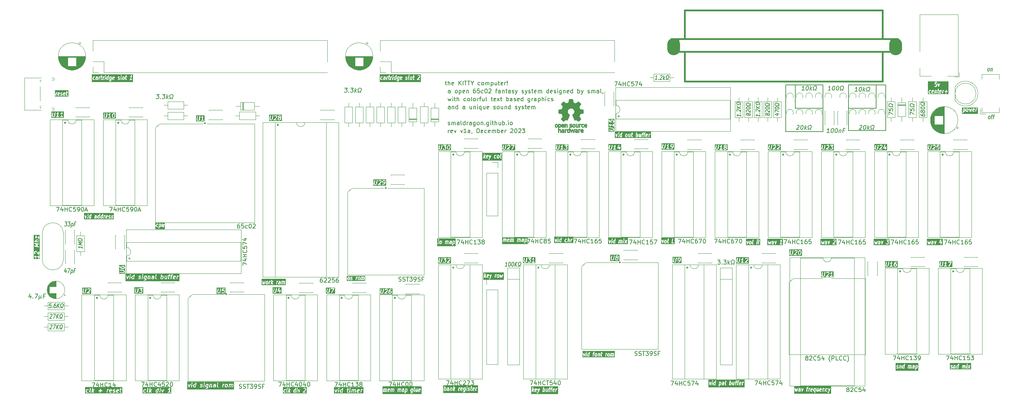
<source format=gbr>
%TF.GenerationSoftware,KiCad,Pcbnew,7.0.9*%
%TF.CreationDate,2023-12-14T15:38:49+00:00*%
%TF.ProjectId,v1a,7631612e-6b69-4636-9164-5f7063625858,rev?*%
%TF.SameCoordinates,Original*%
%TF.FileFunction,Legend,Top*%
%TF.FilePolarity,Positive*%
%FSLAX46Y46*%
G04 Gerber Fmt 4.6, Leading zero omitted, Abs format (unit mm)*
G04 Created by KiCad (PCBNEW 7.0.9) date 2023-12-14 15:38:49*
%MOMM*%
%LPD*%
G01*
G04 APERTURE LIST*
%ADD10C,0.150000*%
%ADD11C,0.200000*%
%ADD12C,0.160000*%
%ADD13C,0.120000*%
%ADD14C,0.300000*%
%ADD15C,0.381000*%
%ADD16C,0.010000*%
%ADD17O,3.100000X4.100000*%
G04 APERTURE END LIST*
D10*
X222250000Y-83058000D02*
X228854000Y-83058000D01*
X228854000Y-88646000D01*
X222250000Y-88646000D01*
X222250000Y-83058000D01*
X207264000Y-83058000D02*
X216154000Y-83058000D01*
X216154000Y-94234000D01*
X207264000Y-94234000D01*
X207264000Y-83058000D01*
X209550000Y-83058000D02*
X216154000Y-83058000D01*
X216154000Y-88646000D01*
X209550000Y-88646000D01*
X209550000Y-83058000D01*
X222250000Y-83058000D02*
X231140000Y-83058000D01*
X231140000Y-93980000D01*
X222250000Y-93980000D01*
X222250000Y-83058000D01*
D11*
G36*
X198913149Y-120555113D02*
G01*
X198925312Y-120573133D01*
X198941875Y-120633361D01*
X198910879Y-120881329D01*
X198875464Y-120948786D01*
X198850625Y-120975639D01*
X198804776Y-121002219D01*
X198748083Y-121002219D01*
X198719230Y-120982657D01*
X198707068Y-120964639D01*
X198690504Y-120904406D01*
X198721499Y-120656440D01*
X198756914Y-120588984D01*
X198781753Y-120562131D01*
X198827604Y-120535552D01*
X198884296Y-120535552D01*
X198913149Y-120555113D01*
G37*
G36*
X200783388Y-120221780D02*
G01*
X200795551Y-120239800D01*
X200812114Y-120300028D01*
X200798976Y-120405139D01*
X200763561Y-120472595D01*
X200738721Y-120499449D01*
X200692872Y-120526028D01*
X200528278Y-120526028D01*
X200568754Y-120202219D01*
X200754535Y-120202219D01*
X200783388Y-120221780D01*
G37*
G36*
X201155895Y-121345076D02*
G01*
X197759123Y-121345076D01*
X197759123Y-120451420D01*
X197901980Y-120451420D01*
X198009123Y-121118087D01*
X198010999Y-121121749D01*
X198010689Y-121125855D01*
X198024936Y-121148950D01*
X198037306Y-121173091D01*
X198040976Y-121174950D01*
X198043138Y-121178454D01*
X198068232Y-121188760D01*
X198092437Y-121201024D01*
X198096501Y-121200370D01*
X198100308Y-121201934D01*
X198126665Y-121195523D01*
X198153458Y-121191217D01*
X198156362Y-121188299D01*
X198160361Y-121187327D01*
X198177916Y-121166647D01*
X198197060Y-121147416D01*
X198197694Y-121143348D01*
X198200358Y-121140211D01*
X198299288Y-120899339D01*
X198489581Y-120899339D01*
X198493287Y-120918631D01*
X198492388Y-120938257D01*
X198518578Y-121033495D01*
X198527592Y-121047178D01*
X198532114Y-121062927D01*
X198564257Y-121110547D01*
X198579305Y-121122296D01*
X198591026Y-121137371D01*
X198661264Y-121184990D01*
X198689457Y-121193146D01*
X198717380Y-121202219D01*
X198831666Y-121202219D01*
X198856395Y-121194184D01*
X198881819Y-121188733D01*
X198963962Y-121141114D01*
X198974044Y-121129876D01*
X198987220Y-121122503D01*
X199031267Y-121074883D01*
X199036853Y-121062775D01*
X199046396Y-121053463D01*
X199096396Y-120958226D01*
X199098322Y-120946957D01*
X199245533Y-120946957D01*
X199249239Y-120966252D01*
X199248341Y-120985877D01*
X199274532Y-121081116D01*
X199276768Y-121084511D01*
X199276901Y-121088579D01*
X199293585Y-121110038D01*
X199308532Y-121132727D01*
X199312339Y-121134159D01*
X199314836Y-121137371D01*
X199385074Y-121184990D01*
X199444443Y-121202166D01*
X199502569Y-121181166D01*
X199537251Y-121130010D01*
X199535942Y-121089816D01*
X200256248Y-121089816D01*
X200267908Y-121150509D01*
X200313016Y-121192758D01*
X200374343Y-121200424D01*
X200428463Y-121170579D01*
X200454704Y-121114622D01*
X200503278Y-120726028D01*
X200539924Y-120726028D01*
X200720919Y-121142109D01*
X200761879Y-121188391D01*
X200822219Y-121201758D01*
X200878893Y-121177104D01*
X200910253Y-121123848D01*
X200904319Y-121062330D01*
X200753675Y-120716023D01*
X200769915Y-120712542D01*
X200852058Y-120664923D01*
X200862139Y-120653687D01*
X200875315Y-120646314D01*
X200919363Y-120598694D01*
X200924949Y-120586586D01*
X200934493Y-120577273D01*
X200984493Y-120482036D01*
X200987529Y-120464271D01*
X200995181Y-120447955D01*
X201013038Y-120305098D01*
X201009331Y-120285802D01*
X201010230Y-120266179D01*
X200984039Y-120170941D01*
X200975026Y-120157260D01*
X200970504Y-120141509D01*
X200938361Y-120093891D01*
X200923311Y-120082141D01*
X200911592Y-120067067D01*
X200841354Y-120019448D01*
X200813147Y-120011287D01*
X200785238Y-120002219D01*
X200480476Y-120002219D01*
X200471242Y-120005219D01*
X200461609Y-120004015D01*
X200442476Y-120014565D01*
X200421697Y-120021317D01*
X200415991Y-120029170D01*
X200407489Y-120033859D01*
X200398212Y-120053641D01*
X200385370Y-120071317D01*
X200385370Y-120081026D01*
X200381248Y-120089816D01*
X200256248Y-121089816D01*
X199535942Y-121089816D01*
X199535240Y-121068240D01*
X199497306Y-121019448D01*
X199457593Y-120992524D01*
X199446456Y-120952026D01*
X199551132Y-120114623D01*
X199539472Y-120053929D01*
X199494364Y-120011681D01*
X199433037Y-120004015D01*
X199378917Y-120033860D01*
X199352676Y-120089816D01*
X199245533Y-120946957D01*
X199098322Y-120946957D01*
X199099432Y-120940461D01*
X199107084Y-120924146D01*
X199142799Y-120638431D01*
X199139092Y-120619135D01*
X199139991Y-120599512D01*
X199113800Y-120504274D01*
X199104787Y-120490593D01*
X199100265Y-120474842D01*
X199068122Y-120427224D01*
X199053072Y-120415474D01*
X199041353Y-120400400D01*
X198971115Y-120352781D01*
X198942908Y-120344620D01*
X198914999Y-120335552D01*
X198800713Y-120335552D01*
X198775983Y-120343586D01*
X198750560Y-120349038D01*
X198668418Y-120396657D01*
X198658336Y-120407893D01*
X198645162Y-120415266D01*
X198601113Y-120462885D01*
X198595525Y-120474994D01*
X198585983Y-120484307D01*
X198535983Y-120579545D01*
X198532946Y-120597308D01*
X198525295Y-120613625D01*
X198489581Y-120899339D01*
X198299288Y-120899339D01*
X198474168Y-120473544D01*
X198478833Y-120411916D01*
X198446384Y-120359317D01*
X198389214Y-120335837D01*
X198329161Y-120350444D01*
X198289164Y-120397560D01*
X198150248Y-120735788D01*
X198099446Y-120419684D01*
X198071263Y-120364680D01*
X198016132Y-120336747D01*
X197955111Y-120346554D01*
X197911509Y-120390355D01*
X197901980Y-120451420D01*
X197759123Y-120451420D01*
X197759123Y-119859362D01*
X201155895Y-119859362D01*
X201155895Y-121345076D01*
G37*
G36*
X102988156Y-129114113D02*
G01*
X103000319Y-129132133D01*
X103016882Y-129192361D01*
X102985886Y-129440329D01*
X102950471Y-129507786D01*
X102925632Y-129534639D01*
X102879783Y-129561219D01*
X102823090Y-129561219D01*
X102794237Y-129541657D01*
X102782075Y-129523639D01*
X102765511Y-129463406D01*
X102796506Y-129215440D01*
X102831921Y-129147984D01*
X102856760Y-129121131D01*
X102902611Y-129094552D01*
X102959303Y-129094552D01*
X102988156Y-129114113D01*
G37*
G36*
X105464347Y-129114113D02*
G01*
X105476510Y-129132133D01*
X105493073Y-129192361D01*
X105462077Y-129440329D01*
X105426662Y-129507786D01*
X105401823Y-129534639D01*
X105355974Y-129561219D01*
X105299281Y-129561219D01*
X105270428Y-129541657D01*
X105258266Y-129523639D01*
X105241702Y-129463406D01*
X105272697Y-129215440D01*
X105308112Y-129147984D01*
X105332951Y-129121131D01*
X105378802Y-129094552D01*
X105435494Y-129094552D01*
X105464347Y-129114113D01*
G37*
G36*
X106871378Y-129904076D02*
G01*
X102421731Y-129904076D01*
X102421731Y-129458339D01*
X102564588Y-129458339D01*
X102568294Y-129477631D01*
X102567395Y-129497257D01*
X102593585Y-129592495D01*
X102602599Y-129606178D01*
X102607121Y-129621927D01*
X102639264Y-129669547D01*
X102654312Y-129681296D01*
X102666033Y-129696371D01*
X102736271Y-129743990D01*
X102764464Y-129752146D01*
X102792387Y-129761219D01*
X102906673Y-129761219D01*
X102931402Y-129753184D01*
X102956826Y-129747733D01*
X103038969Y-129700114D01*
X103049051Y-129688876D01*
X103062227Y-129681503D01*
X103106274Y-129633883D01*
X103111860Y-129621775D01*
X103121403Y-129612463D01*
X103135397Y-129585809D01*
X103273707Y-129585809D01*
X103275718Y-129647580D01*
X103313653Y-129696371D01*
X103383892Y-129743990D01*
X103412076Y-129752143D01*
X103440007Y-129761219D01*
X103592388Y-129761219D01*
X103617117Y-129753184D01*
X103642541Y-129747733D01*
X103724684Y-129700114D01*
X103743216Y-129679457D01*
X103763070Y-129660083D01*
X103768986Y-129648815D01*
X104559826Y-129648815D01*
X104571486Y-129709509D01*
X104616594Y-129751758D01*
X104677921Y-129759424D01*
X104732041Y-129729579D01*
X104758282Y-129673623D01*
X104785193Y-129458339D01*
X105040779Y-129458339D01*
X105044485Y-129477631D01*
X105043586Y-129497257D01*
X105069776Y-129592495D01*
X105078790Y-129606178D01*
X105083312Y-129621927D01*
X105115455Y-129669547D01*
X105130503Y-129681296D01*
X105142224Y-129696371D01*
X105212462Y-129743990D01*
X105240655Y-129752146D01*
X105268578Y-129761219D01*
X105382864Y-129761219D01*
X105407593Y-129753184D01*
X105433017Y-129747733D01*
X105515160Y-129700114D01*
X105525242Y-129688876D01*
X105538418Y-129681503D01*
X105568653Y-129648815D01*
X105778874Y-129648815D01*
X105790534Y-129709509D01*
X105835642Y-129751758D01*
X105896969Y-129759424D01*
X105951089Y-129729579D01*
X105977330Y-129673623D01*
X106044771Y-129134094D01*
X106056761Y-129121131D01*
X106102612Y-129094552D01*
X106159304Y-129094552D01*
X106173604Y-129104247D01*
X106184740Y-129144743D01*
X106121731Y-129648815D01*
X106133391Y-129709509D01*
X106178499Y-129751758D01*
X106239826Y-129759424D01*
X106293946Y-129729579D01*
X106320187Y-129673623D01*
X106383412Y-129167821D01*
X106411559Y-129114209D01*
X106445469Y-129094552D01*
X106502161Y-129094552D01*
X106516461Y-129104247D01*
X106527597Y-129144743D01*
X106464589Y-129648816D01*
X106476249Y-129709509D01*
X106521357Y-129751758D01*
X106582684Y-129759423D01*
X106636804Y-129729579D01*
X106663045Y-129673622D01*
X106728521Y-129149813D01*
X106724814Y-129130517D01*
X106725713Y-129110893D01*
X106699522Y-129015655D01*
X106697284Y-129012258D01*
X106697152Y-129008192D01*
X106680471Y-128986737D01*
X106665522Y-128964044D01*
X106661714Y-128962611D01*
X106659218Y-128959400D01*
X106588980Y-128911781D01*
X106560773Y-128903620D01*
X106532864Y-128894552D01*
X106418579Y-128894552D01*
X106393849Y-128902587D01*
X106368426Y-128908038D01*
X106299520Y-128947982D01*
X106246123Y-128911781D01*
X106217916Y-128903620D01*
X106190007Y-128894552D01*
X106075721Y-128894552D01*
X106050991Y-128902586D01*
X106025568Y-128908038D01*
X106014835Y-128914259D01*
X106003896Y-128904014D01*
X105942569Y-128896348D01*
X105888449Y-128926192D01*
X105862208Y-128982149D01*
X105778874Y-129648815D01*
X105568653Y-129648815D01*
X105582465Y-129633883D01*
X105588051Y-129621775D01*
X105597594Y-129612463D01*
X105647594Y-129517226D01*
X105650630Y-129499461D01*
X105658282Y-129483146D01*
X105693997Y-129197431D01*
X105690290Y-129178135D01*
X105691189Y-129158512D01*
X105664998Y-129063274D01*
X105655985Y-129049593D01*
X105651463Y-129033842D01*
X105619320Y-128986224D01*
X105604270Y-128974474D01*
X105592551Y-128959400D01*
X105522313Y-128911781D01*
X105494106Y-128903620D01*
X105466197Y-128894552D01*
X105351911Y-128894552D01*
X105327181Y-128902586D01*
X105301758Y-128908038D01*
X105219616Y-128955657D01*
X105209534Y-128966893D01*
X105196360Y-128974266D01*
X105152311Y-129021885D01*
X105146723Y-129033994D01*
X105137181Y-129043307D01*
X105087181Y-129138545D01*
X105084144Y-129156308D01*
X105076493Y-129172625D01*
X105040779Y-129458339D01*
X104785193Y-129458339D01*
X104815555Y-129215440D01*
X104850969Y-129147984D01*
X104875808Y-129121131D01*
X104921659Y-129094552D01*
X104970959Y-129094552D01*
X105029738Y-129075454D01*
X105066065Y-129025454D01*
X105066065Y-128963650D01*
X105029738Y-128913650D01*
X104970959Y-128894552D01*
X104894769Y-128894552D01*
X104870039Y-128902587D01*
X104844616Y-128908038D01*
X104810352Y-128927901D01*
X104784848Y-128904014D01*
X104723521Y-128896348D01*
X104669401Y-128926192D01*
X104643160Y-128982149D01*
X104559826Y-129648815D01*
X103768986Y-129648815D01*
X103813070Y-129564844D01*
X103816105Y-129547082D01*
X103823758Y-129530766D01*
X103829711Y-129483146D01*
X103826004Y-129463849D01*
X103826903Y-129444226D01*
X103800712Y-129348988D01*
X103798474Y-129345591D01*
X103798342Y-129341525D01*
X103781661Y-129320070D01*
X103766712Y-129297377D01*
X103762904Y-129295944D01*
X103760408Y-129292733D01*
X103690170Y-129245114D01*
X103661963Y-129236953D01*
X103634054Y-129227885D01*
X103550471Y-129227885D01*
X103536172Y-129218190D01*
X103525035Y-129177691D01*
X103526268Y-129167822D01*
X103554415Y-129114209D01*
X103588325Y-129094552D01*
X103645018Y-129094552D01*
X103689843Y-129124942D01*
X103749212Y-129142118D01*
X103807338Y-129121118D01*
X103842020Y-129069962D01*
X103840009Y-129008192D01*
X103802075Y-128959400D01*
X103731837Y-128911781D01*
X103703630Y-128903620D01*
X103675721Y-128894552D01*
X103561435Y-128894552D01*
X103536705Y-128902587D01*
X103511282Y-128908038D01*
X103429139Y-128955657D01*
X103410609Y-128976308D01*
X103390752Y-128995688D01*
X103340752Y-129090926D01*
X103337715Y-129108689D01*
X103330064Y-129125006D01*
X103324112Y-129172625D01*
X103327818Y-129191917D01*
X103326919Y-129211543D01*
X103353109Y-129306781D01*
X103355346Y-129310177D01*
X103355479Y-129314245D01*
X103372161Y-129335701D01*
X103387109Y-129358392D01*
X103390916Y-129359825D01*
X103393414Y-129363037D01*
X103463652Y-129410656D01*
X103491845Y-129418812D01*
X103519768Y-129427885D01*
X103603351Y-129427885D01*
X103617651Y-129437580D01*
X103628787Y-129478074D01*
X103627553Y-129487948D01*
X103599406Y-129541561D01*
X103565498Y-129561219D01*
X103470709Y-129561219D01*
X103425883Y-129530829D01*
X103366514Y-129513652D01*
X103308388Y-129534653D01*
X103273707Y-129585809D01*
X103135397Y-129585809D01*
X103171403Y-129517226D01*
X103174439Y-129499461D01*
X103182091Y-129483146D01*
X103217806Y-129197431D01*
X103214099Y-129178135D01*
X103214998Y-129158512D01*
X103188807Y-129063274D01*
X103179794Y-129049593D01*
X103175272Y-129033842D01*
X103143129Y-128986224D01*
X103128079Y-128974474D01*
X103116360Y-128959400D01*
X103046122Y-128911781D01*
X103017915Y-128903620D01*
X102990006Y-128894552D01*
X102875720Y-128894552D01*
X102850990Y-128902586D01*
X102825567Y-128908038D01*
X102743425Y-128955657D01*
X102733343Y-128966893D01*
X102720169Y-128974266D01*
X102676120Y-129021885D01*
X102670532Y-129033994D01*
X102660990Y-129043307D01*
X102610990Y-129138545D01*
X102607953Y-129156308D01*
X102600302Y-129172625D01*
X102564588Y-129458339D01*
X102421731Y-129458339D01*
X102421731Y-128751695D01*
X106871378Y-128751695D01*
X106871378Y-129904076D01*
G37*
G36*
X69214387Y-154752031D02*
G01*
X69158321Y-155200561D01*
X69127176Y-155215219D01*
X68984054Y-155215219D01*
X68932974Y-155187977D01*
X68915343Y-155167826D01*
X68894670Y-155112698D01*
X68924592Y-154873321D01*
X68964805Y-154808981D01*
X68996842Y-154780503D01*
X69064741Y-154748552D01*
X69207863Y-154748552D01*
X69214387Y-154752031D01*
G37*
G36*
X66262007Y-154752031D02*
G01*
X66205940Y-155200561D01*
X66174795Y-155215219D01*
X66031673Y-155215219D01*
X65980593Y-155187977D01*
X65962962Y-155167826D01*
X65942289Y-155112698D01*
X65972211Y-154873321D01*
X66012424Y-154808981D01*
X66044461Y-154780503D01*
X66112360Y-154748552D01*
X66255482Y-154748552D01*
X66262007Y-154752031D01*
G37*
G36*
X70967845Y-155200561D02*
G01*
X70936700Y-155215219D01*
X70745958Y-155215219D01*
X70712048Y-155197133D01*
X70698242Y-155160317D01*
X70704354Y-155111416D01*
X70736591Y-155059837D01*
X70790932Y-155034266D01*
X70988633Y-155034266D01*
X70967845Y-155200561D01*
G37*
G36*
X73830372Y-154775794D02*
G01*
X73848002Y-154795942D01*
X73868675Y-154851071D01*
X73838753Y-155090449D01*
X73798541Y-155154789D01*
X73766504Y-155183266D01*
X73698606Y-155215219D01*
X73603103Y-155215219D01*
X73552023Y-155187977D01*
X73534392Y-155167826D01*
X73513719Y-155112698D01*
X73543641Y-154873321D01*
X73583854Y-154808981D01*
X73615891Y-154780503D01*
X73683790Y-154748552D01*
X73779293Y-154748552D01*
X73830372Y-154775794D01*
G37*
G36*
X75504711Y-155891409D02*
G01*
X64373549Y-155891409D01*
X64373549Y-155583444D01*
X68682023Y-155583444D01*
X68690547Y-155644657D01*
X68733423Y-155689168D01*
X68822710Y-155736788D01*
X68846648Y-155741040D01*
X68869768Y-155748552D01*
X69012625Y-155748552D01*
X69033463Y-155741781D01*
X69055205Y-155739034D01*
X69156395Y-155691415D01*
X69166966Y-155681487D01*
X69180251Y-155675674D01*
X69233823Y-155628055D01*
X69241123Y-155615595D01*
X69252187Y-155606314D01*
X69311711Y-155511076D01*
X69316948Y-155490076D01*
X69326139Y-155470479D01*
X69347097Y-155302815D01*
X69621730Y-155302815D01*
X69633390Y-155363509D01*
X69678498Y-155405758D01*
X69739825Y-155413424D01*
X69793945Y-155383579D01*
X69820186Y-155327623D01*
X69886947Y-154793531D01*
X69901604Y-154780503D01*
X69969503Y-154748552D01*
X70065006Y-154748552D01*
X70098916Y-154766637D01*
X70112722Y-154803452D01*
X70050302Y-155302816D01*
X70061962Y-155363509D01*
X70107070Y-155405758D01*
X70168397Y-155413423D01*
X70222517Y-155383579D01*
X70248758Y-155327622D01*
X70269716Y-155159957D01*
X70496730Y-155159957D01*
X70501254Y-155183510D01*
X70502325Y-155207474D01*
X70538040Y-155302712D01*
X70541067Y-155306511D01*
X70541738Y-155311323D01*
X70560080Y-155330364D01*
X70576561Y-155351043D01*
X70581244Y-155352336D01*
X70584614Y-155355835D01*
X70673899Y-155403454D01*
X70697835Y-155407706D01*
X70720958Y-155415219D01*
X70959054Y-155415219D01*
X70979892Y-155408448D01*
X71001634Y-155405701D01*
X71008381Y-155402525D01*
X71011832Y-155405758D01*
X71073159Y-155413423D01*
X71127279Y-155383579D01*
X71153520Y-155327622D01*
X71174478Y-155159958D01*
X71449112Y-155159958D01*
X71453637Y-155183515D01*
X71454707Y-155207473D01*
X71490421Y-155302712D01*
X71493448Y-155306510D01*
X71494119Y-155311324D01*
X71512460Y-155330364D01*
X71528941Y-155351043D01*
X71533625Y-155352337D01*
X71536995Y-155355835D01*
X71626282Y-155403455D01*
X71687133Y-155414264D01*
X71742715Y-155387241D01*
X71771799Y-155332708D01*
X71767637Y-155302815D01*
X72716969Y-155302815D01*
X72728629Y-155363509D01*
X72773737Y-155405758D01*
X72835064Y-155413424D01*
X72889184Y-155383579D01*
X72915425Y-155327623D01*
X72942336Y-155112339D01*
X73312208Y-155112339D01*
X73316733Y-155135893D01*
X73317803Y-155159854D01*
X73353517Y-155255092D01*
X73364778Y-155269221D01*
X73371892Y-155285830D01*
X73413559Y-155333450D01*
X73429157Y-155342754D01*
X73441758Y-155355835D01*
X73531045Y-155403455D01*
X73554983Y-155407707D01*
X73578103Y-155415219D01*
X73720960Y-155415219D01*
X73741798Y-155408448D01*
X73763540Y-155405701D01*
X73864730Y-155358082D01*
X73875300Y-155348155D01*
X73888587Y-155342341D01*
X73933053Y-155302815D01*
X74240779Y-155302815D01*
X74252439Y-155363509D01*
X74297547Y-155405758D01*
X74358874Y-155413424D01*
X74412994Y-155383579D01*
X74439235Y-155327623D01*
X74505996Y-154793531D01*
X74520653Y-154780503D01*
X74588552Y-154748552D01*
X74684055Y-154748552D01*
X74717965Y-154766637D01*
X74731771Y-154803452D01*
X74669351Y-155302816D01*
X74681011Y-155363509D01*
X74726119Y-155405758D01*
X74787446Y-155413423D01*
X74841566Y-155383579D01*
X74867807Y-155327622D01*
X74930546Y-154825702D01*
X74962783Y-154774123D01*
X75017123Y-154748552D01*
X75112626Y-154748552D01*
X75146536Y-154766637D01*
X75160342Y-154803452D01*
X75097922Y-155302816D01*
X75109582Y-155363509D01*
X75154690Y-155405758D01*
X75216017Y-155413423D01*
X75270137Y-155383579D01*
X75296378Y-155327622D01*
X75361854Y-154803813D01*
X75357328Y-154780256D01*
X75356259Y-154756297D01*
X75320545Y-154661059D01*
X75317518Y-154657261D01*
X75316848Y-154652448D01*
X75298502Y-154633402D01*
X75282024Y-154612728D01*
X75277340Y-154611434D01*
X75273971Y-154607936D01*
X75184685Y-154560317D01*
X75160748Y-154556064D01*
X75137626Y-154548552D01*
X74994769Y-154548552D01*
X74973930Y-154555322D01*
X74952189Y-154558070D01*
X74850999Y-154605689D01*
X74846922Y-154609516D01*
X74845400Y-154607936D01*
X74756114Y-154560317D01*
X74732177Y-154556064D01*
X74709055Y-154548552D01*
X74566198Y-154548552D01*
X74545358Y-154555322D01*
X74523619Y-154558070D01*
X74485176Y-154576160D01*
X74465801Y-154558014D01*
X74404474Y-154550348D01*
X74350354Y-154580192D01*
X74324113Y-154636149D01*
X74240779Y-155302815D01*
X73933053Y-155302815D01*
X73942159Y-155294721D01*
X73949460Y-155282259D01*
X73960522Y-155272979D01*
X74020045Y-155177741D01*
X74025283Y-155156741D01*
X74034473Y-155137146D01*
X74070188Y-154851431D01*
X74065662Y-154827876D01*
X74064593Y-154803915D01*
X74028878Y-154708677D01*
X74017616Y-154694547D01*
X74010503Y-154677940D01*
X73968837Y-154630321D01*
X73953238Y-154621016D01*
X73940638Y-154607936D01*
X73851352Y-154560317D01*
X73827415Y-154556064D01*
X73804293Y-154548552D01*
X73661436Y-154548552D01*
X73640596Y-154555322D01*
X73618857Y-154558070D01*
X73517666Y-154605689D01*
X73507095Y-154615615D01*
X73493809Y-154621430D01*
X73440237Y-154669049D01*
X73432936Y-154681509D01*
X73421874Y-154690790D01*
X73362350Y-154786028D01*
X73357111Y-154807029D01*
X73347922Y-154826625D01*
X73312208Y-155112339D01*
X72942336Y-155112339D01*
X72972213Y-154873320D01*
X73012425Y-154808981D01*
X73044462Y-154780503D01*
X73112361Y-154748552D01*
X73185245Y-154748552D01*
X73244024Y-154729454D01*
X73280351Y-154679454D01*
X73280351Y-154617650D01*
X73244024Y-154567650D01*
X73185245Y-154548552D01*
X73090007Y-154548552D01*
X73069167Y-154555322D01*
X73047428Y-154558070D01*
X72977290Y-154591075D01*
X72941991Y-154558014D01*
X72880664Y-154550348D01*
X72826544Y-154580192D01*
X72800303Y-154636149D01*
X72716969Y-155302815D01*
X71767637Y-155302815D01*
X71763276Y-155271496D01*
X71720399Y-155226984D01*
X71664429Y-155197133D01*
X71650623Y-155160318D01*
X71754710Y-154327623D01*
X71743050Y-154266929D01*
X71697942Y-154224681D01*
X71636615Y-154217015D01*
X71582495Y-154246860D01*
X71556254Y-154302816D01*
X71449112Y-155159958D01*
X71174478Y-155159958D01*
X71218996Y-154803813D01*
X71214470Y-154780256D01*
X71213401Y-154756297D01*
X71177687Y-154661059D01*
X71174660Y-154657261D01*
X71173990Y-154652448D01*
X71155644Y-154633402D01*
X71139166Y-154612728D01*
X71134482Y-154611434D01*
X71131113Y-154607936D01*
X71041827Y-154560317D01*
X71017890Y-154556064D01*
X70994768Y-154548552D01*
X70804292Y-154548552D01*
X70783452Y-154555322D01*
X70761713Y-154558070D01*
X70660522Y-154605689D01*
X70615469Y-154647997D01*
X70603889Y-154708706D01*
X70630205Y-154764627D01*
X70684364Y-154794401D01*
X70745680Y-154786653D01*
X70826646Y-154748552D01*
X70969768Y-154748552D01*
X71003678Y-154766637D01*
X71017484Y-154803452D01*
X71015464Y-154819609D01*
X70984319Y-154834266D01*
X70768578Y-154834266D01*
X70747738Y-154841036D01*
X70725999Y-154843784D01*
X70624808Y-154891403D01*
X70604223Y-154910733D01*
X70582587Y-154928885D01*
X70523063Y-155024123D01*
X70517824Y-155045124D01*
X70508635Y-155064719D01*
X70496730Y-155159957D01*
X70269716Y-155159957D01*
X70314234Y-154803813D01*
X70309708Y-154780256D01*
X70308639Y-154756297D01*
X70272925Y-154661059D01*
X70269898Y-154657261D01*
X70269228Y-154652448D01*
X70250882Y-154633402D01*
X70234404Y-154612728D01*
X70229720Y-154611434D01*
X70226351Y-154607936D01*
X70137065Y-154560317D01*
X70113128Y-154556064D01*
X70090006Y-154548552D01*
X69947149Y-154548552D01*
X69926309Y-154555322D01*
X69904570Y-154558070D01*
X69866127Y-154576160D01*
X69846752Y-154558014D01*
X69785425Y-154550348D01*
X69731305Y-154580192D01*
X69705064Y-154636149D01*
X69621730Y-155302815D01*
X69347097Y-155302815D01*
X69427329Y-154660955D01*
X69415669Y-154600261D01*
X69370561Y-154558013D01*
X69309234Y-154550347D01*
X69285632Y-154563362D01*
X69279922Y-154560317D01*
X69255985Y-154556064D01*
X69232863Y-154548552D01*
X69042387Y-154548552D01*
X69021547Y-154555322D01*
X68999808Y-154558070D01*
X68898617Y-154605689D01*
X68888046Y-154615615D01*
X68874760Y-154621430D01*
X68821188Y-154669049D01*
X68813887Y-154681509D01*
X68802825Y-154690790D01*
X68743301Y-154786028D01*
X68738062Y-154807029D01*
X68728873Y-154826625D01*
X68693159Y-155112339D01*
X68697684Y-155135893D01*
X68698754Y-155159854D01*
X68734468Y-155255092D01*
X68745729Y-155269221D01*
X68752843Y-155285830D01*
X68794510Y-155333450D01*
X68810108Y-155342754D01*
X68822709Y-155355835D01*
X68911996Y-155403455D01*
X68935934Y-155407707D01*
X68959054Y-155415219D01*
X69131490Y-155415219D01*
X69130419Y-155423782D01*
X69090206Y-155488122D01*
X69058171Y-155516598D01*
X68990271Y-155548552D01*
X68894768Y-155548552D01*
X68827541Y-155512698D01*
X68766690Y-155501888D01*
X68711107Y-155528911D01*
X68682023Y-155583444D01*
X64373549Y-155583444D01*
X64373549Y-154671165D01*
X64516406Y-154671165D01*
X64671168Y-155337832D01*
X64685908Y-155362297D01*
X64699438Y-155387467D01*
X64701742Y-155388577D01*
X64703063Y-155390770D01*
X64729384Y-155401905D01*
X64755109Y-155414308D01*
X64757625Y-155413852D01*
X64759983Y-155414850D01*
X64787822Y-155408387D01*
X64815924Y-155403301D01*
X64817692Y-155401452D01*
X64820186Y-155400874D01*
X64838908Y-155379282D01*
X64858655Y-155358649D01*
X64885575Y-155302815D01*
X65288397Y-155302815D01*
X65300057Y-155363509D01*
X65345165Y-155405758D01*
X65406492Y-155413424D01*
X65460612Y-155383579D01*
X65486853Y-155327623D01*
X65513764Y-155112339D01*
X65740778Y-155112339D01*
X65745303Y-155135893D01*
X65746373Y-155159854D01*
X65782087Y-155255092D01*
X65793348Y-155269221D01*
X65800462Y-155285830D01*
X65842129Y-155333450D01*
X65857727Y-155342754D01*
X65870328Y-155355835D01*
X65959615Y-155403455D01*
X65983553Y-155407707D01*
X66006673Y-155415219D01*
X66197149Y-155415219D01*
X66217987Y-155408448D01*
X66239729Y-155405701D01*
X66246476Y-155402525D01*
X66249927Y-155405758D01*
X66311254Y-155413424D01*
X66365374Y-155383579D01*
X66391615Y-155327622D01*
X66401304Y-155250110D01*
X67390357Y-155250110D01*
X67398881Y-155311323D01*
X67441757Y-155355835D01*
X67531042Y-155403454D01*
X67554978Y-155407706D01*
X67578101Y-155415219D01*
X67768578Y-155415219D01*
X67789416Y-155408448D01*
X67811158Y-155405701D01*
X67912348Y-155358082D01*
X67932936Y-155338747D01*
X67954568Y-155320600D01*
X67965684Y-155302815D01*
X68240778Y-155302815D01*
X68252438Y-155363509D01*
X68297546Y-155405758D01*
X68358873Y-155413424D01*
X68412993Y-155383579D01*
X68439234Y-155327623D01*
X68522568Y-154660956D01*
X68510908Y-154600262D01*
X68465800Y-154558014D01*
X68404473Y-154550348D01*
X68350353Y-154580192D01*
X68324112Y-154636149D01*
X68240778Y-155302815D01*
X67965684Y-155302815D01*
X68014092Y-155225361D01*
X68019329Y-155204361D01*
X68028520Y-155184764D01*
X68034472Y-155137144D01*
X68029946Y-155113586D01*
X68028877Y-155089630D01*
X67993163Y-154994392D01*
X67990136Y-154990594D01*
X67989466Y-154985781D01*
X67971120Y-154966735D01*
X67954642Y-154946061D01*
X67949958Y-154944767D01*
X67946589Y-154941269D01*
X67857303Y-154893650D01*
X67833366Y-154889397D01*
X67810244Y-154881885D01*
X67692387Y-154881885D01*
X67658476Y-154863799D01*
X67644671Y-154826985D01*
X67644831Y-154825700D01*
X67677067Y-154774123D01*
X67731408Y-154748552D01*
X67826911Y-154748552D01*
X67894139Y-154784407D01*
X67954990Y-154795216D01*
X68010572Y-154768193D01*
X68039656Y-154713660D01*
X68031133Y-154652448D01*
X67988256Y-154607936D01*
X67898970Y-154560317D01*
X67875033Y-154556064D01*
X67851911Y-154548552D01*
X67709054Y-154548552D01*
X67688214Y-154555322D01*
X67666475Y-154558070D01*
X67565284Y-154605689D01*
X67544699Y-154625019D01*
X67523063Y-154643171D01*
X67463540Y-154738410D01*
X67458302Y-154759407D01*
X67449112Y-154779004D01*
X67443159Y-154826623D01*
X67447684Y-154850179D01*
X67448754Y-154874140D01*
X67484468Y-154969378D01*
X67487495Y-154973176D01*
X67488166Y-154977990D01*
X67506510Y-154997034D01*
X67522989Y-155017709D01*
X67527672Y-155019002D01*
X67531042Y-155022501D01*
X67620329Y-155070121D01*
X67644267Y-155074373D01*
X67667387Y-155081885D01*
X67785244Y-155081885D01*
X67819154Y-155099970D01*
X67832960Y-155136785D01*
X67832800Y-155138068D01*
X67800563Y-155189647D01*
X67746224Y-155215219D01*
X67603101Y-155215219D01*
X67535875Y-155179365D01*
X67475024Y-155168555D01*
X67419441Y-155195578D01*
X67390357Y-155250110D01*
X66401304Y-155250110D01*
X66511083Y-154371877D01*
X68311844Y-154371877D01*
X68318229Y-154386785D01*
X68319822Y-154402927D01*
X68330092Y-154414481D01*
X68336178Y-154428689D01*
X68377845Y-154476308D01*
X68391772Y-154484614D01*
X68402549Y-154496739D01*
X68407182Y-154497754D01*
X68410643Y-154500996D01*
X68421514Y-154502354D01*
X68430924Y-154507967D01*
X68447074Y-154506501D01*
X68462919Y-154509975D01*
X68467265Y-154508072D01*
X68471970Y-154508661D01*
X68481561Y-154503371D01*
X68492474Y-154502381D01*
X68504680Y-154491700D01*
X68519539Y-154485198D01*
X68573110Y-154437579D01*
X68580924Y-154424241D01*
X68592557Y-154414063D01*
X68596153Y-154398249D01*
X68604354Y-154384254D01*
X68602836Y-154368869D01*
X68606264Y-154353799D01*
X68599878Y-154338891D01*
X68598286Y-154322749D01*
X68588015Y-154311194D01*
X68581930Y-154296987D01*
X68540263Y-154249368D01*
X68526335Y-154241061D01*
X68515559Y-154228937D01*
X68510925Y-154227921D01*
X68507465Y-154224680D01*
X68496593Y-154223321D01*
X68487184Y-154217709D01*
X68471033Y-154219174D01*
X68455189Y-154215701D01*
X68450842Y-154217603D01*
X68446138Y-154217015D01*
X68436544Y-154222305D01*
X68425634Y-154223296D01*
X68413428Y-154233975D01*
X68398570Y-154240478D01*
X68344998Y-154288097D01*
X68337183Y-154301434D01*
X68325551Y-154311613D01*
X68321953Y-154327428D01*
X68313755Y-154341422D01*
X68315272Y-154356804D01*
X68311844Y-154371877D01*
X66511083Y-154371877D01*
X66516615Y-154327623D01*
X66504955Y-154266929D01*
X66459847Y-154224681D01*
X66398520Y-154217015D01*
X66344400Y-154246859D01*
X66318159Y-154302816D01*
X66287170Y-154550725D01*
X66280482Y-154548552D01*
X66090006Y-154548552D01*
X66069166Y-154555322D01*
X66047427Y-154558070D01*
X65946236Y-154605689D01*
X65935665Y-154615615D01*
X65922379Y-154621430D01*
X65868807Y-154669049D01*
X65861506Y-154681509D01*
X65850444Y-154690790D01*
X65790920Y-154786028D01*
X65785681Y-154807029D01*
X65776492Y-154826625D01*
X65740778Y-155112339D01*
X65513764Y-155112339D01*
X65570187Y-154660956D01*
X65558527Y-154600262D01*
X65513419Y-154558014D01*
X65452092Y-154550348D01*
X65397972Y-154580192D01*
X65371731Y-154636149D01*
X65288397Y-155302815D01*
X64885575Y-155302815D01*
X65180083Y-154691982D01*
X65188408Y-154630741D01*
X65159146Y-154576304D01*
X65103475Y-154549462D01*
X65042660Y-154560470D01*
X64999929Y-154605122D01*
X64801792Y-155016072D01*
X64711226Y-154625939D01*
X64679331Y-154573001D01*
X64622411Y-154548922D01*
X64562208Y-154562897D01*
X64521718Y-154609590D01*
X64516406Y-154671165D01*
X64373549Y-154671165D01*
X64373549Y-154371877D01*
X65359463Y-154371877D01*
X65365848Y-154386785D01*
X65367441Y-154402927D01*
X65377711Y-154414481D01*
X65383797Y-154428689D01*
X65425464Y-154476308D01*
X65439391Y-154484614D01*
X65450168Y-154496739D01*
X65454801Y-154497754D01*
X65458262Y-154500996D01*
X65469133Y-154502354D01*
X65478543Y-154507967D01*
X65494693Y-154506501D01*
X65510538Y-154509975D01*
X65514884Y-154508072D01*
X65519589Y-154508661D01*
X65529180Y-154503371D01*
X65540093Y-154502381D01*
X65552299Y-154491700D01*
X65567158Y-154485198D01*
X65620729Y-154437579D01*
X65628543Y-154424241D01*
X65640176Y-154414063D01*
X65643772Y-154398249D01*
X65651973Y-154384254D01*
X65650455Y-154368869D01*
X65653883Y-154353799D01*
X65647497Y-154338891D01*
X65645905Y-154322749D01*
X65635634Y-154311194D01*
X65629549Y-154296987D01*
X65587882Y-154249368D01*
X65573954Y-154241061D01*
X65563178Y-154228937D01*
X65558544Y-154227921D01*
X65555084Y-154224680D01*
X65544212Y-154223321D01*
X65534803Y-154217709D01*
X65518652Y-154219174D01*
X65502808Y-154215701D01*
X65498461Y-154217603D01*
X65493757Y-154217015D01*
X65484163Y-154222305D01*
X65473253Y-154223296D01*
X65461047Y-154233975D01*
X65446189Y-154240478D01*
X65392617Y-154288097D01*
X65384802Y-154301434D01*
X65373170Y-154311613D01*
X65369572Y-154327428D01*
X65361374Y-154341422D01*
X65362891Y-154356804D01*
X65359463Y-154371877D01*
X64373549Y-154371877D01*
X64373549Y-154072844D01*
X75504711Y-154072844D01*
X75504711Y-155891409D01*
G37*
G36*
X57308294Y-156022031D02*
G01*
X57252227Y-156470561D01*
X57221082Y-156485219D01*
X57077960Y-156485219D01*
X57026880Y-156457977D01*
X57009249Y-156437826D01*
X56988576Y-156382698D01*
X57018498Y-156143321D01*
X57058711Y-156078981D01*
X57090748Y-156050503D01*
X57158647Y-156018552D01*
X57301769Y-156018552D01*
X57308294Y-156022031D01*
G37*
G36*
X60576637Y-156828076D02*
G01*
X53691826Y-156828076D01*
X53691826Y-156382339D01*
X53834683Y-156382339D01*
X53839208Y-156405893D01*
X53840278Y-156429854D01*
X53875992Y-156525092D01*
X53887253Y-156539221D01*
X53894367Y-156555830D01*
X53936034Y-156603450D01*
X53951632Y-156612754D01*
X53964233Y-156625835D01*
X54053520Y-156673455D01*
X54077458Y-156677707D01*
X54100578Y-156685219D01*
X54291054Y-156685219D01*
X54311892Y-156678448D01*
X54333634Y-156675701D01*
X54434824Y-156628082D01*
X54479877Y-156585773D01*
X54491456Y-156525065D01*
X54465140Y-156469143D01*
X54410981Y-156439370D01*
X54349664Y-156447118D01*
X54268700Y-156485219D01*
X54125578Y-156485219D01*
X54074498Y-156457977D01*
X54056867Y-156437826D01*
X54053916Y-156429958D01*
X54733493Y-156429958D01*
X54738018Y-156453515D01*
X54739088Y-156477473D01*
X54774802Y-156572712D01*
X54777829Y-156576510D01*
X54778500Y-156581324D01*
X54796841Y-156600364D01*
X54813322Y-156621043D01*
X54818006Y-156622337D01*
X54821376Y-156625835D01*
X54910663Y-156673455D01*
X54971514Y-156684264D01*
X55027096Y-156657241D01*
X55056180Y-156602708D01*
X55052018Y-156572816D01*
X55239445Y-156572816D01*
X55251105Y-156633509D01*
X55296213Y-156675758D01*
X55357540Y-156683424D01*
X55411660Y-156653579D01*
X55437901Y-156597622D01*
X55466493Y-156368885D01*
X55634826Y-156638219D01*
X55682174Y-156677942D01*
X55743827Y-156682247D01*
X55796237Y-156649491D01*
X55819384Y-156592186D01*
X55804426Y-156532220D01*
X55710751Y-156382339D01*
X56787065Y-156382339D01*
X56791590Y-156405893D01*
X56792660Y-156429854D01*
X56828374Y-156525092D01*
X56839635Y-156539221D01*
X56846749Y-156555830D01*
X56888416Y-156603450D01*
X56904014Y-156612754D01*
X56916615Y-156625835D01*
X57005902Y-156673455D01*
X57029840Y-156677707D01*
X57052960Y-156685219D01*
X57243436Y-156685219D01*
X57264274Y-156678448D01*
X57286016Y-156675701D01*
X57292763Y-156672525D01*
X57296214Y-156675758D01*
X57357541Y-156683424D01*
X57411661Y-156653579D01*
X57437902Y-156597622D01*
X57441003Y-156572815D01*
X57715636Y-156572815D01*
X57727296Y-156633509D01*
X57772404Y-156675758D01*
X57833731Y-156683424D01*
X57887851Y-156653579D01*
X57914092Y-156597623D01*
X57996150Y-155941165D01*
X58181740Y-155941165D01*
X58336502Y-156607832D01*
X58351242Y-156632297D01*
X58364772Y-156657467D01*
X58367076Y-156658577D01*
X58368397Y-156660770D01*
X58394718Y-156671905D01*
X58420443Y-156684308D01*
X58422959Y-156683852D01*
X58425317Y-156684850D01*
X58453156Y-156678387D01*
X58481258Y-156673301D01*
X58483026Y-156671452D01*
X58485520Y-156670874D01*
X58504242Y-156649282D01*
X58523989Y-156628649D01*
X58530029Y-156616121D01*
X59672139Y-156616121D01*
X59708466Y-156666121D01*
X59767245Y-156685219D01*
X60338674Y-156685219D01*
X60397453Y-156666121D01*
X60433780Y-156616121D01*
X60433780Y-156554317D01*
X60397453Y-156504317D01*
X60338674Y-156485219D01*
X60166238Y-156485219D01*
X60277188Y-155597623D01*
X60276374Y-155593390D01*
X60277875Y-155589350D01*
X60270612Y-155563396D01*
X60265528Y-155536929D01*
X60262382Y-155533982D01*
X60261221Y-155529833D01*
X60240092Y-155513106D01*
X60220420Y-155494681D01*
X60216143Y-155494146D01*
X60212764Y-155491471D01*
X60185833Y-155490357D01*
X60159093Y-155487015D01*
X60155319Y-155489095D01*
X60151014Y-155488918D01*
X60128581Y-155503840D01*
X60104973Y-155516859D01*
X60103142Y-155520762D01*
X60099555Y-155523149D01*
X59991888Y-155659147D01*
X59902075Y-155738981D01*
X59813952Y-155780451D01*
X59768899Y-155822759D01*
X59757319Y-155883468D01*
X59783635Y-155939389D01*
X59837794Y-155969163D01*
X59899110Y-155961415D01*
X60000302Y-155913796D01*
X60010872Y-155903869D01*
X60024159Y-155898055D01*
X60039816Y-155884136D01*
X59964682Y-156485219D01*
X59767245Y-156485219D01*
X59708466Y-156504317D01*
X59672139Y-156554317D01*
X59672139Y-156616121D01*
X58530029Y-156616121D01*
X58845417Y-155961982D01*
X58853742Y-155900741D01*
X58824480Y-155846304D01*
X58768809Y-155819462D01*
X58707994Y-155830470D01*
X58665263Y-155875122D01*
X58467126Y-156286072D01*
X58376560Y-155895939D01*
X58344665Y-155843001D01*
X58287745Y-155818922D01*
X58227542Y-155832897D01*
X58187052Y-155879590D01*
X58181740Y-155941165D01*
X57996150Y-155941165D01*
X57997426Y-155930956D01*
X57985766Y-155870262D01*
X57940658Y-155828014D01*
X57879331Y-155820348D01*
X57825211Y-155850192D01*
X57798970Y-155906149D01*
X57715636Y-156572815D01*
X57441003Y-156572815D01*
X57557370Y-155641877D01*
X57786702Y-155641877D01*
X57793087Y-155656785D01*
X57794680Y-155672927D01*
X57804950Y-155684481D01*
X57811036Y-155698689D01*
X57852703Y-155746308D01*
X57866630Y-155754614D01*
X57877407Y-155766739D01*
X57882040Y-155767754D01*
X57885501Y-155770996D01*
X57896372Y-155772354D01*
X57905782Y-155777967D01*
X57921932Y-155776501D01*
X57937777Y-155779975D01*
X57942123Y-155778072D01*
X57946828Y-155778661D01*
X57956419Y-155773371D01*
X57967332Y-155772381D01*
X57979538Y-155761700D01*
X57994397Y-155755198D01*
X58047968Y-155707579D01*
X58055782Y-155694241D01*
X58067415Y-155684063D01*
X58071011Y-155668249D01*
X58079212Y-155654254D01*
X58077694Y-155638869D01*
X58081122Y-155623799D01*
X58074736Y-155608891D01*
X58073144Y-155592749D01*
X58062873Y-155581194D01*
X58056788Y-155566987D01*
X58015121Y-155519368D01*
X58001193Y-155511061D01*
X57990417Y-155498937D01*
X57985783Y-155497921D01*
X57982323Y-155494680D01*
X57971451Y-155493321D01*
X57962042Y-155487709D01*
X57945891Y-155489174D01*
X57930047Y-155485701D01*
X57925700Y-155487603D01*
X57920996Y-155487015D01*
X57911402Y-155492305D01*
X57900492Y-155493296D01*
X57888286Y-155503975D01*
X57873428Y-155510478D01*
X57819856Y-155558097D01*
X57812041Y-155571434D01*
X57800409Y-155581613D01*
X57796811Y-155597428D01*
X57788613Y-155611422D01*
X57790130Y-155626804D01*
X57786702Y-155641877D01*
X57557370Y-155641877D01*
X57562902Y-155597623D01*
X57551242Y-155536929D01*
X57506134Y-155494681D01*
X57444807Y-155487015D01*
X57390687Y-155516859D01*
X57364446Y-155572816D01*
X57333457Y-155820725D01*
X57326769Y-155818552D01*
X57136293Y-155818552D01*
X57115453Y-155825322D01*
X57093714Y-155828070D01*
X56992523Y-155875689D01*
X56981952Y-155885615D01*
X56968666Y-155891430D01*
X56915094Y-155939049D01*
X56907793Y-155951509D01*
X56896731Y-155960790D01*
X56837207Y-156056028D01*
X56831968Y-156077029D01*
X56822779Y-156096625D01*
X56787065Y-156382339D01*
X55710751Y-156382339D01*
X55611096Y-156222891D01*
X55869396Y-155993293D01*
X55900640Y-155939968D01*
X55894573Y-155878463D01*
X55853512Y-155832270D01*
X55793143Y-155819034D01*
X55736523Y-155843811D01*
X55506577Y-156048206D01*
X55562901Y-155597623D01*
X55551241Y-155536929D01*
X55506133Y-155494681D01*
X55444806Y-155487015D01*
X55390686Y-155516859D01*
X55364445Y-155572816D01*
X55239445Y-156572816D01*
X55052018Y-156572816D01*
X55047657Y-156541496D01*
X55004780Y-156496984D01*
X54948810Y-156467133D01*
X54935004Y-156430318D01*
X55039091Y-155597623D01*
X55027431Y-155536929D01*
X54982323Y-155494681D01*
X54920996Y-155487015D01*
X54866876Y-155516860D01*
X54840635Y-155572816D01*
X54733493Y-156429958D01*
X54053916Y-156429958D01*
X54036194Y-156382698D01*
X54066116Y-156143321D01*
X54106329Y-156078981D01*
X54138366Y-156050503D01*
X54206265Y-156018552D01*
X54349387Y-156018552D01*
X54416615Y-156054407D01*
X54477466Y-156065216D01*
X54533048Y-156038193D01*
X54562132Y-155983660D01*
X54553609Y-155922448D01*
X54510732Y-155877936D01*
X54421446Y-155830317D01*
X54397509Y-155826064D01*
X54374387Y-155818552D01*
X54183911Y-155818552D01*
X54163071Y-155825322D01*
X54141332Y-155828070D01*
X54040141Y-155875689D01*
X54029570Y-155885615D01*
X54016284Y-155891430D01*
X53962712Y-155939049D01*
X53955411Y-155951509D01*
X53944349Y-155960790D01*
X53884825Y-156056028D01*
X53879586Y-156077029D01*
X53870397Y-156096625D01*
X53834683Y-156382339D01*
X53691826Y-156382339D01*
X53691826Y-155342844D01*
X60576637Y-155342844D01*
X60576637Y-156828076D01*
G37*
D10*
X126654160Y-92532200D02*
X126749398Y-92579819D01*
X126749398Y-92579819D02*
X126939874Y-92579819D01*
X126939874Y-92579819D02*
X127035112Y-92532200D01*
X127035112Y-92532200D02*
X127082731Y-92436961D01*
X127082731Y-92436961D02*
X127082731Y-92389342D01*
X127082731Y-92389342D02*
X127035112Y-92294104D01*
X127035112Y-92294104D02*
X126939874Y-92246485D01*
X126939874Y-92246485D02*
X126797017Y-92246485D01*
X126797017Y-92246485D02*
X126701779Y-92198866D01*
X126701779Y-92198866D02*
X126654160Y-92103628D01*
X126654160Y-92103628D02*
X126654160Y-92056009D01*
X126654160Y-92056009D02*
X126701779Y-91960771D01*
X126701779Y-91960771D02*
X126797017Y-91913152D01*
X126797017Y-91913152D02*
X126939874Y-91913152D01*
X126939874Y-91913152D02*
X127035112Y-91960771D01*
X127511303Y-92579819D02*
X127511303Y-91913152D01*
X127511303Y-92008390D02*
X127558922Y-91960771D01*
X127558922Y-91960771D02*
X127654160Y-91913152D01*
X127654160Y-91913152D02*
X127797017Y-91913152D01*
X127797017Y-91913152D02*
X127892255Y-91960771D01*
X127892255Y-91960771D02*
X127939874Y-92056009D01*
X127939874Y-92056009D02*
X127939874Y-92579819D01*
X127939874Y-92056009D02*
X127987493Y-91960771D01*
X127987493Y-91960771D02*
X128082731Y-91913152D01*
X128082731Y-91913152D02*
X128225588Y-91913152D01*
X128225588Y-91913152D02*
X128320827Y-91960771D01*
X128320827Y-91960771D02*
X128368446Y-92056009D01*
X128368446Y-92056009D02*
X128368446Y-92579819D01*
X129273207Y-92579819D02*
X129273207Y-92056009D01*
X129273207Y-92056009D02*
X129225588Y-91960771D01*
X129225588Y-91960771D02*
X129130350Y-91913152D01*
X129130350Y-91913152D02*
X128939874Y-91913152D01*
X128939874Y-91913152D02*
X128844636Y-91960771D01*
X129273207Y-92532200D02*
X129177969Y-92579819D01*
X129177969Y-92579819D02*
X128939874Y-92579819D01*
X128939874Y-92579819D02*
X128844636Y-92532200D01*
X128844636Y-92532200D02*
X128797017Y-92436961D01*
X128797017Y-92436961D02*
X128797017Y-92341723D01*
X128797017Y-92341723D02*
X128844636Y-92246485D01*
X128844636Y-92246485D02*
X128939874Y-92198866D01*
X128939874Y-92198866D02*
X129177969Y-92198866D01*
X129177969Y-92198866D02*
X129273207Y-92151247D01*
X129892255Y-92579819D02*
X129797017Y-92532200D01*
X129797017Y-92532200D02*
X129749398Y-92436961D01*
X129749398Y-92436961D02*
X129749398Y-91579819D01*
X130701779Y-92579819D02*
X130701779Y-91579819D01*
X130701779Y-92532200D02*
X130606541Y-92579819D01*
X130606541Y-92579819D02*
X130416065Y-92579819D01*
X130416065Y-92579819D02*
X130320827Y-92532200D01*
X130320827Y-92532200D02*
X130273208Y-92484580D01*
X130273208Y-92484580D02*
X130225589Y-92389342D01*
X130225589Y-92389342D02*
X130225589Y-92103628D01*
X130225589Y-92103628D02*
X130273208Y-92008390D01*
X130273208Y-92008390D02*
X130320827Y-91960771D01*
X130320827Y-91960771D02*
X130416065Y-91913152D01*
X130416065Y-91913152D02*
X130606541Y-91913152D01*
X130606541Y-91913152D02*
X130701779Y-91960771D01*
X131177970Y-92579819D02*
X131177970Y-91913152D01*
X131177970Y-92103628D02*
X131225589Y-92008390D01*
X131225589Y-92008390D02*
X131273208Y-91960771D01*
X131273208Y-91960771D02*
X131368446Y-91913152D01*
X131368446Y-91913152D02*
X131463684Y-91913152D01*
X132225589Y-92579819D02*
X132225589Y-92056009D01*
X132225589Y-92056009D02*
X132177970Y-91960771D01*
X132177970Y-91960771D02*
X132082732Y-91913152D01*
X132082732Y-91913152D02*
X131892256Y-91913152D01*
X131892256Y-91913152D02*
X131797018Y-91960771D01*
X132225589Y-92532200D02*
X132130351Y-92579819D01*
X132130351Y-92579819D02*
X131892256Y-92579819D01*
X131892256Y-92579819D02*
X131797018Y-92532200D01*
X131797018Y-92532200D02*
X131749399Y-92436961D01*
X131749399Y-92436961D02*
X131749399Y-92341723D01*
X131749399Y-92341723D02*
X131797018Y-92246485D01*
X131797018Y-92246485D02*
X131892256Y-92198866D01*
X131892256Y-92198866D02*
X132130351Y-92198866D01*
X132130351Y-92198866D02*
X132225589Y-92151247D01*
X133130351Y-91913152D02*
X133130351Y-92722676D01*
X133130351Y-92722676D02*
X133082732Y-92817914D01*
X133082732Y-92817914D02*
X133035113Y-92865533D01*
X133035113Y-92865533D02*
X132939875Y-92913152D01*
X132939875Y-92913152D02*
X132797018Y-92913152D01*
X132797018Y-92913152D02*
X132701780Y-92865533D01*
X133130351Y-92532200D02*
X133035113Y-92579819D01*
X133035113Y-92579819D02*
X132844637Y-92579819D01*
X132844637Y-92579819D02*
X132749399Y-92532200D01*
X132749399Y-92532200D02*
X132701780Y-92484580D01*
X132701780Y-92484580D02*
X132654161Y-92389342D01*
X132654161Y-92389342D02*
X132654161Y-92103628D01*
X132654161Y-92103628D02*
X132701780Y-92008390D01*
X132701780Y-92008390D02*
X132749399Y-91960771D01*
X132749399Y-91960771D02*
X132844637Y-91913152D01*
X132844637Y-91913152D02*
X133035113Y-91913152D01*
X133035113Y-91913152D02*
X133130351Y-91960771D01*
X133749399Y-92579819D02*
X133654161Y-92532200D01*
X133654161Y-92532200D02*
X133606542Y-92484580D01*
X133606542Y-92484580D02*
X133558923Y-92389342D01*
X133558923Y-92389342D02*
X133558923Y-92103628D01*
X133558923Y-92103628D02*
X133606542Y-92008390D01*
X133606542Y-92008390D02*
X133654161Y-91960771D01*
X133654161Y-91960771D02*
X133749399Y-91913152D01*
X133749399Y-91913152D02*
X133892256Y-91913152D01*
X133892256Y-91913152D02*
X133987494Y-91960771D01*
X133987494Y-91960771D02*
X134035113Y-92008390D01*
X134035113Y-92008390D02*
X134082732Y-92103628D01*
X134082732Y-92103628D02*
X134082732Y-92389342D01*
X134082732Y-92389342D02*
X134035113Y-92484580D01*
X134035113Y-92484580D02*
X133987494Y-92532200D01*
X133987494Y-92532200D02*
X133892256Y-92579819D01*
X133892256Y-92579819D02*
X133749399Y-92579819D01*
X134511304Y-91913152D02*
X134511304Y-92579819D01*
X134511304Y-92008390D02*
X134558923Y-91960771D01*
X134558923Y-91960771D02*
X134654161Y-91913152D01*
X134654161Y-91913152D02*
X134797018Y-91913152D01*
X134797018Y-91913152D02*
X134892256Y-91960771D01*
X134892256Y-91960771D02*
X134939875Y-92056009D01*
X134939875Y-92056009D02*
X134939875Y-92579819D01*
X135416066Y-92484580D02*
X135463685Y-92532200D01*
X135463685Y-92532200D02*
X135416066Y-92579819D01*
X135416066Y-92579819D02*
X135368447Y-92532200D01*
X135368447Y-92532200D02*
X135416066Y-92484580D01*
X135416066Y-92484580D02*
X135416066Y-92579819D01*
X136320827Y-91913152D02*
X136320827Y-92722676D01*
X136320827Y-92722676D02*
X136273208Y-92817914D01*
X136273208Y-92817914D02*
X136225589Y-92865533D01*
X136225589Y-92865533D02*
X136130351Y-92913152D01*
X136130351Y-92913152D02*
X135987494Y-92913152D01*
X135987494Y-92913152D02*
X135892256Y-92865533D01*
X136320827Y-92532200D02*
X136225589Y-92579819D01*
X136225589Y-92579819D02*
X136035113Y-92579819D01*
X136035113Y-92579819D02*
X135939875Y-92532200D01*
X135939875Y-92532200D02*
X135892256Y-92484580D01*
X135892256Y-92484580D02*
X135844637Y-92389342D01*
X135844637Y-92389342D02*
X135844637Y-92103628D01*
X135844637Y-92103628D02*
X135892256Y-92008390D01*
X135892256Y-92008390D02*
X135939875Y-91960771D01*
X135939875Y-91960771D02*
X136035113Y-91913152D01*
X136035113Y-91913152D02*
X136225589Y-91913152D01*
X136225589Y-91913152D02*
X136320827Y-91960771D01*
X136797018Y-92579819D02*
X136797018Y-91913152D01*
X136797018Y-91579819D02*
X136749399Y-91627438D01*
X136749399Y-91627438D02*
X136797018Y-91675057D01*
X136797018Y-91675057D02*
X136844637Y-91627438D01*
X136844637Y-91627438D02*
X136797018Y-91579819D01*
X136797018Y-91579819D02*
X136797018Y-91675057D01*
X137130351Y-91913152D02*
X137511303Y-91913152D01*
X137273208Y-91579819D02*
X137273208Y-92436961D01*
X137273208Y-92436961D02*
X137320827Y-92532200D01*
X137320827Y-92532200D02*
X137416065Y-92579819D01*
X137416065Y-92579819D02*
X137511303Y-92579819D01*
X137844637Y-92579819D02*
X137844637Y-91579819D01*
X138273208Y-92579819D02*
X138273208Y-92056009D01*
X138273208Y-92056009D02*
X138225589Y-91960771D01*
X138225589Y-91960771D02*
X138130351Y-91913152D01*
X138130351Y-91913152D02*
X137987494Y-91913152D01*
X137987494Y-91913152D02*
X137892256Y-91960771D01*
X137892256Y-91960771D02*
X137844637Y-92008390D01*
X139177970Y-91913152D02*
X139177970Y-92579819D01*
X138749399Y-91913152D02*
X138749399Y-92436961D01*
X138749399Y-92436961D02*
X138797018Y-92532200D01*
X138797018Y-92532200D02*
X138892256Y-92579819D01*
X138892256Y-92579819D02*
X139035113Y-92579819D01*
X139035113Y-92579819D02*
X139130351Y-92532200D01*
X139130351Y-92532200D02*
X139177970Y-92484580D01*
X139654161Y-92579819D02*
X139654161Y-91579819D01*
X139654161Y-91960771D02*
X139749399Y-91913152D01*
X139749399Y-91913152D02*
X139939875Y-91913152D01*
X139939875Y-91913152D02*
X140035113Y-91960771D01*
X140035113Y-91960771D02*
X140082732Y-92008390D01*
X140082732Y-92008390D02*
X140130351Y-92103628D01*
X140130351Y-92103628D02*
X140130351Y-92389342D01*
X140130351Y-92389342D02*
X140082732Y-92484580D01*
X140082732Y-92484580D02*
X140035113Y-92532200D01*
X140035113Y-92532200D02*
X139939875Y-92579819D01*
X139939875Y-92579819D02*
X139749399Y-92579819D01*
X139749399Y-92579819D02*
X139654161Y-92532200D01*
X140558923Y-92484580D02*
X140606542Y-92532200D01*
X140606542Y-92532200D02*
X140558923Y-92579819D01*
X140558923Y-92579819D02*
X140511304Y-92532200D01*
X140511304Y-92532200D02*
X140558923Y-92484580D01*
X140558923Y-92484580D02*
X140558923Y-92579819D01*
X141035113Y-92579819D02*
X141035113Y-91913152D01*
X141035113Y-91579819D02*
X140987494Y-91627438D01*
X140987494Y-91627438D02*
X141035113Y-91675057D01*
X141035113Y-91675057D02*
X141082732Y-91627438D01*
X141082732Y-91627438D02*
X141035113Y-91579819D01*
X141035113Y-91579819D02*
X141035113Y-91675057D01*
X141654160Y-92579819D02*
X141558922Y-92532200D01*
X141558922Y-92532200D02*
X141511303Y-92484580D01*
X141511303Y-92484580D02*
X141463684Y-92389342D01*
X141463684Y-92389342D02*
X141463684Y-92103628D01*
X141463684Y-92103628D02*
X141511303Y-92008390D01*
X141511303Y-92008390D02*
X141558922Y-91960771D01*
X141558922Y-91960771D02*
X141654160Y-91913152D01*
X141654160Y-91913152D02*
X141797017Y-91913152D01*
X141797017Y-91913152D02*
X141892255Y-91960771D01*
X141892255Y-91960771D02*
X141939874Y-92008390D01*
X141939874Y-92008390D02*
X141987493Y-92103628D01*
X141987493Y-92103628D02*
X141987493Y-92389342D01*
X141987493Y-92389342D02*
X141939874Y-92484580D01*
X141939874Y-92484580D02*
X141892255Y-92532200D01*
X141892255Y-92532200D02*
X141797017Y-92579819D01*
X141797017Y-92579819D02*
X141654160Y-92579819D01*
D11*
X217648428Y-94432219D02*
X217076999Y-94432219D01*
X217362714Y-94432219D02*
X217487714Y-93432219D01*
X217487714Y-93432219D02*
X217374618Y-93575076D01*
X217374618Y-93575076D02*
X217267476Y-93670314D01*
X217267476Y-93670314D02*
X217166285Y-93717933D01*
X218392476Y-93432219D02*
X218487714Y-93432219D01*
X218487714Y-93432219D02*
X218576999Y-93479838D01*
X218576999Y-93479838D02*
X218618666Y-93527457D01*
X218618666Y-93527457D02*
X218654380Y-93622695D01*
X218654380Y-93622695D02*
X218678190Y-93813171D01*
X218678190Y-93813171D02*
X218648428Y-94051266D01*
X218648428Y-94051266D02*
X218576999Y-94241742D01*
X218576999Y-94241742D02*
X218517476Y-94336980D01*
X218517476Y-94336980D02*
X218463904Y-94384600D01*
X218463904Y-94384600D02*
X218362714Y-94432219D01*
X218362714Y-94432219D02*
X218267476Y-94432219D01*
X218267476Y-94432219D02*
X218178190Y-94384600D01*
X218178190Y-94384600D02*
X218136523Y-94336980D01*
X218136523Y-94336980D02*
X218100809Y-94241742D01*
X218100809Y-94241742D02*
X218076999Y-94051266D01*
X218076999Y-94051266D02*
X218106761Y-93813171D01*
X218106761Y-93813171D02*
X218178190Y-93622695D01*
X218178190Y-93622695D02*
X218237714Y-93527457D01*
X218237714Y-93527457D02*
X218291285Y-93479838D01*
X218291285Y-93479838D02*
X218392476Y-93432219D01*
X219344857Y-93432219D02*
X219440095Y-93432219D01*
X219440095Y-93432219D02*
X219529380Y-93479838D01*
X219529380Y-93479838D02*
X219571047Y-93527457D01*
X219571047Y-93527457D02*
X219606761Y-93622695D01*
X219606761Y-93622695D02*
X219630571Y-93813171D01*
X219630571Y-93813171D02*
X219600809Y-94051266D01*
X219600809Y-94051266D02*
X219529380Y-94241742D01*
X219529380Y-94241742D02*
X219469857Y-94336980D01*
X219469857Y-94336980D02*
X219416285Y-94384600D01*
X219416285Y-94384600D02*
X219315095Y-94432219D01*
X219315095Y-94432219D02*
X219219857Y-94432219D01*
X219219857Y-94432219D02*
X219130571Y-94384600D01*
X219130571Y-94384600D02*
X219088904Y-94336980D01*
X219088904Y-94336980D02*
X219053190Y-94241742D01*
X219053190Y-94241742D02*
X219029380Y-94051266D01*
X219029380Y-94051266D02*
X219059142Y-93813171D01*
X219059142Y-93813171D02*
X219130571Y-93622695D01*
X219130571Y-93622695D02*
X219190095Y-93527457D01*
X219190095Y-93527457D02*
X219243666Y-93479838D01*
X219243666Y-93479838D02*
X219344857Y-93432219D01*
X220065095Y-93765552D02*
X219981761Y-94432219D01*
X220053190Y-93860790D02*
X220106761Y-93813171D01*
X220106761Y-93813171D02*
X220207952Y-93765552D01*
X220207952Y-93765552D02*
X220350809Y-93765552D01*
X220350809Y-93765552D02*
X220440095Y-93813171D01*
X220440095Y-93813171D02*
X220475809Y-93908409D01*
X220475809Y-93908409D02*
X220410333Y-94432219D01*
X221285333Y-93908409D02*
X220952000Y-93908409D01*
X220886523Y-94432219D02*
X221011523Y-93432219D01*
X221011523Y-93432219D02*
X221487714Y-93432219D01*
G36*
X136236882Y-128546247D02*
G01*
X136248018Y-128586742D01*
X136247145Y-128593729D01*
X136062143Y-128638578D01*
X136065737Y-128609822D01*
X136093884Y-128556209D01*
X136127794Y-128536552D01*
X136222582Y-128536552D01*
X136236882Y-128546247D01*
G37*
G36*
X138651435Y-128556113D02*
G01*
X138663598Y-128574133D01*
X138680161Y-128634361D01*
X138649165Y-128882329D01*
X138613750Y-128949786D01*
X138588911Y-128976639D01*
X138543062Y-129003219D01*
X138486369Y-129003219D01*
X138457516Y-128983657D01*
X138445354Y-128965639D01*
X138428790Y-128905406D01*
X138459785Y-128657440D01*
X138495200Y-128589984D01*
X138520039Y-128563131D01*
X138565890Y-128536552D01*
X138622582Y-128536552D01*
X138651435Y-128556113D01*
G37*
G36*
X139920583Y-129678880D02*
G01*
X135051676Y-129678880D01*
X135051676Y-129457516D01*
X136411459Y-129457516D01*
X136442455Y-129510985D01*
X136498960Y-129536023D01*
X136559390Y-129523066D01*
X136641533Y-129475447D01*
X136651614Y-129464211D01*
X136664790Y-129456838D01*
X136708838Y-129409218D01*
X136715751Y-129394234D01*
X136726790Y-129381970D01*
X136832742Y-129143875D01*
X136832900Y-129142367D01*
X136833882Y-129141211D01*
X136854580Y-129090815D01*
X137746914Y-129090815D01*
X137758574Y-129151509D01*
X137803682Y-129193758D01*
X137865009Y-129201424D01*
X137919129Y-129171579D01*
X137945370Y-129115623D01*
X137972281Y-128900339D01*
X138227867Y-128900339D01*
X138231573Y-128919631D01*
X138230674Y-128939257D01*
X138256864Y-129034495D01*
X138265878Y-129048178D01*
X138270400Y-129063927D01*
X138302543Y-129111547D01*
X138317591Y-129123296D01*
X138329312Y-129138371D01*
X138399550Y-129185990D01*
X138427743Y-129194146D01*
X138455666Y-129203219D01*
X138569952Y-129203219D01*
X138594681Y-129195184D01*
X138620105Y-129189733D01*
X138702248Y-129142114D01*
X138712330Y-129130876D01*
X138725506Y-129123503D01*
X138769553Y-129075883D01*
X138775139Y-129063775D01*
X138784682Y-129054463D01*
X138834682Y-128959226D01*
X138837718Y-128941461D01*
X138845370Y-128925146D01*
X138881085Y-128639431D01*
X138877378Y-128620135D01*
X138878277Y-128600512D01*
X138852086Y-128505274D01*
X138843073Y-128491593D01*
X138838551Y-128475842D01*
X138818984Y-128446854D01*
X138972865Y-128446854D01*
X139041913Y-129113521D01*
X139044144Y-129118553D01*
X139043570Y-129124029D01*
X139056491Y-129146400D01*
X139066965Y-129170020D01*
X139071729Y-129172780D01*
X139074482Y-129177546D01*
X139098085Y-129188049D01*
X139120441Y-129201002D01*
X139125915Y-129200434D01*
X139130947Y-129202674D01*
X139156227Y-129197295D01*
X139181916Y-129194635D01*
X139186011Y-129190959D01*
X139191398Y-129189813D01*
X139208684Y-129170605D01*
X139227908Y-129153350D01*
X139229060Y-129147966D01*
X139232743Y-129143875D01*
X139315794Y-128957242D01*
X139347992Y-129122358D01*
X139350401Y-129126699D01*
X139350274Y-129131668D01*
X139365208Y-129153374D01*
X139377987Y-129176396D01*
X139382489Y-129178492D01*
X139385305Y-129182584D01*
X139410134Y-129191362D01*
X139434015Y-129202481D01*
X139438890Y-129201530D01*
X139443574Y-129203186D01*
X139468828Y-129195692D01*
X139494676Y-129190652D01*
X139498060Y-129187018D01*
X139502824Y-129185605D01*
X139518849Y-129164697D01*
X139536799Y-129145427D01*
X139537401Y-129140495D01*
X139540423Y-129136554D01*
X139776137Y-128469887D01*
X139777726Y-128408103D01*
X139742695Y-128357187D01*
X139684426Y-128336585D01*
X139625176Y-128354166D01*
X139587577Y-128403217D01*
X139474106Y-128724143D01*
X139451437Y-128607889D01*
X139451003Y-128607108D01*
X139451097Y-128606218D01*
X139436033Y-128580137D01*
X139421442Y-128553851D01*
X139420631Y-128553473D01*
X139420185Y-128552700D01*
X139392679Y-128540459D01*
X139365414Y-128527766D01*
X139364537Y-128527936D01*
X139363720Y-128527573D01*
X139334240Y-128533844D01*
X139304753Y-128539595D01*
X139304144Y-128540247D01*
X139303270Y-128540434D01*
X139283129Y-128562811D01*
X139262630Y-128584820D01*
X139262521Y-128585707D01*
X139261924Y-128586371D01*
X139202269Y-128720426D01*
X139171801Y-128426250D01*
X139146749Y-128369751D01*
X139093273Y-128338768D01*
X139031798Y-128345136D01*
X138985806Y-128386420D01*
X138972865Y-128446854D01*
X138818984Y-128446854D01*
X138806408Y-128428224D01*
X138791358Y-128416474D01*
X138779639Y-128401400D01*
X138709401Y-128353781D01*
X138681194Y-128345620D01*
X138653285Y-128336552D01*
X138538999Y-128336552D01*
X138514269Y-128344586D01*
X138488846Y-128350038D01*
X138406704Y-128397657D01*
X138396622Y-128408893D01*
X138383448Y-128416266D01*
X138339399Y-128463885D01*
X138333811Y-128475994D01*
X138324269Y-128485307D01*
X138274269Y-128580545D01*
X138271232Y-128598308D01*
X138263581Y-128614625D01*
X138227867Y-128900339D01*
X137972281Y-128900339D01*
X138002643Y-128657440D01*
X138038057Y-128589984D01*
X138062896Y-128563131D01*
X138108747Y-128536552D01*
X138158047Y-128536552D01*
X138216826Y-128517454D01*
X138253153Y-128467454D01*
X138253153Y-128405650D01*
X138216826Y-128355650D01*
X138158047Y-128336552D01*
X138081857Y-128336552D01*
X138057127Y-128344587D01*
X138031704Y-128350038D01*
X137997440Y-128369901D01*
X137971936Y-128346014D01*
X137910609Y-128338348D01*
X137856489Y-128368192D01*
X137830248Y-128424149D01*
X137746914Y-129090815D01*
X136854580Y-129090815D01*
X137107692Y-128474544D01*
X137112357Y-128412916D01*
X137079908Y-128360317D01*
X137022738Y-128336837D01*
X136962685Y-128351444D01*
X136922688Y-128398560D01*
X136783772Y-128736788D01*
X136732970Y-128420684D01*
X136704787Y-128365680D01*
X136649656Y-128337747D01*
X136588635Y-128347554D01*
X136545033Y-128391355D01*
X136535504Y-128452420D01*
X136637928Y-129089729D01*
X136550789Y-129285548D01*
X136528196Y-129309973D01*
X136459084Y-129350038D01*
X136417810Y-129396040D01*
X136411459Y-129457516D01*
X135051676Y-129457516D01*
X135051676Y-129090816D01*
X135194533Y-129090816D01*
X135206193Y-129151509D01*
X135251301Y-129193758D01*
X135312628Y-129201424D01*
X135366748Y-129171579D01*
X135392989Y-129115622D01*
X135413971Y-128947759D01*
X135508195Y-129146125D01*
X135550665Y-129191024D01*
X135611416Y-129202385D01*
X135667242Y-129175868D01*
X135696819Y-129121601D01*
X135688851Y-129060313D01*
X135635483Y-128947958D01*
X135821914Y-128947958D01*
X135825620Y-128967253D01*
X135824722Y-128986877D01*
X135850913Y-129082116D01*
X135853149Y-129085511D01*
X135853282Y-129089579D01*
X135869966Y-129111038D01*
X135884913Y-129133727D01*
X135888720Y-129135159D01*
X135891217Y-129138371D01*
X135961455Y-129185990D01*
X135989648Y-129194146D01*
X136017571Y-129203219D01*
X136169952Y-129203219D01*
X136194681Y-129195184D01*
X136220105Y-129189733D01*
X136302248Y-129142114D01*
X136343522Y-129096112D01*
X136349874Y-129034636D01*
X136318877Y-128981167D01*
X136262373Y-128956129D01*
X136201942Y-128969086D01*
X136143062Y-129003219D01*
X136048274Y-129003219D01*
X136033974Y-128993524D01*
X136022837Y-128953026D01*
X136035615Y-128850802D01*
X136361369Y-128771832D01*
X136385725Y-128756831D01*
X136410795Y-128743007D01*
X136411859Y-128740737D01*
X136413994Y-128739423D01*
X136424887Y-128712957D01*
X136437037Y-128687051D01*
X136448942Y-128591813D01*
X136445235Y-128572517D01*
X136446134Y-128552893D01*
X136419943Y-128457655D01*
X136417705Y-128454258D01*
X136417573Y-128450192D01*
X136400892Y-128428737D01*
X136385943Y-128406044D01*
X136382135Y-128404611D01*
X136379639Y-128401400D01*
X136309401Y-128353781D01*
X136281194Y-128345620D01*
X136253285Y-128336552D01*
X136100904Y-128336552D01*
X136076174Y-128344587D01*
X136050751Y-128350038D01*
X135968608Y-128397657D01*
X135950078Y-128418308D01*
X135930221Y-128437688D01*
X135880221Y-128532926D01*
X135877184Y-128550688D01*
X135869533Y-128567005D01*
X135821914Y-128947958D01*
X135635483Y-128947958D01*
X135536935Y-128740489D01*
X135755267Y-128504456D01*
X135781160Y-128448338D01*
X135769123Y-128387719D01*
X135723753Y-128345751D01*
X135662380Y-128338467D01*
X135608447Y-128368648D01*
X135467284Y-128521255D01*
X135517989Y-128115623D01*
X135506329Y-128054929D01*
X135461221Y-128012681D01*
X135399894Y-128005015D01*
X135345774Y-128034859D01*
X135319533Y-128090816D01*
X135194533Y-129090816D01*
X135051676Y-129090816D01*
X135051676Y-127862158D01*
X139920583Y-127862158D01*
X139920583Y-129678880D01*
G37*
G36*
X242330924Y-120992968D02*
G01*
X242314966Y-121002219D01*
X242182083Y-121002219D01*
X242167783Y-120992524D01*
X242156646Y-120952026D01*
X242163832Y-120894536D01*
X242191979Y-120840923D01*
X242225889Y-120821266D01*
X242352387Y-120821266D01*
X242330924Y-120992968D01*
G37*
G36*
X244754820Y-121345076D02*
G01*
X241001912Y-121345076D01*
X241001912Y-120445854D01*
X241144769Y-120445854D01*
X241213817Y-121112521D01*
X241216048Y-121117553D01*
X241215474Y-121123029D01*
X241228395Y-121145400D01*
X241238869Y-121169020D01*
X241243633Y-121171780D01*
X241246386Y-121176546D01*
X241269989Y-121187049D01*
X241292345Y-121200002D01*
X241297819Y-121199434D01*
X241302851Y-121201674D01*
X241328131Y-121196295D01*
X241353820Y-121193635D01*
X241357915Y-121189959D01*
X241363302Y-121188813D01*
X241380588Y-121169605D01*
X241399812Y-121152350D01*
X241400964Y-121146966D01*
X241404647Y-121142875D01*
X241487698Y-120956242D01*
X241519896Y-121121358D01*
X241522305Y-121125699D01*
X241522178Y-121130668D01*
X241537112Y-121152374D01*
X241549891Y-121175396D01*
X241554393Y-121177492D01*
X241557209Y-121181584D01*
X241582038Y-121190362D01*
X241605919Y-121201481D01*
X241610794Y-121200530D01*
X241615478Y-121202186D01*
X241640732Y-121194692D01*
X241666580Y-121189652D01*
X241669964Y-121186018D01*
X241674728Y-121184605D01*
X241690753Y-121163697D01*
X241708703Y-121144427D01*
X241709305Y-121139495D01*
X241712327Y-121135554D01*
X241779009Y-120946957D01*
X241955723Y-120946957D01*
X241959429Y-120966252D01*
X241958531Y-120985877D01*
X241984722Y-121081116D01*
X241986958Y-121084511D01*
X241987091Y-121088579D01*
X242003775Y-121110038D01*
X242018722Y-121132727D01*
X242022529Y-121134159D01*
X242025026Y-121137371D01*
X242095264Y-121184990D01*
X242123457Y-121193146D01*
X242151380Y-121202219D01*
X242341856Y-121202219D01*
X242366585Y-121194184D01*
X242375148Y-121192348D01*
X242375586Y-121192758D01*
X242436913Y-121200424D01*
X242491033Y-121170579D01*
X242517274Y-121114623D01*
X242582751Y-120590813D01*
X242579044Y-120571517D01*
X242579943Y-120551893D01*
X242553752Y-120456655D01*
X242551514Y-120453258D01*
X242551454Y-120451420D01*
X242707409Y-120451420D01*
X242814552Y-121118087D01*
X242816428Y-121121749D01*
X242816118Y-121125855D01*
X242830365Y-121148950D01*
X242842735Y-121173091D01*
X242846405Y-121174950D01*
X242848567Y-121178454D01*
X242873661Y-121188760D01*
X242897866Y-121201024D01*
X242901930Y-121200370D01*
X242905737Y-121201934D01*
X242932094Y-121195523D01*
X242958887Y-121191217D01*
X242961791Y-121188299D01*
X242965790Y-121187327D01*
X242983345Y-121166647D01*
X243002489Y-121147416D01*
X243003123Y-121143348D01*
X243005787Y-121140211D01*
X243147935Y-120794111D01*
X243924853Y-120794111D01*
X243926513Y-120796705D01*
X243926513Y-120799787D01*
X243943026Y-120822515D01*
X243958161Y-120846171D01*
X243961028Y-120847294D01*
X243962840Y-120849787D01*
X243989549Y-120858465D01*
X244015708Y-120868711D01*
X244018690Y-120867933D01*
X244021619Y-120868885D01*
X244289292Y-120868885D01*
X244261676Y-121089815D01*
X244273336Y-121150509D01*
X244318444Y-121192758D01*
X244379771Y-121200424D01*
X244433891Y-121170579D01*
X244460132Y-121114623D01*
X244490849Y-120868885D01*
X244516857Y-120868885D01*
X244575636Y-120849787D01*
X244611963Y-120799787D01*
X244611963Y-120737983D01*
X244575636Y-120687983D01*
X244516857Y-120668885D01*
X244515850Y-120668885D01*
X244543466Y-120447956D01*
X244531806Y-120387262D01*
X244486698Y-120345014D01*
X244425371Y-120337348D01*
X244371251Y-120367192D01*
X244345010Y-120423149D01*
X244314293Y-120668885D01*
X244168182Y-120668885D01*
X244394494Y-120091069D01*
X244398147Y-120029373D01*
X244364839Y-119977314D01*
X244307292Y-119954774D01*
X244247487Y-119970365D01*
X244208268Y-120018131D01*
X243928506Y-120732416D01*
X243928323Y-120735490D01*
X243926513Y-120737983D01*
X243926513Y-120766075D01*
X243924853Y-120794111D01*
X243147935Y-120794111D01*
X243279597Y-120473544D01*
X243284262Y-120411916D01*
X243251813Y-120359317D01*
X243194643Y-120335837D01*
X243134590Y-120350444D01*
X243094593Y-120397560D01*
X242955677Y-120735788D01*
X242904875Y-120419684D01*
X242876692Y-120364680D01*
X242821561Y-120336747D01*
X242760540Y-120346554D01*
X242716938Y-120390355D01*
X242707409Y-120451420D01*
X242551454Y-120451420D01*
X242551382Y-120449192D01*
X242534701Y-120427737D01*
X242519752Y-120405044D01*
X242515944Y-120403611D01*
X242513448Y-120400400D01*
X242443210Y-120352781D01*
X242415003Y-120344620D01*
X242387094Y-120335552D01*
X242234713Y-120335552D01*
X242209983Y-120343587D01*
X242184560Y-120349038D01*
X242102417Y-120396657D01*
X242061143Y-120442659D01*
X242054792Y-120504135D01*
X242085788Y-120557604D01*
X242142293Y-120582642D01*
X242202723Y-120569685D01*
X242261603Y-120535552D01*
X242356391Y-120535552D01*
X242370691Y-120545247D01*
X242381827Y-120585743D01*
X242378543Y-120612014D01*
X242362585Y-120621266D01*
X242198999Y-120621266D01*
X242174269Y-120629301D01*
X242148846Y-120634752D01*
X242066703Y-120682371D01*
X242048173Y-120703022D01*
X242028316Y-120722402D01*
X241978316Y-120817640D01*
X241975279Y-120835403D01*
X241967628Y-120851719D01*
X241955723Y-120946957D01*
X241779009Y-120946957D01*
X241948041Y-120468887D01*
X241949630Y-120407103D01*
X241914599Y-120356187D01*
X241856330Y-120335585D01*
X241797080Y-120353166D01*
X241759481Y-120402217D01*
X241646010Y-120723143D01*
X241623341Y-120606889D01*
X241622907Y-120606108D01*
X241623001Y-120605218D01*
X241607937Y-120579137D01*
X241593346Y-120552851D01*
X241592535Y-120552473D01*
X241592089Y-120551700D01*
X241564583Y-120539459D01*
X241537318Y-120526766D01*
X241536441Y-120526936D01*
X241535624Y-120526573D01*
X241506144Y-120532844D01*
X241476657Y-120538595D01*
X241476048Y-120539247D01*
X241475174Y-120539434D01*
X241455033Y-120561811D01*
X241434534Y-120583820D01*
X241434425Y-120584707D01*
X241433828Y-120585371D01*
X241374173Y-120719426D01*
X241343705Y-120425250D01*
X241318653Y-120368751D01*
X241265177Y-120337768D01*
X241203702Y-120344136D01*
X241157710Y-120385420D01*
X241144769Y-120445854D01*
X241001912Y-120445854D01*
X241001912Y-119811917D01*
X244754820Y-119811917D01*
X244754820Y-121345076D01*
G37*
G36*
X178669340Y-120301113D02*
G01*
X178681503Y-120319133D01*
X178698066Y-120379361D01*
X178667070Y-120627329D01*
X178631655Y-120694786D01*
X178606816Y-120721639D01*
X178560967Y-120748219D01*
X178504274Y-120748219D01*
X178475421Y-120728657D01*
X178463259Y-120710639D01*
X178446695Y-120650406D01*
X178477690Y-120402440D01*
X178513105Y-120334984D01*
X178537944Y-120308131D01*
X178583795Y-120281552D01*
X178640487Y-120281552D01*
X178669340Y-120301113D01*
G37*
G36*
X180730583Y-121091076D02*
G01*
X177515314Y-121091076D01*
X177515314Y-120197420D01*
X177658171Y-120197420D01*
X177765314Y-120864087D01*
X177767190Y-120867749D01*
X177766880Y-120871855D01*
X177781127Y-120894950D01*
X177793497Y-120919091D01*
X177797167Y-120920950D01*
X177799329Y-120924454D01*
X177824423Y-120934760D01*
X177848628Y-120947024D01*
X177852692Y-120946370D01*
X177856499Y-120947934D01*
X177882856Y-120941523D01*
X177909649Y-120937217D01*
X177912553Y-120934299D01*
X177916552Y-120933327D01*
X177934107Y-120912647D01*
X177953251Y-120893416D01*
X177953885Y-120889348D01*
X177956549Y-120886211D01*
X178055479Y-120645339D01*
X178245772Y-120645339D01*
X178249478Y-120664631D01*
X178248579Y-120684257D01*
X178274769Y-120779495D01*
X178283783Y-120793178D01*
X178288305Y-120808927D01*
X178320448Y-120856547D01*
X178335496Y-120868296D01*
X178347217Y-120883371D01*
X178417455Y-120930990D01*
X178445648Y-120939146D01*
X178473571Y-120948219D01*
X178587857Y-120948219D01*
X178612586Y-120940184D01*
X178638010Y-120934733D01*
X178720153Y-120887114D01*
X178730235Y-120875876D01*
X178743411Y-120868503D01*
X178787458Y-120820883D01*
X178793044Y-120808775D01*
X178802587Y-120799463D01*
X178852587Y-120704226D01*
X178854513Y-120692957D01*
X179001724Y-120692957D01*
X179005430Y-120712252D01*
X179004532Y-120731877D01*
X179030723Y-120827116D01*
X179032959Y-120830511D01*
X179033092Y-120834579D01*
X179049776Y-120856038D01*
X179064723Y-120878727D01*
X179068530Y-120880159D01*
X179071027Y-120883371D01*
X179141265Y-120930990D01*
X179200634Y-120948166D01*
X179258760Y-120927166D01*
X179293442Y-120876010D01*
X179292133Y-120835816D01*
X180012439Y-120835816D01*
X180016561Y-120857271D01*
X180016561Y-120879121D01*
X180022267Y-120886975D01*
X180024099Y-120896509D01*
X180040045Y-120911444D01*
X180052888Y-120929121D01*
X180062120Y-120932120D01*
X180069207Y-120938758D01*
X180090890Y-120941468D01*
X180111667Y-120948219D01*
X180492620Y-120948219D01*
X180551399Y-120929121D01*
X180587726Y-120879121D01*
X180587726Y-120817317D01*
X180551399Y-120767317D01*
X180492620Y-120748219D01*
X180224945Y-120748219D01*
X180335895Y-119860623D01*
X180324235Y-119799929D01*
X180279127Y-119757681D01*
X180217800Y-119750015D01*
X180163680Y-119779859D01*
X180137439Y-119835816D01*
X180012439Y-120835816D01*
X179292133Y-120835816D01*
X179291431Y-120814240D01*
X179253497Y-120765448D01*
X179213784Y-120738524D01*
X179202647Y-120698026D01*
X179307323Y-119860623D01*
X179295663Y-119799929D01*
X179250555Y-119757681D01*
X179189228Y-119750015D01*
X179135108Y-119779860D01*
X179108867Y-119835816D01*
X179001724Y-120692957D01*
X178854513Y-120692957D01*
X178855623Y-120686461D01*
X178863275Y-120670146D01*
X178898990Y-120384431D01*
X178895283Y-120365135D01*
X178896182Y-120345512D01*
X178869991Y-120250274D01*
X178860978Y-120236593D01*
X178856456Y-120220842D01*
X178824313Y-120173224D01*
X178809263Y-120161474D01*
X178797544Y-120146400D01*
X178727306Y-120098781D01*
X178699099Y-120090620D01*
X178671190Y-120081552D01*
X178556904Y-120081552D01*
X178532174Y-120089586D01*
X178506751Y-120095038D01*
X178424609Y-120142657D01*
X178414527Y-120153893D01*
X178401353Y-120161266D01*
X178357304Y-120208885D01*
X178351716Y-120220994D01*
X178342174Y-120230307D01*
X178292174Y-120325545D01*
X178289137Y-120343308D01*
X178281486Y-120359625D01*
X178245772Y-120645339D01*
X178055479Y-120645339D01*
X178230359Y-120219544D01*
X178235024Y-120157916D01*
X178202575Y-120105317D01*
X178145405Y-120081837D01*
X178085352Y-120096444D01*
X178045355Y-120143560D01*
X177906439Y-120481788D01*
X177855637Y-120165684D01*
X177827454Y-120110680D01*
X177772323Y-120082747D01*
X177711302Y-120092554D01*
X177667700Y-120136355D01*
X177658171Y-120197420D01*
X177515314Y-120197420D01*
X177515314Y-119607158D01*
X180730583Y-119607158D01*
X180730583Y-121091076D01*
G37*
G36*
X118010259Y-156298968D02*
G01*
X117994301Y-156308219D01*
X117899513Y-156308219D01*
X117870660Y-156288657D01*
X117858498Y-156270639D01*
X117841934Y-156210406D01*
X117872929Y-155962440D01*
X117908344Y-155894984D01*
X117933183Y-155868131D01*
X117979034Y-155841552D01*
X118067436Y-155841552D01*
X118010259Y-156298968D01*
G37*
G36*
X116731245Y-155861113D02*
G01*
X116743408Y-155879133D01*
X116759971Y-155939361D01*
X116728975Y-156187329D01*
X116693560Y-156254786D01*
X116668721Y-156281639D01*
X116622872Y-156308219D01*
X116534469Y-156308219D01*
X116591646Y-155850802D01*
X116607604Y-155841552D01*
X116702392Y-155841552D01*
X116731245Y-155861113D01*
G37*
G36*
X112564310Y-155851247D02*
G01*
X112575446Y-155891742D01*
X112574573Y-155898729D01*
X112389571Y-155943578D01*
X112393165Y-155914822D01*
X112421312Y-155861209D01*
X112455222Y-155841552D01*
X112550010Y-155841552D01*
X112564310Y-155851247D01*
G37*
G36*
X115953115Y-156298968D02*
G01*
X115937157Y-156308219D01*
X115804274Y-156308219D01*
X115789974Y-156298524D01*
X115778837Y-156258026D01*
X115786023Y-156200536D01*
X115814170Y-156146923D01*
X115848080Y-156127266D01*
X115974578Y-156127266D01*
X115953115Y-156298968D01*
G37*
G36*
X119916694Y-155851247D02*
G01*
X119927830Y-155891742D01*
X119926957Y-155898729D01*
X119741955Y-155943578D01*
X119745549Y-155914822D01*
X119773696Y-155861209D01*
X119807606Y-155841552D01*
X119902394Y-155841552D01*
X119916694Y-155851247D01*
G37*
G36*
X120271611Y-156984409D02*
G01*
X110960056Y-156984409D01*
X110960056Y-156729149D01*
X116280296Y-156729149D01*
X116291956Y-156789842D01*
X116337064Y-156832091D01*
X116398391Y-156839757D01*
X116452511Y-156809912D01*
X116478752Y-156753955D01*
X116489729Y-156666141D01*
X117622749Y-156666141D01*
X117624759Y-156727912D01*
X117662694Y-156776704D01*
X117732932Y-156824323D01*
X117761125Y-156832479D01*
X117789048Y-156841552D01*
X117903334Y-156841552D01*
X117928063Y-156833517D01*
X117953487Y-156828066D01*
X118035630Y-156780447D01*
X118045712Y-156769209D01*
X118058887Y-156761837D01*
X118102934Y-156714218D01*
X118108520Y-156702110D01*
X118118064Y-156692797D01*
X118168064Y-156597560D01*
X118171100Y-156579796D01*
X118178752Y-156563480D01*
X118217568Y-156252957D01*
X118396963Y-156252957D01*
X118400669Y-156272252D01*
X118399771Y-156291877D01*
X118425962Y-156387116D01*
X118428198Y-156390511D01*
X118428331Y-156394579D01*
X118445015Y-156416038D01*
X118459962Y-156438727D01*
X118463769Y-156440159D01*
X118466266Y-156443371D01*
X118536504Y-156490990D01*
X118595873Y-156508166D01*
X118653999Y-156487166D01*
X118688681Y-156436010D01*
X118686670Y-156374240D01*
X118648736Y-156325448D01*
X118609023Y-156298524D01*
X118597886Y-156258026D01*
X118598520Y-156252957D01*
X118816011Y-156252957D01*
X118819717Y-156272252D01*
X118818819Y-156291877D01*
X118845010Y-156387116D01*
X118847246Y-156390511D01*
X118847379Y-156394579D01*
X118864063Y-156416038D01*
X118879010Y-156438727D01*
X118882817Y-156440159D01*
X118885314Y-156443371D01*
X118955552Y-156490990D01*
X118983745Y-156499146D01*
X119011668Y-156508219D01*
X119125954Y-156508219D01*
X119150683Y-156500184D01*
X119176107Y-156494733D01*
X119186839Y-156488511D01*
X119197779Y-156498758D01*
X119259106Y-156506424D01*
X119313226Y-156476579D01*
X119339467Y-156420623D01*
X119360425Y-156252958D01*
X119501726Y-156252958D01*
X119505432Y-156272253D01*
X119504534Y-156291877D01*
X119530725Y-156387116D01*
X119532961Y-156390511D01*
X119533094Y-156394579D01*
X119549778Y-156416038D01*
X119564725Y-156438727D01*
X119568532Y-156440159D01*
X119571029Y-156443371D01*
X119641267Y-156490990D01*
X119669460Y-156499146D01*
X119697383Y-156508219D01*
X119849764Y-156508219D01*
X119874493Y-156500184D01*
X119899917Y-156494733D01*
X119982060Y-156447114D01*
X120023334Y-156401112D01*
X120029686Y-156339636D01*
X119998689Y-156286167D01*
X119942185Y-156261129D01*
X119881754Y-156274086D01*
X119822874Y-156308219D01*
X119728086Y-156308219D01*
X119713786Y-156298524D01*
X119702649Y-156258026D01*
X119715427Y-156155802D01*
X120041181Y-156076832D01*
X120065537Y-156061831D01*
X120090607Y-156048007D01*
X120091671Y-156045737D01*
X120093806Y-156044423D01*
X120104699Y-156017957D01*
X120116849Y-155992051D01*
X120128754Y-155896813D01*
X120125047Y-155877517D01*
X120125946Y-155857893D01*
X120099755Y-155762655D01*
X120097517Y-155759258D01*
X120097385Y-155755192D01*
X120080704Y-155733737D01*
X120065755Y-155711044D01*
X120061947Y-155709611D01*
X120059451Y-155706400D01*
X119989213Y-155658781D01*
X119961006Y-155650620D01*
X119933097Y-155641552D01*
X119780716Y-155641552D01*
X119755986Y-155649587D01*
X119730563Y-155655038D01*
X119648420Y-155702657D01*
X119629890Y-155723308D01*
X119610033Y-155742688D01*
X119560033Y-155837926D01*
X119556996Y-155855688D01*
X119549345Y-155872005D01*
X119501726Y-156252958D01*
X119360425Y-156252958D01*
X119422801Y-155753956D01*
X119411141Y-155693262D01*
X119366033Y-155651014D01*
X119304706Y-155643348D01*
X119250586Y-155673192D01*
X119224345Y-155729149D01*
X119156903Y-156268677D01*
X119144913Y-156281639D01*
X119099064Y-156308219D01*
X119042371Y-156308219D01*
X119028071Y-156298524D01*
X119016934Y-156258026D01*
X119079944Y-155753955D01*
X119068284Y-155693261D01*
X119023176Y-155651013D01*
X118961849Y-155643347D01*
X118907730Y-155673192D01*
X118881488Y-155729148D01*
X118816011Y-156252957D01*
X118598520Y-156252957D01*
X118702562Y-155420623D01*
X118690902Y-155359929D01*
X118645794Y-155317681D01*
X118584467Y-155310015D01*
X118530347Y-155339860D01*
X118504106Y-155395816D01*
X118396963Y-156252957D01*
X118217568Y-156252957D01*
X118279943Y-155753955D01*
X118268283Y-155693262D01*
X118223175Y-155651013D01*
X118161848Y-155643347D01*
X118143075Y-155653699D01*
X118132433Y-155650620D01*
X118104524Y-155641552D01*
X117952143Y-155641552D01*
X117927413Y-155649586D01*
X117901990Y-155655038D01*
X117819848Y-155702657D01*
X117809766Y-155713893D01*
X117796592Y-155721266D01*
X117752543Y-155768885D01*
X117746955Y-155780994D01*
X117737413Y-155790307D01*
X117687413Y-155885545D01*
X117684376Y-155903308D01*
X117676725Y-155919625D01*
X117641011Y-156205339D01*
X117644717Y-156224631D01*
X117643818Y-156244257D01*
X117670008Y-156339495D01*
X117679022Y-156353178D01*
X117683544Y-156368927D01*
X117715687Y-156416547D01*
X117730735Y-156428296D01*
X117742456Y-156443371D01*
X117812694Y-156490990D01*
X117840887Y-156499146D01*
X117868810Y-156508219D01*
X117984103Y-156508219D01*
X117982547Y-156520663D01*
X117947132Y-156588120D01*
X117922294Y-156614972D01*
X117876444Y-156641552D01*
X117819751Y-156641552D01*
X117774926Y-156611162D01*
X117715557Y-156593985D01*
X117657431Y-156614986D01*
X117622749Y-156666141D01*
X116489729Y-156666141D01*
X116509469Y-156508219D01*
X116649762Y-156508219D01*
X116674491Y-156500184D01*
X116699915Y-156494733D01*
X116782058Y-156447114D01*
X116792140Y-156435876D01*
X116805316Y-156428503D01*
X116849363Y-156380883D01*
X116854949Y-156368775D01*
X116864492Y-156359463D01*
X116914492Y-156264226D01*
X116917528Y-156246461D01*
X116925180Y-156230146D01*
X116960895Y-155944431D01*
X116957188Y-155925135D01*
X116958087Y-155905512D01*
X116931896Y-155810274D01*
X116922883Y-155796593D01*
X116918361Y-155780842D01*
X116886218Y-155733224D01*
X116871168Y-155721474D01*
X116859449Y-155706400D01*
X116789211Y-155658781D01*
X116761004Y-155650620D01*
X116733095Y-155641552D01*
X116580714Y-155641552D01*
X116555984Y-155649587D01*
X116547420Y-155651423D01*
X116546984Y-155651014D01*
X116485657Y-155643348D01*
X116431537Y-155673192D01*
X116405296Y-155729149D01*
X116280296Y-156729149D01*
X110960056Y-156729149D01*
X110960056Y-156395815D01*
X111102913Y-156395815D01*
X111114573Y-156456509D01*
X111159681Y-156498758D01*
X111221008Y-156506424D01*
X111275128Y-156476579D01*
X111301369Y-156420623D01*
X111368810Y-155881094D01*
X111380800Y-155868131D01*
X111426651Y-155841552D01*
X111483343Y-155841552D01*
X111497643Y-155851247D01*
X111508779Y-155891743D01*
X111445770Y-156395815D01*
X111457430Y-156456509D01*
X111502538Y-156498758D01*
X111563865Y-156506424D01*
X111617985Y-156476579D01*
X111644226Y-156420623D01*
X111707451Y-155914821D01*
X111735598Y-155861209D01*
X111769508Y-155841552D01*
X111826200Y-155841552D01*
X111840500Y-155851247D01*
X111851636Y-155891743D01*
X111788628Y-156395816D01*
X111800288Y-156456509D01*
X111845396Y-156498758D01*
X111906723Y-156506423D01*
X111960843Y-156476579D01*
X111987084Y-156420622D01*
X112008042Y-156252958D01*
X112149342Y-156252958D01*
X112153048Y-156272253D01*
X112152150Y-156291877D01*
X112178341Y-156387116D01*
X112180577Y-156390511D01*
X112180710Y-156394579D01*
X112197394Y-156416038D01*
X112212341Y-156438727D01*
X112216148Y-156440159D01*
X112218645Y-156443371D01*
X112288883Y-156490990D01*
X112317076Y-156499146D01*
X112344999Y-156508219D01*
X112497380Y-156508219D01*
X112522109Y-156500184D01*
X112547533Y-156494733D01*
X112629676Y-156447114D01*
X112670950Y-156401112D01*
X112671497Y-156395815D01*
X112855294Y-156395815D01*
X112866954Y-156456509D01*
X112912062Y-156498758D01*
X112973389Y-156506424D01*
X113027509Y-156476579D01*
X113053750Y-156420623D01*
X113121191Y-155881094D01*
X113133181Y-155868131D01*
X113179032Y-155841552D01*
X113235724Y-155841552D01*
X113250024Y-155851247D01*
X113261160Y-155891743D01*
X113198151Y-156395815D01*
X113209811Y-156456509D01*
X113254919Y-156498758D01*
X113316246Y-156506424D01*
X113370366Y-156476579D01*
X113396607Y-156420623D01*
X113459832Y-155914821D01*
X113487979Y-155861209D01*
X113521889Y-155841552D01*
X113578581Y-155841552D01*
X113592881Y-155851247D01*
X113604017Y-155891743D01*
X113541009Y-156395816D01*
X113552669Y-156456509D01*
X113597777Y-156498758D01*
X113659104Y-156506423D01*
X113713224Y-156476579D01*
X113739465Y-156420622D01*
X113742566Y-156395815D01*
X114531485Y-156395815D01*
X114543145Y-156456509D01*
X114588253Y-156498758D01*
X114649580Y-156506424D01*
X114703700Y-156476579D01*
X114729941Y-156420623D01*
X114797382Y-155881094D01*
X114809372Y-155868131D01*
X114855223Y-155841552D01*
X114911915Y-155841552D01*
X114926215Y-155851247D01*
X114937351Y-155891743D01*
X114874342Y-156395815D01*
X114886002Y-156456509D01*
X114931110Y-156498758D01*
X114992437Y-156506424D01*
X115046557Y-156476579D01*
X115072798Y-156420623D01*
X115136023Y-155914821D01*
X115164170Y-155861209D01*
X115198080Y-155841552D01*
X115254772Y-155841552D01*
X115269072Y-155851247D01*
X115280208Y-155891743D01*
X115217200Y-156395816D01*
X115228860Y-156456509D01*
X115273968Y-156498758D01*
X115335295Y-156506423D01*
X115389415Y-156476579D01*
X115415656Y-156420622D01*
X115436614Y-156252957D01*
X115577914Y-156252957D01*
X115581620Y-156272252D01*
X115580722Y-156291877D01*
X115606913Y-156387116D01*
X115609149Y-156390511D01*
X115609282Y-156394579D01*
X115625966Y-156416038D01*
X115640913Y-156438727D01*
X115644720Y-156440159D01*
X115647217Y-156443371D01*
X115717455Y-156490990D01*
X115745648Y-156499146D01*
X115773571Y-156508219D01*
X115964047Y-156508219D01*
X115988776Y-156500184D01*
X115997339Y-156498348D01*
X115997777Y-156498758D01*
X116059104Y-156506424D01*
X116113224Y-156476579D01*
X116139465Y-156420623D01*
X116204942Y-155896813D01*
X116201235Y-155877517D01*
X116202134Y-155857893D01*
X116175943Y-155762655D01*
X116173705Y-155759258D01*
X116173573Y-155755192D01*
X116156892Y-155733737D01*
X116141943Y-155711044D01*
X116138135Y-155709611D01*
X116135639Y-155706400D01*
X116065401Y-155658781D01*
X116037194Y-155650620D01*
X116009285Y-155641552D01*
X115856904Y-155641552D01*
X115832174Y-155649587D01*
X115806751Y-155655038D01*
X115724608Y-155702657D01*
X115683334Y-155748659D01*
X115676983Y-155810135D01*
X115707979Y-155863604D01*
X115764484Y-155888642D01*
X115824914Y-155875685D01*
X115883794Y-155841552D01*
X115978582Y-155841552D01*
X115992882Y-155851247D01*
X116004018Y-155891743D01*
X116000734Y-155918014D01*
X115984776Y-155927266D01*
X115821190Y-155927266D01*
X115796460Y-155935301D01*
X115771037Y-155940752D01*
X115688894Y-155988371D01*
X115670364Y-156009022D01*
X115650507Y-156028402D01*
X115600507Y-156123640D01*
X115597470Y-156141403D01*
X115589819Y-156157719D01*
X115577914Y-156252957D01*
X115436614Y-156252957D01*
X115481132Y-155896813D01*
X115477425Y-155877517D01*
X115478324Y-155857893D01*
X115452133Y-155762655D01*
X115449895Y-155759258D01*
X115449763Y-155755192D01*
X115433082Y-155733737D01*
X115418133Y-155711044D01*
X115414325Y-155709611D01*
X115411829Y-155706400D01*
X115341591Y-155658781D01*
X115313384Y-155650620D01*
X115285475Y-155641552D01*
X115171190Y-155641552D01*
X115146460Y-155649587D01*
X115121037Y-155655038D01*
X115052131Y-155694982D01*
X114998734Y-155658781D01*
X114970527Y-155650620D01*
X114942618Y-155641552D01*
X114828332Y-155641552D01*
X114803602Y-155649586D01*
X114778179Y-155655038D01*
X114767446Y-155661259D01*
X114756507Y-155651014D01*
X114695180Y-155643348D01*
X114641060Y-155673192D01*
X114614819Y-155729149D01*
X114531485Y-156395815D01*
X113742566Y-156395815D01*
X113804941Y-155896813D01*
X113801234Y-155877517D01*
X113802133Y-155857893D01*
X113775942Y-155762655D01*
X113773704Y-155759258D01*
X113773572Y-155755192D01*
X113756891Y-155733737D01*
X113741942Y-155711044D01*
X113738134Y-155709611D01*
X113735638Y-155706400D01*
X113665400Y-155658781D01*
X113637193Y-155650620D01*
X113609284Y-155641552D01*
X113494999Y-155641552D01*
X113470269Y-155649587D01*
X113444846Y-155655038D01*
X113375940Y-155694982D01*
X113322543Y-155658781D01*
X113294336Y-155650620D01*
X113266427Y-155641552D01*
X113152141Y-155641552D01*
X113127411Y-155649586D01*
X113101988Y-155655038D01*
X113091255Y-155661259D01*
X113080316Y-155651014D01*
X113018989Y-155643348D01*
X112964869Y-155673192D01*
X112938628Y-155729149D01*
X112855294Y-156395815D01*
X112671497Y-156395815D01*
X112677302Y-156339636D01*
X112646305Y-156286167D01*
X112589801Y-156261129D01*
X112529370Y-156274086D01*
X112470490Y-156308219D01*
X112375702Y-156308219D01*
X112361402Y-156298524D01*
X112350265Y-156258026D01*
X112363043Y-156155802D01*
X112688797Y-156076832D01*
X112713153Y-156061831D01*
X112738223Y-156048007D01*
X112739287Y-156045737D01*
X112741422Y-156044423D01*
X112752315Y-156017957D01*
X112764465Y-155992051D01*
X112776370Y-155896813D01*
X112772663Y-155877517D01*
X112773562Y-155857893D01*
X112747371Y-155762655D01*
X112745133Y-155759258D01*
X112745001Y-155755192D01*
X112728320Y-155733737D01*
X112713371Y-155711044D01*
X112709563Y-155709611D01*
X112707067Y-155706400D01*
X112636829Y-155658781D01*
X112608622Y-155650620D01*
X112580713Y-155641552D01*
X112428332Y-155641552D01*
X112403602Y-155649587D01*
X112378179Y-155655038D01*
X112296036Y-155702657D01*
X112277506Y-155723308D01*
X112257649Y-155742688D01*
X112207649Y-155837926D01*
X112204612Y-155855688D01*
X112196961Y-155872005D01*
X112149342Y-156252958D01*
X112008042Y-156252958D01*
X112052560Y-155896813D01*
X112048853Y-155877517D01*
X112049752Y-155857893D01*
X112023561Y-155762655D01*
X112021323Y-155759258D01*
X112021191Y-155755192D01*
X112004510Y-155733737D01*
X111989561Y-155711044D01*
X111985753Y-155709611D01*
X111983257Y-155706400D01*
X111913019Y-155658781D01*
X111884812Y-155650620D01*
X111856903Y-155641552D01*
X111742618Y-155641552D01*
X111717888Y-155649587D01*
X111692465Y-155655038D01*
X111623559Y-155694982D01*
X111570162Y-155658781D01*
X111541955Y-155650620D01*
X111514046Y-155641552D01*
X111399760Y-155641552D01*
X111375030Y-155649586D01*
X111349607Y-155655038D01*
X111338874Y-155661259D01*
X111327935Y-155651014D01*
X111266608Y-155643348D01*
X111212488Y-155673192D01*
X111186247Y-155729149D01*
X111102913Y-156395815D01*
X110960056Y-156395815D01*
X110960056Y-155167158D01*
X120271611Y-155167158D01*
X120271611Y-156984409D01*
G37*
G36*
X128082919Y-120478113D02*
G01*
X128095082Y-120496133D01*
X128111645Y-120556361D01*
X128080649Y-120804329D01*
X128045234Y-120871786D01*
X128020395Y-120898639D01*
X127974546Y-120925219D01*
X127886143Y-120925219D01*
X127943320Y-120467802D01*
X127959278Y-120458552D01*
X128054066Y-120458552D01*
X128082919Y-120478113D01*
G37*
G36*
X124959108Y-120478113D02*
G01*
X124971271Y-120496133D01*
X124987834Y-120556361D01*
X124956838Y-120804329D01*
X124921423Y-120871786D01*
X124896584Y-120898639D01*
X124850735Y-120925219D01*
X124794042Y-120925219D01*
X124765189Y-120905657D01*
X124753027Y-120887639D01*
X124736463Y-120827406D01*
X124767458Y-120579440D01*
X124802873Y-120511984D01*
X124827712Y-120485131D01*
X124873563Y-120458552D01*
X124930255Y-120458552D01*
X124959108Y-120478113D01*
G37*
G36*
X127304789Y-120915968D02*
G01*
X127288831Y-120925219D01*
X127155948Y-120925219D01*
X127141648Y-120915524D01*
X127130511Y-120875026D01*
X127137697Y-120817536D01*
X127165844Y-120763923D01*
X127199754Y-120744266D01*
X127326252Y-120744266D01*
X127304789Y-120915968D01*
G37*
G36*
X128455426Y-121599614D02*
G01*
X124026016Y-121599614D01*
X124026016Y-121346149D01*
X127631970Y-121346149D01*
X127643630Y-121406842D01*
X127688738Y-121449091D01*
X127750065Y-121456757D01*
X127804185Y-121426912D01*
X127830426Y-121370955D01*
X127861143Y-121125219D01*
X128001436Y-121125219D01*
X128026165Y-121117184D01*
X128051589Y-121111733D01*
X128133732Y-121064114D01*
X128143814Y-121052876D01*
X128156990Y-121045503D01*
X128201037Y-120997883D01*
X128206623Y-120985775D01*
X128216166Y-120976463D01*
X128266166Y-120881226D01*
X128269202Y-120863461D01*
X128276854Y-120847146D01*
X128312569Y-120561431D01*
X128308862Y-120542135D01*
X128309761Y-120522512D01*
X128283570Y-120427274D01*
X128274557Y-120413593D01*
X128270035Y-120397842D01*
X128237892Y-120350224D01*
X128222842Y-120338474D01*
X128211123Y-120323400D01*
X128140885Y-120275781D01*
X128112678Y-120267620D01*
X128084769Y-120258552D01*
X127932388Y-120258552D01*
X127907658Y-120266587D01*
X127899094Y-120268423D01*
X127898658Y-120268014D01*
X127837331Y-120260348D01*
X127783211Y-120290192D01*
X127756970Y-120346149D01*
X127631970Y-121346149D01*
X124026016Y-121346149D01*
X124026016Y-121012815D01*
X124168873Y-121012815D01*
X124180533Y-121073509D01*
X124225641Y-121115758D01*
X124286968Y-121123424D01*
X124341088Y-121093579D01*
X124367329Y-121037623D01*
X124394240Y-120822339D01*
X124535540Y-120822339D01*
X124539246Y-120841631D01*
X124538347Y-120861257D01*
X124564537Y-120956495D01*
X124573551Y-120970178D01*
X124578073Y-120985927D01*
X124610216Y-121033547D01*
X124625264Y-121045296D01*
X124636985Y-121060371D01*
X124707223Y-121107990D01*
X124735416Y-121116146D01*
X124763339Y-121125219D01*
X124877625Y-121125219D01*
X124902354Y-121117184D01*
X124927778Y-121111733D01*
X125009921Y-121064114D01*
X125020003Y-121052876D01*
X125033179Y-121045503D01*
X125063414Y-121012815D01*
X125883159Y-121012815D01*
X125894819Y-121073509D01*
X125939927Y-121115758D01*
X126001254Y-121123424D01*
X126055374Y-121093579D01*
X126081615Y-121037623D01*
X126149056Y-120498094D01*
X126161046Y-120485131D01*
X126206897Y-120458552D01*
X126263589Y-120458552D01*
X126277889Y-120468247D01*
X126289025Y-120508743D01*
X126226016Y-121012815D01*
X126237676Y-121073509D01*
X126282784Y-121115758D01*
X126344111Y-121123424D01*
X126398231Y-121093579D01*
X126424472Y-121037623D01*
X126487697Y-120531821D01*
X126515844Y-120478209D01*
X126549754Y-120458552D01*
X126606446Y-120458552D01*
X126620746Y-120468247D01*
X126631882Y-120508743D01*
X126568874Y-121012816D01*
X126580534Y-121073509D01*
X126625642Y-121115758D01*
X126686969Y-121123423D01*
X126741089Y-121093579D01*
X126767330Y-121037622D01*
X126788288Y-120869957D01*
X126929588Y-120869957D01*
X126933294Y-120889252D01*
X126932396Y-120908877D01*
X126958587Y-121004116D01*
X126960823Y-121007511D01*
X126960956Y-121011579D01*
X126977640Y-121033038D01*
X126992587Y-121055727D01*
X126996394Y-121057159D01*
X126998891Y-121060371D01*
X127069129Y-121107990D01*
X127097322Y-121116146D01*
X127125245Y-121125219D01*
X127315721Y-121125219D01*
X127340450Y-121117184D01*
X127349013Y-121115348D01*
X127349451Y-121115758D01*
X127410778Y-121123424D01*
X127464898Y-121093579D01*
X127491139Y-121037623D01*
X127556616Y-120513813D01*
X127552909Y-120494517D01*
X127553808Y-120474893D01*
X127527617Y-120379655D01*
X127525379Y-120376258D01*
X127525247Y-120372192D01*
X127508566Y-120350737D01*
X127493617Y-120328044D01*
X127489809Y-120326611D01*
X127487313Y-120323400D01*
X127417075Y-120275781D01*
X127388868Y-120267620D01*
X127360959Y-120258552D01*
X127208578Y-120258552D01*
X127183848Y-120266587D01*
X127158425Y-120272038D01*
X127076282Y-120319657D01*
X127035008Y-120365659D01*
X127028657Y-120427135D01*
X127059653Y-120480604D01*
X127116158Y-120505642D01*
X127176588Y-120492685D01*
X127235468Y-120458552D01*
X127330256Y-120458552D01*
X127344556Y-120468247D01*
X127355692Y-120508743D01*
X127352408Y-120535014D01*
X127336450Y-120544266D01*
X127172864Y-120544266D01*
X127148134Y-120552301D01*
X127122711Y-120557752D01*
X127040568Y-120605371D01*
X127022038Y-120626022D01*
X127002181Y-120645402D01*
X126952181Y-120740640D01*
X126949144Y-120758403D01*
X126941493Y-120774719D01*
X126929588Y-120869957D01*
X126788288Y-120869957D01*
X126832806Y-120513813D01*
X126829099Y-120494517D01*
X126829998Y-120474893D01*
X126803807Y-120379655D01*
X126801569Y-120376258D01*
X126801437Y-120372192D01*
X126784756Y-120350737D01*
X126769807Y-120328044D01*
X126765999Y-120326611D01*
X126763503Y-120323400D01*
X126693265Y-120275781D01*
X126665058Y-120267620D01*
X126637149Y-120258552D01*
X126522864Y-120258552D01*
X126498134Y-120266587D01*
X126472711Y-120272038D01*
X126403805Y-120311982D01*
X126350408Y-120275781D01*
X126322201Y-120267620D01*
X126294292Y-120258552D01*
X126180006Y-120258552D01*
X126155276Y-120266586D01*
X126129853Y-120272038D01*
X126119120Y-120278259D01*
X126108181Y-120268014D01*
X126046854Y-120260348D01*
X125992734Y-120290192D01*
X125966493Y-120346149D01*
X125883159Y-121012815D01*
X125063414Y-121012815D01*
X125077226Y-120997883D01*
X125082812Y-120985775D01*
X125092355Y-120976463D01*
X125142355Y-120881226D01*
X125145391Y-120863461D01*
X125153043Y-120847146D01*
X125188758Y-120561431D01*
X125185051Y-120542135D01*
X125185950Y-120522512D01*
X125159759Y-120427274D01*
X125150746Y-120413593D01*
X125146224Y-120397842D01*
X125114081Y-120350224D01*
X125099031Y-120338474D01*
X125087312Y-120323400D01*
X125017074Y-120275781D01*
X124988867Y-120267620D01*
X124960958Y-120258552D01*
X124846672Y-120258552D01*
X124821942Y-120266586D01*
X124796519Y-120272038D01*
X124714377Y-120319657D01*
X124704295Y-120330893D01*
X124691121Y-120338266D01*
X124647072Y-120385885D01*
X124641484Y-120397994D01*
X124631942Y-120407307D01*
X124581942Y-120502545D01*
X124578905Y-120520308D01*
X124571254Y-120536625D01*
X124535540Y-120822339D01*
X124394240Y-120822339D01*
X124450663Y-120370956D01*
X124439003Y-120310262D01*
X124393895Y-120268014D01*
X124332568Y-120260348D01*
X124278448Y-120290192D01*
X124252207Y-120346149D01*
X124168873Y-121012815D01*
X124026016Y-121012815D01*
X124026016Y-120069382D01*
X124249113Y-120069382D01*
X124256542Y-120095258D01*
X124261788Y-120121672D01*
X124264972Y-120124617D01*
X124266169Y-120128785D01*
X124298312Y-120176404D01*
X124319296Y-120192787D01*
X124338738Y-120210996D01*
X124339062Y-120211036D01*
X124339302Y-120211258D01*
X124343608Y-120211769D01*
X124347027Y-120214438D01*
X124373640Y-120215358D01*
X124400065Y-120218661D01*
X124400350Y-120218503D01*
X124400674Y-120218542D01*
X124404458Y-120216424D01*
X124408793Y-120216574D01*
X124430860Y-120201678D01*
X124454184Y-120188816D01*
X124454322Y-120188520D01*
X124454607Y-120188361D01*
X124498654Y-120140742D01*
X124500471Y-120136803D01*
X124504066Y-120134377D01*
X124513266Y-120109072D01*
X124524548Y-120084623D01*
X124523703Y-120080369D01*
X124525185Y-120076294D01*
X124517755Y-120050416D01*
X124512510Y-120024004D01*
X124509325Y-120021058D01*
X124508129Y-120016890D01*
X124475986Y-119969272D01*
X124455001Y-119952888D01*
X124435560Y-119934680D01*
X124435235Y-119934639D01*
X124434996Y-119934418D01*
X124430689Y-119933906D01*
X124427271Y-119931238D01*
X124400657Y-119930317D01*
X124374233Y-119927015D01*
X124373947Y-119927172D01*
X124373624Y-119927134D01*
X124369839Y-119929251D01*
X124365505Y-119929102D01*
X124343437Y-119943997D01*
X124320114Y-119956860D01*
X124319975Y-119957155D01*
X124319691Y-119957315D01*
X124275644Y-120004934D01*
X124273826Y-120008872D01*
X124270232Y-120011299D01*
X124261032Y-120036601D01*
X124249750Y-120061052D01*
X124250594Y-120065306D01*
X124249113Y-120069382D01*
X124026016Y-120069382D01*
X124026016Y-119784158D01*
X128455426Y-119784158D01*
X128455426Y-121599614D01*
G37*
G36*
X101314007Y-156022031D02*
G01*
X101257940Y-156470561D01*
X101226795Y-156485219D01*
X101083673Y-156485219D01*
X101032593Y-156457977D01*
X101014962Y-156437826D01*
X100994289Y-156382698D01*
X101024211Y-156143321D01*
X101064424Y-156078981D01*
X101096461Y-156050503D01*
X101164360Y-156018552D01*
X101307482Y-156018552D01*
X101314007Y-156022031D01*
G37*
G36*
X105341392Y-156036637D02*
G01*
X105354829Y-156072468D01*
X105073834Y-156127296D01*
X105077783Y-156095700D01*
X105110019Y-156044123D01*
X105164360Y-156018552D01*
X105307482Y-156018552D01*
X105341392Y-156036637D01*
G37*
G36*
X106427588Y-156828076D02*
G01*
X99425549Y-156828076D01*
X99425549Y-155941165D01*
X99568406Y-155941165D01*
X99723168Y-156607832D01*
X99737908Y-156632297D01*
X99751438Y-156657467D01*
X99753742Y-156658577D01*
X99755063Y-156660770D01*
X99781384Y-156671905D01*
X99807109Y-156684308D01*
X99809625Y-156683852D01*
X99811983Y-156684850D01*
X99839822Y-156678387D01*
X99867924Y-156673301D01*
X99869692Y-156671452D01*
X99872186Y-156670874D01*
X99890908Y-156649282D01*
X99910655Y-156628649D01*
X99937575Y-156572815D01*
X100340397Y-156572815D01*
X100352057Y-156633509D01*
X100397165Y-156675758D01*
X100458492Y-156683424D01*
X100512612Y-156653579D01*
X100538853Y-156597623D01*
X100565764Y-156382339D01*
X100792778Y-156382339D01*
X100797303Y-156405893D01*
X100798373Y-156429854D01*
X100834087Y-156525092D01*
X100845348Y-156539221D01*
X100852462Y-156555830D01*
X100894129Y-156603450D01*
X100909727Y-156612754D01*
X100922328Y-156625835D01*
X101011615Y-156673455D01*
X101035553Y-156677707D01*
X101058673Y-156685219D01*
X101249149Y-156685219D01*
X101269987Y-156678448D01*
X101291729Y-156675701D01*
X101298476Y-156672525D01*
X101301927Y-156675758D01*
X101363254Y-156683424D01*
X101417374Y-156653579D01*
X101443615Y-156597622D01*
X101524636Y-155949454D01*
X102427853Y-155949454D01*
X102464180Y-155999454D01*
X102522959Y-156018552D01*
X102552537Y-156018552D01*
X102501112Y-156429958D01*
X102505637Y-156453515D01*
X102506707Y-156477473D01*
X102542421Y-156572712D01*
X102545448Y-156576510D01*
X102546119Y-156581324D01*
X102564460Y-156600364D01*
X102580941Y-156621043D01*
X102585625Y-156622337D01*
X102588995Y-156625835D01*
X102678282Y-156673455D01*
X102702220Y-156677707D01*
X102725340Y-156685219D01*
X102820578Y-156685219D01*
X102879357Y-156666121D01*
X102915684Y-156616121D01*
X102915684Y-156572815D01*
X103054683Y-156572815D01*
X103066343Y-156633509D01*
X103111451Y-156675758D01*
X103172778Y-156683424D01*
X103226898Y-156653579D01*
X103253139Y-156597623D01*
X103256240Y-156572815D01*
X103530873Y-156572815D01*
X103542533Y-156633509D01*
X103587641Y-156675758D01*
X103648968Y-156683424D01*
X103703088Y-156653579D01*
X103729329Y-156597623D01*
X103796090Y-156063531D01*
X103810747Y-156050503D01*
X103878646Y-156018552D01*
X103974149Y-156018552D01*
X104008059Y-156036637D01*
X104021865Y-156073452D01*
X103959445Y-156572816D01*
X103971105Y-156633509D01*
X104016213Y-156675758D01*
X104077540Y-156683423D01*
X104131660Y-156653579D01*
X104157901Y-156597622D01*
X104220640Y-156095702D01*
X104252877Y-156044123D01*
X104307217Y-156018552D01*
X104402720Y-156018552D01*
X104436630Y-156036637D01*
X104450436Y-156073452D01*
X104388016Y-156572816D01*
X104399676Y-156633509D01*
X104444784Y-156675758D01*
X104506111Y-156683423D01*
X104560231Y-156653579D01*
X104586472Y-156597622D01*
X104607430Y-156429957D01*
X104834444Y-156429957D01*
X104838968Y-156453510D01*
X104840039Y-156477474D01*
X104875754Y-156572712D01*
X104878781Y-156576511D01*
X104879452Y-156581323D01*
X104897794Y-156600364D01*
X104914275Y-156621043D01*
X104918958Y-156622336D01*
X104922328Y-156625835D01*
X105011613Y-156673454D01*
X105035549Y-156677706D01*
X105058672Y-156685219D01*
X105249149Y-156685219D01*
X105269987Y-156678448D01*
X105291729Y-156675701D01*
X105392919Y-156628082D01*
X105437972Y-156585773D01*
X105440444Y-156572815D01*
X105721349Y-156572815D01*
X105733009Y-156633509D01*
X105778117Y-156675758D01*
X105839444Y-156683424D01*
X105893564Y-156653579D01*
X105919805Y-156597623D01*
X105976593Y-156143320D01*
X106016805Y-156078981D01*
X106048842Y-156050503D01*
X106116741Y-156018552D01*
X106189625Y-156018552D01*
X106248404Y-155999454D01*
X106284731Y-155949454D01*
X106284731Y-155887650D01*
X106248404Y-155837650D01*
X106189625Y-155818552D01*
X106094387Y-155818552D01*
X106073547Y-155825322D01*
X106051808Y-155828070D01*
X105981670Y-155861075D01*
X105946371Y-155828014D01*
X105885044Y-155820348D01*
X105830924Y-155850192D01*
X105804683Y-155906149D01*
X105721349Y-156572815D01*
X105440444Y-156572815D01*
X105449551Y-156525065D01*
X105423235Y-156469143D01*
X105369076Y-156439370D01*
X105307759Y-156447118D01*
X105226795Y-156485219D01*
X105083672Y-156485219D01*
X105049762Y-156467133D01*
X105035956Y-156430317D01*
X105047725Y-156336162D01*
X105464442Y-156254851D01*
X105464444Y-156254852D01*
X105464445Y-156254851D01*
X105464728Y-156254796D01*
X105491526Y-156239916D01*
X105518563Y-156225007D01*
X105518627Y-156224869D01*
X105518762Y-156224795D01*
X105531835Y-156196706D01*
X105544805Y-156169051D01*
X105556710Y-156073813D01*
X105552184Y-156050256D01*
X105551115Y-156026297D01*
X105515401Y-155931059D01*
X105512374Y-155927261D01*
X105511704Y-155922448D01*
X105493358Y-155903402D01*
X105476880Y-155882728D01*
X105472196Y-155881434D01*
X105468827Y-155877936D01*
X105379541Y-155830317D01*
X105355604Y-155826064D01*
X105332482Y-155818552D01*
X105142006Y-155818552D01*
X105121166Y-155825322D01*
X105099427Y-155828070D01*
X104998236Y-155875689D01*
X104977651Y-155895019D01*
X104956015Y-155913171D01*
X104896492Y-156008410D01*
X104891253Y-156029409D01*
X104882064Y-156049005D01*
X104834444Y-156429957D01*
X104607430Y-156429957D01*
X104651948Y-156073813D01*
X104647422Y-156050256D01*
X104646353Y-156026297D01*
X104610639Y-155931059D01*
X104607612Y-155927261D01*
X104606942Y-155922448D01*
X104588596Y-155903402D01*
X104572118Y-155882728D01*
X104567434Y-155881434D01*
X104564065Y-155877936D01*
X104474779Y-155830317D01*
X104450842Y-155826064D01*
X104427720Y-155818552D01*
X104284863Y-155818552D01*
X104264024Y-155825322D01*
X104242283Y-155828070D01*
X104141093Y-155875689D01*
X104137016Y-155879516D01*
X104135494Y-155877936D01*
X104046208Y-155830317D01*
X104022271Y-155826064D01*
X103999149Y-155818552D01*
X103856292Y-155818552D01*
X103835452Y-155825322D01*
X103813713Y-155828070D01*
X103775270Y-155846160D01*
X103755895Y-155828014D01*
X103694568Y-155820348D01*
X103640448Y-155850192D01*
X103614207Y-155906149D01*
X103530873Y-156572815D01*
X103256240Y-156572815D01*
X103336473Y-155930956D01*
X103324813Y-155870262D01*
X103279705Y-155828014D01*
X103218378Y-155820348D01*
X103164258Y-155850192D01*
X103138017Y-155906149D01*
X103054683Y-156572815D01*
X102915684Y-156572815D01*
X102915684Y-156554317D01*
X102879357Y-156504317D01*
X102820578Y-156485219D01*
X102750340Y-156485219D01*
X102716429Y-156467133D01*
X102702623Y-156430318D01*
X102754094Y-156018552D01*
X102903911Y-156018552D01*
X102962690Y-155999454D01*
X102999017Y-155949454D01*
X102999017Y-155887650D01*
X102962690Y-155837650D01*
X102903911Y-155818552D01*
X102779094Y-155818552D01*
X102801178Y-155641877D01*
X103125749Y-155641877D01*
X103132134Y-155656785D01*
X103133727Y-155672927D01*
X103143997Y-155684481D01*
X103150083Y-155698689D01*
X103191750Y-155746308D01*
X103205677Y-155754614D01*
X103216454Y-155766739D01*
X103221087Y-155767754D01*
X103224548Y-155770996D01*
X103235419Y-155772354D01*
X103244829Y-155777967D01*
X103260979Y-155776501D01*
X103276824Y-155779975D01*
X103281170Y-155778072D01*
X103285875Y-155778661D01*
X103295466Y-155773371D01*
X103306379Y-155772381D01*
X103318585Y-155761700D01*
X103333444Y-155755198D01*
X103387015Y-155707579D01*
X103394829Y-155694241D01*
X103406462Y-155684063D01*
X103410058Y-155668249D01*
X103418259Y-155654254D01*
X103416741Y-155638869D01*
X103420169Y-155623799D01*
X103413783Y-155608891D01*
X103412191Y-155592749D01*
X103401920Y-155581194D01*
X103395835Y-155566987D01*
X103354168Y-155519368D01*
X103340240Y-155511061D01*
X103329464Y-155498937D01*
X103324830Y-155497921D01*
X103321370Y-155494680D01*
X103310498Y-155493321D01*
X103301089Y-155487709D01*
X103284938Y-155489174D01*
X103269094Y-155485701D01*
X103264747Y-155487603D01*
X103260043Y-155487015D01*
X103250449Y-155492305D01*
X103239539Y-155493296D01*
X103227333Y-155503975D01*
X103212475Y-155510478D01*
X103158903Y-155558097D01*
X103151088Y-155571434D01*
X103139456Y-155581613D01*
X103135858Y-155597428D01*
X103127660Y-155611422D01*
X103129177Y-155626804D01*
X103125749Y-155641877D01*
X102801178Y-155641877D01*
X102806710Y-155597623D01*
X102795050Y-155536929D01*
X102749942Y-155494681D01*
X102688615Y-155487015D01*
X102634495Y-155516860D01*
X102608254Y-155572816D01*
X102577537Y-155818552D01*
X102522959Y-155818552D01*
X102464180Y-155837650D01*
X102427853Y-155887650D01*
X102427853Y-155949454D01*
X101524636Y-155949454D01*
X101568615Y-155597623D01*
X101556955Y-155536929D01*
X101511847Y-155494681D01*
X101450520Y-155487015D01*
X101396400Y-155516859D01*
X101370159Y-155572816D01*
X101339170Y-155820725D01*
X101332482Y-155818552D01*
X101142006Y-155818552D01*
X101121166Y-155825322D01*
X101099427Y-155828070D01*
X100998236Y-155875689D01*
X100987665Y-155885615D01*
X100974379Y-155891430D01*
X100920807Y-155939049D01*
X100913506Y-155951509D01*
X100902444Y-155960790D01*
X100842920Y-156056028D01*
X100837681Y-156077029D01*
X100828492Y-156096625D01*
X100792778Y-156382339D01*
X100565764Y-156382339D01*
X100622187Y-155930956D01*
X100610527Y-155870262D01*
X100565419Y-155828014D01*
X100504092Y-155820348D01*
X100449972Y-155850192D01*
X100423731Y-155906149D01*
X100340397Y-156572815D01*
X99937575Y-156572815D01*
X100232083Y-155961982D01*
X100240408Y-155900741D01*
X100211146Y-155846304D01*
X100155475Y-155819462D01*
X100094660Y-155830470D01*
X100051929Y-155875122D01*
X99853792Y-156286072D01*
X99763226Y-155895939D01*
X99731331Y-155843001D01*
X99674411Y-155818922D01*
X99614208Y-155832897D01*
X99573718Y-155879590D01*
X99568406Y-155941165D01*
X99425549Y-155941165D01*
X99425549Y-155641877D01*
X100411463Y-155641877D01*
X100417848Y-155656785D01*
X100419441Y-155672927D01*
X100429711Y-155684481D01*
X100435797Y-155698689D01*
X100477464Y-155746308D01*
X100491391Y-155754614D01*
X100502168Y-155766739D01*
X100506801Y-155767754D01*
X100510262Y-155770996D01*
X100521133Y-155772354D01*
X100530543Y-155777967D01*
X100546693Y-155776501D01*
X100562538Y-155779975D01*
X100566884Y-155778072D01*
X100571589Y-155778661D01*
X100581180Y-155773371D01*
X100592093Y-155772381D01*
X100604299Y-155761700D01*
X100619158Y-155755198D01*
X100672729Y-155707579D01*
X100680543Y-155694241D01*
X100692176Y-155684063D01*
X100695772Y-155668249D01*
X100703973Y-155654254D01*
X100702455Y-155638869D01*
X100705883Y-155623799D01*
X100699497Y-155608891D01*
X100697905Y-155592749D01*
X100687634Y-155581194D01*
X100681549Y-155566987D01*
X100639882Y-155519368D01*
X100625954Y-155511061D01*
X100615178Y-155498937D01*
X100610544Y-155497921D01*
X100607084Y-155494680D01*
X100596212Y-155493321D01*
X100586803Y-155487709D01*
X100570652Y-155489174D01*
X100554808Y-155485701D01*
X100550461Y-155487603D01*
X100545757Y-155487015D01*
X100536163Y-155492305D01*
X100525253Y-155493296D01*
X100513047Y-155503975D01*
X100498189Y-155510478D01*
X100444617Y-155558097D01*
X100436802Y-155571434D01*
X100425170Y-155581613D01*
X100421572Y-155597428D01*
X100413374Y-155611422D01*
X100414891Y-155626804D01*
X100411463Y-155641877D01*
X99425549Y-155641877D01*
X99425549Y-155342844D01*
X106427588Y-155342844D01*
X106427588Y-156828076D01*
G37*
X255606999Y-79700219D02*
X255536761Y-79652600D01*
X255536761Y-79652600D02*
X255504618Y-79604980D01*
X255504618Y-79604980D02*
X255478428Y-79509742D01*
X255478428Y-79509742D02*
X255514142Y-79224028D01*
X255514142Y-79224028D02*
X255564142Y-79128790D01*
X255564142Y-79128790D02*
X255608190Y-79081171D01*
X255608190Y-79081171D02*
X255690332Y-79033552D01*
X255690332Y-79033552D02*
X255804618Y-79033552D01*
X255804618Y-79033552D02*
X255874856Y-79081171D01*
X255874856Y-79081171D02*
X255906999Y-79128790D01*
X255906999Y-79128790D02*
X255933190Y-79224028D01*
X255933190Y-79224028D02*
X255897475Y-79509742D01*
X255897475Y-79509742D02*
X255847475Y-79604980D01*
X255847475Y-79604980D02*
X255803428Y-79652600D01*
X255803428Y-79652600D02*
X255721285Y-79700219D01*
X255721285Y-79700219D02*
X255606999Y-79700219D01*
X256299857Y-79033552D02*
X256216523Y-79700219D01*
X256287952Y-79128790D02*
X256332000Y-79081171D01*
X256332000Y-79081171D02*
X256414142Y-79033552D01*
X256414142Y-79033552D02*
X256528428Y-79033552D01*
X256528428Y-79033552D02*
X256598666Y-79081171D01*
X256598666Y-79081171D02*
X256624857Y-79176409D01*
X256624857Y-79176409D02*
X256559380Y-79700219D01*
X224379381Y-84526219D02*
X223807952Y-84526219D01*
X224093667Y-84526219D02*
X224218667Y-83526219D01*
X224218667Y-83526219D02*
X224105571Y-83669076D01*
X224105571Y-83669076D02*
X223998429Y-83764314D01*
X223998429Y-83764314D02*
X223897238Y-83811933D01*
X225123429Y-83526219D02*
X225218667Y-83526219D01*
X225218667Y-83526219D02*
X225307952Y-83573838D01*
X225307952Y-83573838D02*
X225349619Y-83621457D01*
X225349619Y-83621457D02*
X225385333Y-83716695D01*
X225385333Y-83716695D02*
X225409143Y-83907171D01*
X225409143Y-83907171D02*
X225379381Y-84145266D01*
X225379381Y-84145266D02*
X225307952Y-84335742D01*
X225307952Y-84335742D02*
X225248429Y-84430980D01*
X225248429Y-84430980D02*
X225194857Y-84478600D01*
X225194857Y-84478600D02*
X225093667Y-84526219D01*
X225093667Y-84526219D02*
X224998429Y-84526219D01*
X224998429Y-84526219D02*
X224909143Y-84478600D01*
X224909143Y-84478600D02*
X224867476Y-84430980D01*
X224867476Y-84430980D02*
X224831762Y-84335742D01*
X224831762Y-84335742D02*
X224807952Y-84145266D01*
X224807952Y-84145266D02*
X224837714Y-83907171D01*
X224837714Y-83907171D02*
X224909143Y-83716695D01*
X224909143Y-83716695D02*
X224968667Y-83621457D01*
X224968667Y-83621457D02*
X225022238Y-83573838D01*
X225022238Y-83573838D02*
X225123429Y-83526219D01*
X225760333Y-84526219D02*
X225885333Y-83526219D01*
X225903191Y-84145266D02*
X226141286Y-84526219D01*
X226224619Y-83859552D02*
X225796048Y-84240504D01*
X226522238Y-84526219D02*
X226760334Y-84526219D01*
X226760334Y-84526219D02*
X226784143Y-84335742D01*
X226784143Y-84335742D02*
X226694857Y-84288123D01*
X226694857Y-84288123D02*
X226611524Y-84192885D01*
X226611524Y-84192885D02*
X226581762Y-84050028D01*
X226581762Y-84050028D02*
X226611524Y-83811933D01*
X226611524Y-83811933D02*
X226677000Y-83669076D01*
X226677000Y-83669076D02*
X226784143Y-83573838D01*
X226784143Y-83573838D02*
X226932953Y-83526219D01*
X226932953Y-83526219D02*
X227123429Y-83526219D01*
X227123429Y-83526219D02*
X227260334Y-83573838D01*
X227260334Y-83573838D02*
X227343667Y-83669076D01*
X227343667Y-83669076D02*
X227373429Y-83811933D01*
X227373429Y-83811933D02*
X227343667Y-84050028D01*
X227343667Y-84050028D02*
X227278191Y-84192885D01*
X227278191Y-84192885D02*
X227171048Y-84288123D01*
X227171048Y-84288123D02*
X227069857Y-84335742D01*
X227069857Y-84335742D02*
X227046048Y-84526219D01*
X227046048Y-84526219D02*
X227284143Y-84526219D01*
G36*
X166353209Y-120738968D02*
G01*
X166337252Y-120748219D01*
X166242464Y-120748219D01*
X166213611Y-120728657D01*
X166201449Y-120710639D01*
X166184885Y-120650406D01*
X166215880Y-120402440D01*
X166251295Y-120334984D01*
X166276134Y-120308131D01*
X166321985Y-120281552D01*
X166410387Y-120281552D01*
X166353209Y-120738968D01*
G37*
G36*
X169547461Y-121091076D02*
G01*
X164872552Y-121091076D01*
X164872552Y-120197420D01*
X165015409Y-120197420D01*
X165122552Y-120864087D01*
X165124428Y-120867749D01*
X165124118Y-120871855D01*
X165138365Y-120894950D01*
X165150735Y-120919091D01*
X165154405Y-120920950D01*
X165156567Y-120924454D01*
X165181661Y-120934760D01*
X165205866Y-120947024D01*
X165209930Y-120946370D01*
X165213737Y-120947934D01*
X165240094Y-120941523D01*
X165266887Y-120937217D01*
X165269791Y-120934299D01*
X165273790Y-120933327D01*
X165291345Y-120912647D01*
X165310489Y-120893416D01*
X165311123Y-120889348D01*
X165313787Y-120886211D01*
X165334485Y-120835815D01*
X165617295Y-120835815D01*
X165628955Y-120896509D01*
X165674063Y-120938758D01*
X165735390Y-120946424D01*
X165789510Y-120916579D01*
X165815751Y-120860623D01*
X165842662Y-120645339D01*
X165983962Y-120645339D01*
X165987668Y-120664631D01*
X165986769Y-120684257D01*
X166012959Y-120779495D01*
X166021973Y-120793178D01*
X166026495Y-120808927D01*
X166058638Y-120856547D01*
X166073686Y-120868296D01*
X166085407Y-120883371D01*
X166155645Y-120930990D01*
X166183838Y-120939146D01*
X166211761Y-120948219D01*
X166364142Y-120948219D01*
X166388871Y-120940184D01*
X166397434Y-120938348D01*
X166397872Y-120938758D01*
X166459199Y-120946424D01*
X166513319Y-120916579D01*
X166539560Y-120860622D01*
X166542661Y-120835815D01*
X167331581Y-120835815D01*
X167343241Y-120896509D01*
X167388349Y-120938758D01*
X167449676Y-120946424D01*
X167503796Y-120916579D01*
X167530037Y-120860623D01*
X167597478Y-120321094D01*
X167609468Y-120308131D01*
X167655319Y-120281552D01*
X167712011Y-120281552D01*
X167726311Y-120291247D01*
X167737447Y-120331743D01*
X167674438Y-120835815D01*
X167686098Y-120896509D01*
X167731206Y-120938758D01*
X167792533Y-120946424D01*
X167846653Y-120916579D01*
X167872894Y-120860623D01*
X167936119Y-120354821D01*
X167964266Y-120301209D01*
X167998176Y-120281552D01*
X168054868Y-120281552D01*
X168069168Y-120291247D01*
X168080304Y-120331743D01*
X168017296Y-120835816D01*
X168028956Y-120896509D01*
X168074064Y-120938758D01*
X168135391Y-120946423D01*
X168189511Y-120916579D01*
X168215752Y-120860622D01*
X168218853Y-120835815D01*
X168398248Y-120835815D01*
X168409908Y-120896509D01*
X168455016Y-120938758D01*
X168516343Y-120946424D01*
X168570463Y-120916579D01*
X168596704Y-120860623D01*
X168598473Y-120846473D01*
X168702253Y-120846473D01*
X168720322Y-120905576D01*
X168769680Y-120942771D01*
X168831474Y-120943850D01*
X168882101Y-120908401D01*
X169036470Y-120703550D01*
X169131970Y-120893195D01*
X169175464Y-120937104D01*
X169236460Y-120947061D01*
X169291660Y-120919264D01*
X169319979Y-120864331D01*
X169310600Y-120803243D01*
X169170699Y-120525426D01*
X169384482Y-120241735D01*
X169404604Y-120183298D01*
X169386535Y-120124195D01*
X169337177Y-120087000D01*
X169275383Y-120085921D01*
X169224756Y-120121370D01*
X169070385Y-120326221D01*
X168974886Y-120136576D01*
X168931392Y-120092667D01*
X168870396Y-120082710D01*
X168815196Y-120110507D01*
X168786877Y-120165440D01*
X168796256Y-120226528D01*
X168936156Y-120504345D01*
X168722375Y-120788037D01*
X168702253Y-120846473D01*
X168598473Y-120846473D01*
X168680038Y-120193956D01*
X168668378Y-120133262D01*
X168623270Y-120091014D01*
X168561943Y-120083348D01*
X168507823Y-120113192D01*
X168481582Y-120169149D01*
X168398248Y-120835815D01*
X168218853Y-120835815D01*
X168281228Y-120336813D01*
X168277521Y-120317517D01*
X168278420Y-120297893D01*
X168252229Y-120202655D01*
X168249991Y-120199258D01*
X168249859Y-120195192D01*
X168233178Y-120173737D01*
X168218229Y-120151044D01*
X168214421Y-120149611D01*
X168211925Y-120146400D01*
X168141687Y-120098781D01*
X168113480Y-120090620D01*
X168085571Y-120081552D01*
X167971286Y-120081552D01*
X167946556Y-120089587D01*
X167921133Y-120095038D01*
X167852227Y-120134982D01*
X167798830Y-120098781D01*
X167770623Y-120090620D01*
X167742714Y-120081552D01*
X167628428Y-120081552D01*
X167603698Y-120089586D01*
X167578275Y-120095038D01*
X167567542Y-120101259D01*
X167556603Y-120091014D01*
X167495276Y-120083348D01*
X167441156Y-120113192D01*
X167414915Y-120169149D01*
X167331581Y-120835815D01*
X166542661Y-120835815D01*
X166660590Y-119892382D01*
X168478488Y-119892382D01*
X168485917Y-119918258D01*
X168491163Y-119944672D01*
X168494347Y-119947617D01*
X168495544Y-119951785D01*
X168527687Y-119999404D01*
X168548671Y-120015787D01*
X168568113Y-120033996D01*
X168568437Y-120034036D01*
X168568677Y-120034258D01*
X168572983Y-120034769D01*
X168576402Y-120037438D01*
X168603015Y-120038358D01*
X168629440Y-120041661D01*
X168629725Y-120041503D01*
X168630049Y-120041542D01*
X168633833Y-120039424D01*
X168638168Y-120039574D01*
X168660235Y-120024678D01*
X168683559Y-120011816D01*
X168683697Y-120011520D01*
X168683982Y-120011361D01*
X168728029Y-119963742D01*
X168729846Y-119959803D01*
X168733441Y-119957377D01*
X168742641Y-119932072D01*
X168753923Y-119907623D01*
X168753078Y-119903369D01*
X168754560Y-119899294D01*
X168747130Y-119873416D01*
X168741885Y-119847004D01*
X168738700Y-119844058D01*
X168737504Y-119839890D01*
X168705361Y-119792272D01*
X168684376Y-119775888D01*
X168664935Y-119757680D01*
X168664610Y-119757639D01*
X168664371Y-119757418D01*
X168660064Y-119756906D01*
X168656646Y-119754238D01*
X168630032Y-119753317D01*
X168603608Y-119750015D01*
X168603322Y-119750172D01*
X168602999Y-119750134D01*
X168599214Y-119752251D01*
X168594880Y-119752102D01*
X168572812Y-119766997D01*
X168549489Y-119779860D01*
X168549350Y-119780155D01*
X168549066Y-119780315D01*
X168505019Y-119827934D01*
X168503201Y-119831872D01*
X168499607Y-119834299D01*
X168490407Y-119859601D01*
X168479125Y-119884052D01*
X168479969Y-119888306D01*
X168478488Y-119892382D01*
X166660590Y-119892382D01*
X166664560Y-119860623D01*
X166652900Y-119799929D01*
X166607792Y-119757681D01*
X166546465Y-119750015D01*
X166492345Y-119779859D01*
X166466104Y-119835816D01*
X166435387Y-120081552D01*
X166295094Y-120081552D01*
X166270364Y-120089586D01*
X166244941Y-120095038D01*
X166162799Y-120142657D01*
X166152717Y-120153893D01*
X166139543Y-120161266D01*
X166095494Y-120208885D01*
X166089906Y-120220994D01*
X166080364Y-120230307D01*
X166030364Y-120325545D01*
X166027327Y-120343308D01*
X166019676Y-120359625D01*
X165983962Y-120645339D01*
X165842662Y-120645339D01*
X165899085Y-120193956D01*
X165887425Y-120133262D01*
X165842317Y-120091014D01*
X165780990Y-120083348D01*
X165726870Y-120113192D01*
X165700629Y-120169149D01*
X165617295Y-120835815D01*
X165334485Y-120835815D01*
X165587597Y-120219544D01*
X165592262Y-120157916D01*
X165559813Y-120105317D01*
X165502643Y-120081837D01*
X165442590Y-120096444D01*
X165402593Y-120143560D01*
X165263677Y-120481788D01*
X165212875Y-120165684D01*
X165184692Y-120110680D01*
X165129561Y-120082747D01*
X165068540Y-120092554D01*
X165024938Y-120136355D01*
X165015409Y-120197420D01*
X164872552Y-120197420D01*
X164872552Y-119892382D01*
X165697535Y-119892382D01*
X165704964Y-119918258D01*
X165710210Y-119944672D01*
X165713394Y-119947617D01*
X165714591Y-119951785D01*
X165746734Y-119999404D01*
X165767718Y-120015787D01*
X165787160Y-120033996D01*
X165787484Y-120034036D01*
X165787724Y-120034258D01*
X165792030Y-120034769D01*
X165795449Y-120037438D01*
X165822062Y-120038358D01*
X165848487Y-120041661D01*
X165848772Y-120041503D01*
X165849096Y-120041542D01*
X165852880Y-120039424D01*
X165857215Y-120039574D01*
X165879282Y-120024678D01*
X165902606Y-120011816D01*
X165902744Y-120011520D01*
X165903029Y-120011361D01*
X165947076Y-119963742D01*
X165948893Y-119959803D01*
X165952488Y-119957377D01*
X165961688Y-119932072D01*
X165972970Y-119907623D01*
X165972125Y-119903369D01*
X165973607Y-119899294D01*
X165966177Y-119873416D01*
X165960932Y-119847004D01*
X165957747Y-119844058D01*
X165956551Y-119839890D01*
X165924408Y-119792272D01*
X165903423Y-119775888D01*
X165883982Y-119757680D01*
X165883657Y-119757639D01*
X165883418Y-119757418D01*
X165879111Y-119756906D01*
X165875693Y-119754238D01*
X165849079Y-119753317D01*
X165822655Y-119750015D01*
X165822369Y-119750172D01*
X165822046Y-119750134D01*
X165818261Y-119752251D01*
X165813927Y-119752102D01*
X165791859Y-119766997D01*
X165768536Y-119779860D01*
X165768397Y-119780155D01*
X165768113Y-119780315D01*
X165724066Y-119827934D01*
X165722248Y-119831872D01*
X165718654Y-119834299D01*
X165709454Y-119859601D01*
X165698172Y-119884052D01*
X165699016Y-119888306D01*
X165697535Y-119892382D01*
X164872552Y-119892382D01*
X164872552Y-119607158D01*
X169547461Y-119607158D01*
X169547461Y-121091076D01*
G37*
G36*
X83506251Y-130130113D02*
G01*
X83518414Y-130148133D01*
X83534977Y-130208361D01*
X83503981Y-130456329D01*
X83468566Y-130523786D01*
X83443727Y-130550639D01*
X83397878Y-130577219D01*
X83341185Y-130577219D01*
X83312332Y-130557657D01*
X83300170Y-130539639D01*
X83283606Y-130479406D01*
X83314601Y-130231440D01*
X83350016Y-130163984D01*
X83374855Y-130137131D01*
X83420706Y-130110552D01*
X83477398Y-130110552D01*
X83506251Y-130130113D01*
G37*
G36*
X86423360Y-130567968D02*
G01*
X86407402Y-130577219D01*
X86274519Y-130577219D01*
X86260219Y-130567524D01*
X86249082Y-130527026D01*
X86256268Y-130469536D01*
X86284415Y-130415923D01*
X86318325Y-130396266D01*
X86444823Y-130396266D01*
X86423360Y-130567968D01*
G37*
G36*
X87884711Y-130920076D02*
G01*
X82122919Y-130920076D01*
X82122919Y-130020854D01*
X82265776Y-130020854D01*
X82334824Y-130687521D01*
X82337055Y-130692553D01*
X82336481Y-130698029D01*
X82349402Y-130720400D01*
X82359876Y-130744020D01*
X82364640Y-130746780D01*
X82367393Y-130751546D01*
X82390996Y-130762049D01*
X82413352Y-130775002D01*
X82418826Y-130774434D01*
X82423858Y-130776674D01*
X82449138Y-130771295D01*
X82474827Y-130768635D01*
X82478922Y-130764959D01*
X82484309Y-130763813D01*
X82501595Y-130744605D01*
X82520819Y-130727350D01*
X82521971Y-130721966D01*
X82525654Y-130717875D01*
X82608705Y-130531242D01*
X82640903Y-130696358D01*
X82643312Y-130700699D01*
X82643185Y-130705668D01*
X82658119Y-130727374D01*
X82670898Y-130750396D01*
X82675400Y-130752492D01*
X82678216Y-130756584D01*
X82703045Y-130765362D01*
X82726926Y-130776481D01*
X82731801Y-130775530D01*
X82736485Y-130777186D01*
X82761739Y-130769692D01*
X82787587Y-130764652D01*
X82790971Y-130761018D01*
X82795735Y-130759605D01*
X82811760Y-130738697D01*
X82829710Y-130719427D01*
X82830312Y-130714495D01*
X82833334Y-130710554D01*
X82916853Y-130474339D01*
X83082683Y-130474339D01*
X83086389Y-130493631D01*
X83085490Y-130513257D01*
X83111680Y-130608495D01*
X83120694Y-130622178D01*
X83125216Y-130637927D01*
X83157359Y-130685547D01*
X83172407Y-130697296D01*
X83184128Y-130712371D01*
X83254366Y-130759990D01*
X83282559Y-130768146D01*
X83310482Y-130777219D01*
X83424768Y-130777219D01*
X83449497Y-130769184D01*
X83474921Y-130763733D01*
X83557064Y-130716114D01*
X83567146Y-130704876D01*
X83580322Y-130697503D01*
X83610557Y-130664815D01*
X83820778Y-130664815D01*
X83832438Y-130725509D01*
X83877546Y-130767758D01*
X83938873Y-130775424D01*
X83992993Y-130745579D01*
X84019234Y-130689623D01*
X84022335Y-130664816D01*
X84316016Y-130664816D01*
X84327676Y-130725509D01*
X84372784Y-130767758D01*
X84434111Y-130775424D01*
X84488231Y-130745579D01*
X84514472Y-130689622D01*
X84535454Y-130521759D01*
X84629678Y-130720125D01*
X84672148Y-130765024D01*
X84732899Y-130776385D01*
X84788725Y-130749868D01*
X84818302Y-130695601D01*
X84814300Y-130664815D01*
X85573159Y-130664815D01*
X85584819Y-130725509D01*
X85629927Y-130767758D01*
X85691254Y-130775424D01*
X85745374Y-130745579D01*
X85771615Y-130689623D01*
X85792573Y-130521957D01*
X86048159Y-130521957D01*
X86051865Y-130541252D01*
X86050967Y-130560877D01*
X86077158Y-130656116D01*
X86079394Y-130659511D01*
X86079527Y-130663579D01*
X86096211Y-130685038D01*
X86111158Y-130707727D01*
X86114965Y-130709159D01*
X86117462Y-130712371D01*
X86187700Y-130759990D01*
X86215893Y-130768146D01*
X86243816Y-130777219D01*
X86434292Y-130777219D01*
X86459021Y-130769184D01*
X86467584Y-130767348D01*
X86468022Y-130767758D01*
X86529349Y-130775424D01*
X86583469Y-130745579D01*
X86609710Y-130689623D01*
X86612811Y-130664815D01*
X86792207Y-130664815D01*
X86803867Y-130725509D01*
X86848975Y-130767758D01*
X86910302Y-130775424D01*
X86964422Y-130745579D01*
X86990663Y-130689623D01*
X87058104Y-130150094D01*
X87070094Y-130137131D01*
X87115945Y-130110552D01*
X87172637Y-130110552D01*
X87186937Y-130120247D01*
X87198073Y-130160743D01*
X87135064Y-130664815D01*
X87146724Y-130725509D01*
X87191832Y-130767758D01*
X87253159Y-130775424D01*
X87307279Y-130745579D01*
X87333520Y-130689623D01*
X87396745Y-130183821D01*
X87424892Y-130130209D01*
X87458802Y-130110552D01*
X87515494Y-130110552D01*
X87529794Y-130120247D01*
X87540930Y-130160743D01*
X87477922Y-130664816D01*
X87489582Y-130725509D01*
X87534690Y-130767758D01*
X87596017Y-130775423D01*
X87650137Y-130745579D01*
X87676378Y-130689622D01*
X87741854Y-130165813D01*
X87738147Y-130146517D01*
X87739046Y-130126893D01*
X87712855Y-130031655D01*
X87710617Y-130028258D01*
X87710485Y-130024192D01*
X87693804Y-130002737D01*
X87678855Y-129980044D01*
X87675047Y-129978611D01*
X87672551Y-129975400D01*
X87602313Y-129927781D01*
X87574106Y-129919620D01*
X87546197Y-129910552D01*
X87431912Y-129910552D01*
X87407182Y-129918587D01*
X87381759Y-129924038D01*
X87312853Y-129963982D01*
X87259456Y-129927781D01*
X87231249Y-129919620D01*
X87203340Y-129910552D01*
X87089054Y-129910552D01*
X87064324Y-129918586D01*
X87038901Y-129924038D01*
X87028168Y-129930259D01*
X87017229Y-129920014D01*
X86955902Y-129912348D01*
X86901782Y-129942192D01*
X86875541Y-129998149D01*
X86792207Y-130664815D01*
X86612811Y-130664815D01*
X86675187Y-130165813D01*
X86671480Y-130146517D01*
X86672379Y-130126893D01*
X86646188Y-130031655D01*
X86643950Y-130028258D01*
X86643818Y-130024192D01*
X86627137Y-130002737D01*
X86612188Y-129980044D01*
X86608380Y-129978611D01*
X86605884Y-129975400D01*
X86535646Y-129927781D01*
X86507439Y-129919620D01*
X86479530Y-129910552D01*
X86327149Y-129910552D01*
X86302419Y-129918587D01*
X86276996Y-129924038D01*
X86194853Y-129971657D01*
X86153579Y-130017659D01*
X86147228Y-130079135D01*
X86178224Y-130132604D01*
X86234729Y-130157642D01*
X86295159Y-130144685D01*
X86354039Y-130110552D01*
X86448827Y-130110552D01*
X86463127Y-130120247D01*
X86474263Y-130160743D01*
X86470979Y-130187014D01*
X86455021Y-130196266D01*
X86291435Y-130196266D01*
X86266705Y-130204301D01*
X86241282Y-130209752D01*
X86159139Y-130257371D01*
X86140609Y-130278022D01*
X86120752Y-130297402D01*
X86070752Y-130392640D01*
X86067715Y-130410403D01*
X86060064Y-130426719D01*
X86048159Y-130521957D01*
X85792573Y-130521957D01*
X85828888Y-130231440D01*
X85864302Y-130163984D01*
X85889141Y-130137131D01*
X85934992Y-130110552D01*
X85984292Y-130110552D01*
X86043071Y-130091454D01*
X86079398Y-130041454D01*
X86079398Y-129979650D01*
X86043071Y-129929650D01*
X85984292Y-129910552D01*
X85908102Y-129910552D01*
X85883372Y-129918587D01*
X85857949Y-129924038D01*
X85823685Y-129943901D01*
X85798181Y-129920014D01*
X85736854Y-129912348D01*
X85682734Y-129942192D01*
X85656493Y-129998149D01*
X85573159Y-130664815D01*
X84814300Y-130664815D01*
X84810334Y-130634313D01*
X84658418Y-130314489D01*
X84876750Y-130078456D01*
X84902643Y-130022338D01*
X84890606Y-129961719D01*
X84845236Y-129919751D01*
X84783863Y-129912467D01*
X84729930Y-129942648D01*
X84588767Y-130095255D01*
X84639472Y-129689623D01*
X84627812Y-129628929D01*
X84582704Y-129586681D01*
X84521377Y-129579015D01*
X84467257Y-129608859D01*
X84441016Y-129664816D01*
X84316016Y-130664816D01*
X84022335Y-130664816D01*
X84076507Y-130231440D01*
X84111921Y-130163984D01*
X84136760Y-130137131D01*
X84182611Y-130110552D01*
X84231911Y-130110552D01*
X84290690Y-130091454D01*
X84327017Y-130041454D01*
X84327017Y-129979650D01*
X84290690Y-129929650D01*
X84231911Y-129910552D01*
X84155721Y-129910552D01*
X84130991Y-129918587D01*
X84105568Y-129924038D01*
X84071304Y-129943901D01*
X84045800Y-129920014D01*
X83984473Y-129912348D01*
X83930353Y-129942192D01*
X83904112Y-129998149D01*
X83820778Y-130664815D01*
X83610557Y-130664815D01*
X83624369Y-130649883D01*
X83629955Y-130637775D01*
X83639498Y-130628463D01*
X83689498Y-130533226D01*
X83692534Y-130515461D01*
X83700186Y-130499146D01*
X83735901Y-130213431D01*
X83732194Y-130194135D01*
X83733093Y-130174512D01*
X83706902Y-130079274D01*
X83697889Y-130065593D01*
X83693367Y-130049842D01*
X83661224Y-130002224D01*
X83646174Y-129990474D01*
X83634455Y-129975400D01*
X83564217Y-129927781D01*
X83536010Y-129919620D01*
X83508101Y-129910552D01*
X83393815Y-129910552D01*
X83369085Y-129918586D01*
X83343662Y-129924038D01*
X83261520Y-129971657D01*
X83251438Y-129982893D01*
X83238264Y-129990266D01*
X83194215Y-130037885D01*
X83188627Y-130049994D01*
X83179085Y-130059307D01*
X83129085Y-130154545D01*
X83126048Y-130172308D01*
X83118397Y-130188625D01*
X83082683Y-130474339D01*
X82916853Y-130474339D01*
X83069048Y-130043887D01*
X83070637Y-129982103D01*
X83035606Y-129931187D01*
X82977337Y-129910585D01*
X82918087Y-129928166D01*
X82880488Y-129977217D01*
X82767017Y-130298143D01*
X82744348Y-130181889D01*
X82743914Y-130181108D01*
X82744008Y-130180218D01*
X82728944Y-130154137D01*
X82714353Y-130127851D01*
X82713542Y-130127473D01*
X82713096Y-130126700D01*
X82685590Y-130114459D01*
X82658325Y-130101766D01*
X82657448Y-130101936D01*
X82656631Y-130101573D01*
X82627151Y-130107844D01*
X82597664Y-130113595D01*
X82597055Y-130114247D01*
X82596181Y-130114434D01*
X82576040Y-130136811D01*
X82555541Y-130158820D01*
X82555432Y-130159707D01*
X82554835Y-130160371D01*
X82495180Y-130294426D01*
X82464712Y-130000250D01*
X82439660Y-129943751D01*
X82386184Y-129912768D01*
X82324709Y-129919136D01*
X82278717Y-129960420D01*
X82265776Y-130020854D01*
X82122919Y-130020854D01*
X82122919Y-129436158D01*
X87884711Y-129436158D01*
X87884711Y-130920076D01*
G37*
G36*
X153494447Y-120484968D02*
G01*
X153478490Y-120494219D01*
X153383702Y-120494219D01*
X153354849Y-120474657D01*
X153342687Y-120456639D01*
X153326123Y-120396406D01*
X153357118Y-120148440D01*
X153392533Y-120080984D01*
X153417372Y-120054131D01*
X153463223Y-120027552D01*
X153551625Y-120027552D01*
X153494447Y-120484968D01*
G37*
G36*
X156531439Y-120837076D02*
G01*
X152013790Y-120837076D01*
X152013790Y-119943420D01*
X152156647Y-119943420D01*
X152263790Y-120610087D01*
X152265666Y-120613749D01*
X152265356Y-120617855D01*
X152279603Y-120640950D01*
X152291973Y-120665091D01*
X152295643Y-120666950D01*
X152297805Y-120670454D01*
X152322899Y-120680760D01*
X152347104Y-120693024D01*
X152351168Y-120692370D01*
X152354975Y-120693934D01*
X152381332Y-120687523D01*
X152408125Y-120683217D01*
X152411029Y-120680299D01*
X152415028Y-120679327D01*
X152432583Y-120658647D01*
X152451727Y-120639416D01*
X152452361Y-120635348D01*
X152455025Y-120632211D01*
X152475723Y-120581815D01*
X152758533Y-120581815D01*
X152770193Y-120642509D01*
X152815301Y-120684758D01*
X152876628Y-120692424D01*
X152930748Y-120662579D01*
X152956989Y-120606623D01*
X152983900Y-120391339D01*
X153125200Y-120391339D01*
X153128906Y-120410631D01*
X153128007Y-120430257D01*
X153154197Y-120525495D01*
X153163211Y-120539178D01*
X153167733Y-120554927D01*
X153199876Y-120602547D01*
X153214924Y-120614296D01*
X153226645Y-120629371D01*
X153296883Y-120676990D01*
X153325076Y-120685146D01*
X153352999Y-120694219D01*
X153505380Y-120694219D01*
X153530109Y-120686184D01*
X153538672Y-120684348D01*
X153539110Y-120684758D01*
X153600437Y-120692424D01*
X153654557Y-120662579D01*
X153680798Y-120606622D01*
X153707708Y-120391339D01*
X154458534Y-120391339D01*
X154462240Y-120410631D01*
X154461341Y-120430257D01*
X154487531Y-120525495D01*
X154496545Y-120539178D01*
X154501067Y-120554927D01*
X154533210Y-120602547D01*
X154548258Y-120614296D01*
X154559979Y-120629371D01*
X154630217Y-120676990D01*
X154658410Y-120685146D01*
X154686333Y-120694219D01*
X154838714Y-120694219D01*
X154863443Y-120686184D01*
X154888867Y-120680733D01*
X154971010Y-120633114D01*
X155012284Y-120587112D01*
X155012831Y-120581816D01*
X155158533Y-120581816D01*
X155170193Y-120642509D01*
X155215301Y-120684758D01*
X155276628Y-120692424D01*
X155330748Y-120662579D01*
X155356989Y-120606622D01*
X155424429Y-120067094D01*
X155436420Y-120054131D01*
X155482271Y-120027552D01*
X155538963Y-120027552D01*
X155553263Y-120037247D01*
X155564399Y-120077743D01*
X155501390Y-120581815D01*
X155513050Y-120642509D01*
X155558158Y-120684758D01*
X155619485Y-120692424D01*
X155673605Y-120662579D01*
X155699846Y-120606623D01*
X155702947Y-120581815D01*
X155882343Y-120581815D01*
X155894003Y-120642509D01*
X155939111Y-120684758D01*
X156000438Y-120692424D01*
X156054558Y-120662579D01*
X156080799Y-120606623D01*
X156138072Y-120148440D01*
X156173486Y-120080984D01*
X156198325Y-120054131D01*
X156244176Y-120027552D01*
X156293476Y-120027552D01*
X156352255Y-120008454D01*
X156388582Y-119958454D01*
X156388582Y-119896650D01*
X156352255Y-119846650D01*
X156293476Y-119827552D01*
X156217286Y-119827552D01*
X156192556Y-119835587D01*
X156167133Y-119841038D01*
X156132869Y-119860901D01*
X156107365Y-119837014D01*
X156046038Y-119829348D01*
X155991918Y-119859192D01*
X155965677Y-119915149D01*
X155882343Y-120581815D01*
X155702947Y-120581815D01*
X155765323Y-120082813D01*
X155761616Y-120063517D01*
X155762515Y-120043893D01*
X155736324Y-119948655D01*
X155734086Y-119945258D01*
X155733954Y-119941192D01*
X155717273Y-119919737D01*
X155702324Y-119897044D01*
X155698516Y-119895611D01*
X155696020Y-119892400D01*
X155625782Y-119844781D01*
X155597575Y-119836620D01*
X155569666Y-119827552D01*
X155455380Y-119827552D01*
X155454330Y-119827893D01*
X155481989Y-119606623D01*
X155470329Y-119545929D01*
X155425221Y-119503681D01*
X155363894Y-119496015D01*
X155309774Y-119525859D01*
X155283533Y-119581816D01*
X155158533Y-120581816D01*
X155012831Y-120581816D01*
X155018636Y-120525636D01*
X154987639Y-120472167D01*
X154931135Y-120447129D01*
X154870704Y-120460086D01*
X154811824Y-120494219D01*
X154717036Y-120494219D01*
X154688183Y-120474657D01*
X154676021Y-120456639D01*
X154659457Y-120396406D01*
X154690452Y-120148440D01*
X154725867Y-120080984D01*
X154750706Y-120054131D01*
X154796557Y-120027552D01*
X154891344Y-120027552D01*
X154936169Y-120057942D01*
X154995538Y-120075118D01*
X155053664Y-120054118D01*
X155088346Y-120002962D01*
X155086335Y-119941192D01*
X155048401Y-119892400D01*
X154978163Y-119844781D01*
X154949956Y-119836620D01*
X154922047Y-119827552D01*
X154769666Y-119827552D01*
X154744936Y-119835586D01*
X154719513Y-119841038D01*
X154637371Y-119888657D01*
X154627289Y-119899893D01*
X154614115Y-119907266D01*
X154570066Y-119954885D01*
X154564478Y-119966994D01*
X154554936Y-119976307D01*
X154504936Y-120071545D01*
X154501899Y-120089308D01*
X154494248Y-120105625D01*
X154458534Y-120391339D01*
X153707708Y-120391339D01*
X153805798Y-119606623D01*
X153794138Y-119545929D01*
X153749030Y-119503681D01*
X153687703Y-119496015D01*
X153633583Y-119525859D01*
X153607342Y-119581816D01*
X153576625Y-119827552D01*
X153436332Y-119827552D01*
X153411602Y-119835586D01*
X153386179Y-119841038D01*
X153304037Y-119888657D01*
X153293955Y-119899893D01*
X153280781Y-119907266D01*
X153236732Y-119954885D01*
X153231144Y-119966994D01*
X153221602Y-119976307D01*
X153171602Y-120071545D01*
X153168565Y-120089308D01*
X153160914Y-120105625D01*
X153125200Y-120391339D01*
X152983900Y-120391339D01*
X153040323Y-119939956D01*
X153028663Y-119879262D01*
X152983555Y-119837014D01*
X152922228Y-119829348D01*
X152868108Y-119859192D01*
X152841867Y-119915149D01*
X152758533Y-120581815D01*
X152475723Y-120581815D01*
X152728835Y-119965544D01*
X152733500Y-119903916D01*
X152701051Y-119851317D01*
X152643881Y-119827837D01*
X152583828Y-119842444D01*
X152543831Y-119889560D01*
X152404915Y-120227788D01*
X152354113Y-119911684D01*
X152325930Y-119856680D01*
X152270799Y-119828747D01*
X152209778Y-119838554D01*
X152166176Y-119882355D01*
X152156647Y-119943420D01*
X152013790Y-119943420D01*
X152013790Y-119638382D01*
X152838773Y-119638382D01*
X152846202Y-119664258D01*
X152851448Y-119690672D01*
X152854632Y-119693617D01*
X152855829Y-119697785D01*
X152887972Y-119745404D01*
X152908956Y-119761787D01*
X152928398Y-119779996D01*
X152928722Y-119780036D01*
X152928962Y-119780258D01*
X152933268Y-119780769D01*
X152936687Y-119783438D01*
X152963300Y-119784358D01*
X152989725Y-119787661D01*
X152990010Y-119787503D01*
X152990334Y-119787542D01*
X152994118Y-119785424D01*
X152998453Y-119785574D01*
X153020520Y-119770678D01*
X153043844Y-119757816D01*
X153043982Y-119757520D01*
X153044267Y-119757361D01*
X153088314Y-119709742D01*
X153090131Y-119705803D01*
X153093726Y-119703377D01*
X153102926Y-119678072D01*
X153114208Y-119653623D01*
X153113363Y-119649369D01*
X153114845Y-119645294D01*
X153107415Y-119619416D01*
X153102170Y-119593004D01*
X153098985Y-119590058D01*
X153097789Y-119585890D01*
X153065646Y-119538272D01*
X153044661Y-119521888D01*
X153025220Y-119503680D01*
X153024895Y-119503639D01*
X153024656Y-119503418D01*
X153020349Y-119502906D01*
X153016931Y-119500238D01*
X152990317Y-119499317D01*
X152963893Y-119496015D01*
X152963607Y-119496172D01*
X152963284Y-119496134D01*
X152959499Y-119498251D01*
X152955165Y-119498102D01*
X152933097Y-119512997D01*
X152909774Y-119525860D01*
X152909635Y-119526155D01*
X152909351Y-119526315D01*
X152865304Y-119573934D01*
X152863486Y-119577872D01*
X152859892Y-119580299D01*
X152850692Y-119605601D01*
X152839410Y-119630052D01*
X152840254Y-119634306D01*
X152838773Y-119638382D01*
X152013790Y-119638382D01*
X152013790Y-119353158D01*
X156531439Y-119353158D01*
X156531439Y-120837076D01*
G37*
G36*
X238600293Y-150273113D02*
G01*
X238612456Y-150291133D01*
X238629019Y-150351361D01*
X238598023Y-150599329D01*
X238562608Y-150666786D01*
X238537769Y-150693639D01*
X238491920Y-150720219D01*
X238403517Y-150720219D01*
X238460694Y-150262802D01*
X238476652Y-150253552D01*
X238571440Y-150253552D01*
X238600293Y-150273113D01*
G37*
G36*
X235422161Y-150710968D02*
G01*
X235406204Y-150720219D01*
X235311416Y-150720219D01*
X235282563Y-150700657D01*
X235270401Y-150682639D01*
X235253837Y-150622406D01*
X235284832Y-150374440D01*
X235320247Y-150306984D01*
X235345086Y-150280131D01*
X235390937Y-150253552D01*
X235479339Y-150253552D01*
X235422161Y-150710968D01*
G37*
G36*
X237822163Y-150710968D02*
G01*
X237806205Y-150720219D01*
X237673322Y-150720219D01*
X237659022Y-150710524D01*
X237647885Y-150670026D01*
X237655071Y-150612536D01*
X237683218Y-150558923D01*
X237717128Y-150539266D01*
X237843626Y-150539266D01*
X237822163Y-150710968D01*
G37*
G36*
X238972800Y-151394614D02*
G01*
X233523937Y-151394614D01*
X233523937Y-151141149D01*
X238149344Y-151141149D01*
X238161004Y-151201842D01*
X238206112Y-151244091D01*
X238267439Y-151251757D01*
X238321559Y-151221912D01*
X238347800Y-151165955D01*
X238378517Y-150920219D01*
X238518810Y-150920219D01*
X238543539Y-150912184D01*
X238568963Y-150906733D01*
X238651106Y-150859114D01*
X238661188Y-150847876D01*
X238674364Y-150840503D01*
X238718411Y-150792883D01*
X238723997Y-150780775D01*
X238733540Y-150771463D01*
X238783540Y-150676226D01*
X238786576Y-150658461D01*
X238794228Y-150642146D01*
X238829943Y-150356431D01*
X238826236Y-150337135D01*
X238827135Y-150317512D01*
X238800944Y-150222274D01*
X238791931Y-150208593D01*
X238787409Y-150192842D01*
X238755266Y-150145224D01*
X238740216Y-150133474D01*
X238728497Y-150118400D01*
X238658259Y-150070781D01*
X238630052Y-150062620D01*
X238602143Y-150053552D01*
X238449762Y-150053552D01*
X238425032Y-150061587D01*
X238416468Y-150063423D01*
X238416032Y-150063014D01*
X238354705Y-150055348D01*
X238300585Y-150085192D01*
X238274344Y-150141149D01*
X238149344Y-151141149D01*
X233523937Y-151141149D01*
X233523937Y-150744809D01*
X233666794Y-150744809D01*
X233668805Y-150806580D01*
X233706740Y-150855371D01*
X233776979Y-150902990D01*
X233805163Y-150911143D01*
X233833094Y-150920219D01*
X233985475Y-150920219D01*
X234010204Y-150912184D01*
X234035628Y-150906733D01*
X234117771Y-150859114D01*
X234136303Y-150838457D01*
X234156157Y-150819083D01*
X234162073Y-150807815D01*
X234343389Y-150807815D01*
X234355049Y-150868509D01*
X234400157Y-150910758D01*
X234461484Y-150918424D01*
X234515604Y-150888579D01*
X234541845Y-150832623D01*
X234609286Y-150293094D01*
X234621276Y-150280131D01*
X234667127Y-150253552D01*
X234723819Y-150253552D01*
X234738119Y-150263247D01*
X234749255Y-150303743D01*
X234686246Y-150807815D01*
X234697906Y-150868509D01*
X234743014Y-150910758D01*
X234804341Y-150918424D01*
X234858461Y-150888579D01*
X234884702Y-150832623D01*
X234911613Y-150617339D01*
X235052914Y-150617339D01*
X235056620Y-150636631D01*
X235055721Y-150656257D01*
X235081911Y-150751495D01*
X235090925Y-150765178D01*
X235095447Y-150780927D01*
X235127590Y-150828547D01*
X235142638Y-150840296D01*
X235154359Y-150855371D01*
X235224597Y-150902990D01*
X235252790Y-150911146D01*
X235280713Y-150920219D01*
X235433094Y-150920219D01*
X235457823Y-150912184D01*
X235466386Y-150910348D01*
X235466824Y-150910758D01*
X235528151Y-150918424D01*
X235582271Y-150888579D01*
X235608512Y-150832622D01*
X235611613Y-150807815D01*
X236400533Y-150807815D01*
X236412193Y-150868509D01*
X236457301Y-150910758D01*
X236518628Y-150918424D01*
X236572748Y-150888579D01*
X236598989Y-150832623D01*
X236666430Y-150293094D01*
X236678420Y-150280131D01*
X236724271Y-150253552D01*
X236780963Y-150253552D01*
X236795263Y-150263247D01*
X236806399Y-150303743D01*
X236743390Y-150807815D01*
X236755050Y-150868509D01*
X236800158Y-150910758D01*
X236861485Y-150918424D01*
X236915605Y-150888579D01*
X236941846Y-150832623D01*
X237005071Y-150326821D01*
X237033218Y-150273209D01*
X237067128Y-150253552D01*
X237123820Y-150253552D01*
X237138120Y-150263247D01*
X237149256Y-150303743D01*
X237086248Y-150807816D01*
X237097908Y-150868509D01*
X237143016Y-150910758D01*
X237204343Y-150918423D01*
X237258463Y-150888579D01*
X237284704Y-150832622D01*
X237305662Y-150664957D01*
X237446962Y-150664957D01*
X237450668Y-150684252D01*
X237449770Y-150703877D01*
X237475961Y-150799116D01*
X237478197Y-150802511D01*
X237478330Y-150806579D01*
X237495014Y-150828038D01*
X237509961Y-150850727D01*
X237513768Y-150852159D01*
X237516265Y-150855371D01*
X237586503Y-150902990D01*
X237614696Y-150911146D01*
X237642619Y-150920219D01*
X237833095Y-150920219D01*
X237857824Y-150912184D01*
X237866387Y-150910348D01*
X237866825Y-150910758D01*
X237928152Y-150918424D01*
X237982272Y-150888579D01*
X238008513Y-150832623D01*
X238073990Y-150308813D01*
X238070283Y-150289517D01*
X238071182Y-150269893D01*
X238044991Y-150174655D01*
X238042753Y-150171258D01*
X238042621Y-150167192D01*
X238025940Y-150145737D01*
X238010991Y-150123044D01*
X238007183Y-150121611D01*
X238004687Y-150118400D01*
X237934449Y-150070781D01*
X237906242Y-150062620D01*
X237878333Y-150053552D01*
X237725952Y-150053552D01*
X237701222Y-150061587D01*
X237675799Y-150067038D01*
X237593656Y-150114657D01*
X237552382Y-150160659D01*
X237546031Y-150222135D01*
X237577027Y-150275604D01*
X237633532Y-150300642D01*
X237693962Y-150287685D01*
X237752842Y-150253552D01*
X237847630Y-150253552D01*
X237861930Y-150263247D01*
X237873066Y-150303743D01*
X237869782Y-150330014D01*
X237853824Y-150339266D01*
X237690238Y-150339266D01*
X237665508Y-150347301D01*
X237640085Y-150352752D01*
X237557942Y-150400371D01*
X237539412Y-150421022D01*
X237519555Y-150440402D01*
X237469555Y-150535640D01*
X237466518Y-150553403D01*
X237458867Y-150569719D01*
X237446962Y-150664957D01*
X237305662Y-150664957D01*
X237350180Y-150308813D01*
X237346473Y-150289517D01*
X237347372Y-150269893D01*
X237321181Y-150174655D01*
X237318943Y-150171258D01*
X237318811Y-150167192D01*
X237302130Y-150145737D01*
X237287181Y-150123044D01*
X237283373Y-150121611D01*
X237280877Y-150118400D01*
X237210639Y-150070781D01*
X237182432Y-150062620D01*
X237154523Y-150053552D01*
X237040238Y-150053552D01*
X237015508Y-150061587D01*
X236990085Y-150067038D01*
X236921179Y-150106982D01*
X236867782Y-150070781D01*
X236839575Y-150062620D01*
X236811666Y-150053552D01*
X236697380Y-150053552D01*
X236672650Y-150061586D01*
X236647227Y-150067038D01*
X236636494Y-150073259D01*
X236625555Y-150063014D01*
X236564228Y-150055348D01*
X236510108Y-150085192D01*
X236483867Y-150141149D01*
X236400533Y-150807815D01*
X235611613Y-150807815D01*
X235733512Y-149832623D01*
X235721852Y-149771929D01*
X235676744Y-149729681D01*
X235615417Y-149722015D01*
X235561297Y-149751859D01*
X235535056Y-149807816D01*
X235504339Y-150053552D01*
X235364046Y-150053552D01*
X235339316Y-150061586D01*
X235313893Y-150067038D01*
X235231751Y-150114657D01*
X235221669Y-150125893D01*
X235208495Y-150133266D01*
X235164446Y-150180885D01*
X235158858Y-150192994D01*
X235149316Y-150202307D01*
X235099316Y-150297545D01*
X235096279Y-150315308D01*
X235088628Y-150331625D01*
X235052914Y-150617339D01*
X234911613Y-150617339D01*
X234950179Y-150308813D01*
X234946472Y-150289517D01*
X234947371Y-150269893D01*
X234921180Y-150174655D01*
X234918942Y-150171258D01*
X234918810Y-150167192D01*
X234902129Y-150145737D01*
X234887180Y-150123044D01*
X234883372Y-150121611D01*
X234880876Y-150118400D01*
X234810638Y-150070781D01*
X234782431Y-150062620D01*
X234754522Y-150053552D01*
X234640236Y-150053552D01*
X234615506Y-150061586D01*
X234590083Y-150067038D01*
X234579350Y-150073259D01*
X234568411Y-150063014D01*
X234507084Y-150055348D01*
X234452964Y-150085192D01*
X234426723Y-150141149D01*
X234343389Y-150807815D01*
X234162073Y-150807815D01*
X234206157Y-150723844D01*
X234209192Y-150706082D01*
X234216845Y-150689766D01*
X234222798Y-150642146D01*
X234219091Y-150622849D01*
X234219990Y-150603226D01*
X234193799Y-150507988D01*
X234191561Y-150504591D01*
X234191429Y-150500525D01*
X234174748Y-150479070D01*
X234159799Y-150456377D01*
X234155991Y-150454944D01*
X234153495Y-150451733D01*
X234083257Y-150404114D01*
X234055050Y-150395953D01*
X234027141Y-150386885D01*
X233943558Y-150386885D01*
X233929259Y-150377190D01*
X233918122Y-150336691D01*
X233919355Y-150326822D01*
X233947502Y-150273209D01*
X233981412Y-150253552D01*
X234038105Y-150253552D01*
X234082930Y-150283942D01*
X234142299Y-150301118D01*
X234200425Y-150280118D01*
X234235107Y-150228962D01*
X234233096Y-150167192D01*
X234195162Y-150118400D01*
X234124924Y-150070781D01*
X234096717Y-150062620D01*
X234068808Y-150053552D01*
X233954522Y-150053552D01*
X233929792Y-150061587D01*
X233904369Y-150067038D01*
X233822226Y-150114657D01*
X233803696Y-150135308D01*
X233783839Y-150154688D01*
X233733839Y-150249926D01*
X233730802Y-150267689D01*
X233723151Y-150284006D01*
X233717199Y-150331625D01*
X233720905Y-150350917D01*
X233720006Y-150370543D01*
X233746196Y-150465781D01*
X233748433Y-150469177D01*
X233748566Y-150473245D01*
X233765248Y-150494701D01*
X233780196Y-150517392D01*
X233784003Y-150518825D01*
X233786501Y-150522037D01*
X233856739Y-150569656D01*
X233884932Y-150577812D01*
X233912855Y-150586885D01*
X233996438Y-150586885D01*
X234010738Y-150596580D01*
X234021874Y-150637074D01*
X234020640Y-150646948D01*
X233992493Y-150700561D01*
X233958585Y-150720219D01*
X233863796Y-150720219D01*
X233818970Y-150689829D01*
X233759601Y-150672652D01*
X233701475Y-150693653D01*
X233666794Y-150744809D01*
X233523937Y-150744809D01*
X233523937Y-149579158D01*
X238972800Y-149579158D01*
X238972800Y-151394614D01*
G37*
X57023238Y-85304219D02*
X57642286Y-85304219D01*
X57642286Y-85304219D02*
X57261334Y-85685171D01*
X57261334Y-85685171D02*
X57404191Y-85685171D01*
X57404191Y-85685171D02*
X57493476Y-85732790D01*
X57493476Y-85732790D02*
X57535143Y-85780409D01*
X57535143Y-85780409D02*
X57570857Y-85875647D01*
X57570857Y-85875647D02*
X57541095Y-86113742D01*
X57541095Y-86113742D02*
X57481572Y-86208980D01*
X57481572Y-86208980D02*
X57428000Y-86256600D01*
X57428000Y-86256600D02*
X57326810Y-86304219D01*
X57326810Y-86304219D02*
X57041095Y-86304219D01*
X57041095Y-86304219D02*
X56951810Y-86256600D01*
X56951810Y-86256600D02*
X56910143Y-86208980D01*
X57957762Y-86208980D02*
X57999429Y-86256600D01*
X57999429Y-86256600D02*
X57945857Y-86304219D01*
X57945857Y-86304219D02*
X57904191Y-86256600D01*
X57904191Y-86256600D02*
X57957762Y-86208980D01*
X57957762Y-86208980D02*
X57945857Y-86304219D01*
X58451809Y-85304219D02*
X59070857Y-85304219D01*
X59070857Y-85304219D02*
X58689905Y-85685171D01*
X58689905Y-85685171D02*
X58832762Y-85685171D01*
X58832762Y-85685171D02*
X58922047Y-85732790D01*
X58922047Y-85732790D02*
X58963714Y-85780409D01*
X58963714Y-85780409D02*
X58999428Y-85875647D01*
X58999428Y-85875647D02*
X58969666Y-86113742D01*
X58969666Y-86113742D02*
X58910143Y-86208980D01*
X58910143Y-86208980D02*
X58856571Y-86256600D01*
X58856571Y-86256600D02*
X58755381Y-86304219D01*
X58755381Y-86304219D02*
X58469666Y-86304219D01*
X58469666Y-86304219D02*
X58380381Y-86256600D01*
X58380381Y-86256600D02*
X58338714Y-86208980D01*
X59374428Y-86304219D02*
X59499428Y-85304219D01*
X59517286Y-85923266D02*
X59755381Y-86304219D01*
X59838714Y-85637552D02*
X59410143Y-86018504D01*
X60136333Y-86304219D02*
X60374429Y-86304219D01*
X60374429Y-86304219D02*
X60398238Y-86113742D01*
X60398238Y-86113742D02*
X60308952Y-86066123D01*
X60308952Y-86066123D02*
X60225619Y-85970885D01*
X60225619Y-85970885D02*
X60195857Y-85828028D01*
X60195857Y-85828028D02*
X60225619Y-85589933D01*
X60225619Y-85589933D02*
X60291095Y-85447076D01*
X60291095Y-85447076D02*
X60398238Y-85351838D01*
X60398238Y-85351838D02*
X60547048Y-85304219D01*
X60547048Y-85304219D02*
X60737524Y-85304219D01*
X60737524Y-85304219D02*
X60874429Y-85351838D01*
X60874429Y-85351838D02*
X60957762Y-85447076D01*
X60957762Y-85447076D02*
X60987524Y-85589933D01*
X60987524Y-85589933D02*
X60957762Y-85828028D01*
X60957762Y-85828028D02*
X60892286Y-85970885D01*
X60892286Y-85970885D02*
X60785143Y-86066123D01*
X60785143Y-86066123D02*
X60683952Y-86113742D01*
X60683952Y-86113742D02*
X60660143Y-86304219D01*
X60660143Y-86304219D02*
X60898238Y-86304219D01*
G36*
X249967245Y-88805113D02*
G01*
X249979408Y-88823133D01*
X249995971Y-88883361D01*
X249964975Y-89131329D01*
X249929560Y-89198786D01*
X249904721Y-89225639D01*
X249858872Y-89252219D01*
X249770469Y-89252219D01*
X249827646Y-88794802D01*
X249843604Y-88785552D01*
X249938392Y-88785552D01*
X249967245Y-88805113D01*
G37*
G36*
X250691055Y-88805113D02*
G01*
X250703218Y-88823133D01*
X250719781Y-88883361D01*
X250688785Y-89131329D01*
X250653370Y-89198786D01*
X250628531Y-89225639D01*
X250582682Y-89252219D01*
X250525989Y-89252219D01*
X250497136Y-89232657D01*
X250484974Y-89214639D01*
X250468410Y-89154406D01*
X250499405Y-88906440D01*
X250534820Y-88838984D01*
X250559659Y-88812131D01*
X250605510Y-88785552D01*
X250662202Y-88785552D01*
X250691055Y-88805113D01*
G37*
G36*
X252238407Y-88795247D02*
G01*
X252249543Y-88835742D01*
X252248670Y-88842729D01*
X252063668Y-88887578D01*
X252067262Y-88858822D01*
X252095409Y-88805209D01*
X252129319Y-88785552D01*
X252224107Y-88785552D01*
X252238407Y-88795247D01*
G37*
G36*
X253178487Y-89926614D02*
G01*
X249373439Y-89926614D01*
X249373439Y-89673149D01*
X249516296Y-89673149D01*
X249527956Y-89733842D01*
X249573064Y-89776091D01*
X249634391Y-89783757D01*
X249688511Y-89753912D01*
X249714752Y-89697955D01*
X249745469Y-89452219D01*
X249885762Y-89452219D01*
X249910491Y-89444184D01*
X249935915Y-89438733D01*
X250018058Y-89391114D01*
X250028140Y-89379876D01*
X250041316Y-89372503D01*
X250085363Y-89324883D01*
X250090949Y-89312775D01*
X250100492Y-89303463D01*
X250150492Y-89208226D01*
X250153528Y-89190461D01*
X250161180Y-89174146D01*
X250164281Y-89149339D01*
X250267487Y-89149339D01*
X250271193Y-89168631D01*
X250270294Y-89188257D01*
X250296484Y-89283495D01*
X250305498Y-89297178D01*
X250310020Y-89312927D01*
X250342163Y-89360547D01*
X250357211Y-89372296D01*
X250368932Y-89387371D01*
X250439170Y-89434990D01*
X250467363Y-89443146D01*
X250495286Y-89452219D01*
X250609572Y-89452219D01*
X250634301Y-89444184D01*
X250659725Y-89438733D01*
X250741868Y-89391114D01*
X250751950Y-89379876D01*
X250765126Y-89372503D01*
X250809173Y-89324883D01*
X250814759Y-89312775D01*
X250824302Y-89303463D01*
X250874302Y-89208226D01*
X250877338Y-89190461D01*
X250884990Y-89174146D01*
X250920705Y-88888431D01*
X250916998Y-88869135D01*
X250917897Y-88849512D01*
X250891706Y-88754274D01*
X250882693Y-88740593D01*
X250878171Y-88724842D01*
X250858604Y-88695854D01*
X251012485Y-88695854D01*
X251081533Y-89362521D01*
X251083764Y-89367553D01*
X251083190Y-89373029D01*
X251096111Y-89395400D01*
X251106585Y-89419020D01*
X251111349Y-89421780D01*
X251114102Y-89426546D01*
X251137705Y-89437049D01*
X251160061Y-89450002D01*
X251165535Y-89449434D01*
X251170567Y-89451674D01*
X251195847Y-89446295D01*
X251221536Y-89443635D01*
X251225631Y-89439959D01*
X251231018Y-89438813D01*
X251248304Y-89419605D01*
X251267528Y-89402350D01*
X251268680Y-89396966D01*
X251272363Y-89392875D01*
X251355414Y-89206242D01*
X251387612Y-89371358D01*
X251390021Y-89375699D01*
X251389894Y-89380668D01*
X251404828Y-89402374D01*
X251417607Y-89425396D01*
X251422109Y-89427492D01*
X251424925Y-89431584D01*
X251449754Y-89440362D01*
X251473635Y-89451481D01*
X251478510Y-89450530D01*
X251483194Y-89452186D01*
X251508448Y-89444692D01*
X251534296Y-89439652D01*
X251537680Y-89436018D01*
X251542444Y-89434605D01*
X251558469Y-89413697D01*
X251576419Y-89394427D01*
X251577021Y-89389495D01*
X251580043Y-89385554D01*
X251646725Y-89196958D01*
X251823439Y-89196958D01*
X251827145Y-89216253D01*
X251826247Y-89235877D01*
X251852438Y-89331116D01*
X251854674Y-89334511D01*
X251854807Y-89338579D01*
X251871491Y-89360038D01*
X251886438Y-89382727D01*
X251890245Y-89384159D01*
X251892742Y-89387371D01*
X251962980Y-89434990D01*
X251991173Y-89443146D01*
X252019096Y-89452219D01*
X252171477Y-89452219D01*
X252196206Y-89444184D01*
X252221630Y-89438733D01*
X252303773Y-89391114D01*
X252345047Y-89345112D01*
X252345594Y-89339815D01*
X252529391Y-89339815D01*
X252541051Y-89400509D01*
X252586159Y-89442758D01*
X252647486Y-89450424D01*
X252701606Y-89420579D01*
X252727847Y-89364623D01*
X252785120Y-88906440D01*
X252820534Y-88838984D01*
X252845373Y-88812131D01*
X252891224Y-88785552D01*
X252940524Y-88785552D01*
X252999303Y-88766454D01*
X253035630Y-88716454D01*
X253035630Y-88654650D01*
X252999303Y-88604650D01*
X252940524Y-88585552D01*
X252864334Y-88585552D01*
X252839604Y-88593587D01*
X252814181Y-88599038D01*
X252779917Y-88618901D01*
X252754413Y-88595014D01*
X252693086Y-88587348D01*
X252638966Y-88617192D01*
X252612725Y-88673149D01*
X252529391Y-89339815D01*
X252345594Y-89339815D01*
X252351399Y-89283636D01*
X252320402Y-89230167D01*
X252263898Y-89205129D01*
X252203467Y-89218086D01*
X252144587Y-89252219D01*
X252049799Y-89252219D01*
X252035499Y-89242524D01*
X252024362Y-89202026D01*
X252037140Y-89099802D01*
X252362894Y-89020832D01*
X252387250Y-89005831D01*
X252412320Y-88992007D01*
X252413384Y-88989737D01*
X252415519Y-88988423D01*
X252426412Y-88961957D01*
X252438562Y-88936051D01*
X252450467Y-88840813D01*
X252446760Y-88821517D01*
X252447659Y-88801893D01*
X252421468Y-88706655D01*
X252419230Y-88703258D01*
X252419098Y-88699192D01*
X252402417Y-88677737D01*
X252387468Y-88655044D01*
X252383660Y-88653611D01*
X252381164Y-88650400D01*
X252310926Y-88602781D01*
X252282719Y-88594620D01*
X252254810Y-88585552D01*
X252102429Y-88585552D01*
X252077699Y-88593587D01*
X252052276Y-88599038D01*
X251970133Y-88646657D01*
X251951603Y-88667308D01*
X251931746Y-88686688D01*
X251881746Y-88781926D01*
X251878709Y-88799688D01*
X251871058Y-88816005D01*
X251823439Y-89196958D01*
X251646725Y-89196958D01*
X251815757Y-88718887D01*
X251817346Y-88657103D01*
X251782315Y-88606187D01*
X251724046Y-88585585D01*
X251664796Y-88603166D01*
X251627197Y-88652217D01*
X251513726Y-88973143D01*
X251491057Y-88856889D01*
X251490623Y-88856108D01*
X251490717Y-88855218D01*
X251475653Y-88829137D01*
X251461062Y-88802851D01*
X251460251Y-88802473D01*
X251459805Y-88801700D01*
X251432299Y-88789459D01*
X251405034Y-88776766D01*
X251404157Y-88776936D01*
X251403340Y-88776573D01*
X251373860Y-88782844D01*
X251344373Y-88788595D01*
X251343764Y-88789247D01*
X251342890Y-88789434D01*
X251322749Y-88811811D01*
X251302250Y-88833820D01*
X251302141Y-88834707D01*
X251301544Y-88835371D01*
X251241889Y-88969426D01*
X251211421Y-88675250D01*
X251186369Y-88618751D01*
X251132893Y-88587768D01*
X251071418Y-88594136D01*
X251025426Y-88635420D01*
X251012485Y-88695854D01*
X250858604Y-88695854D01*
X250846028Y-88677224D01*
X250830978Y-88665474D01*
X250819259Y-88650400D01*
X250749021Y-88602781D01*
X250720814Y-88594620D01*
X250692905Y-88585552D01*
X250578619Y-88585552D01*
X250553889Y-88593586D01*
X250528466Y-88599038D01*
X250446324Y-88646657D01*
X250436242Y-88657893D01*
X250423068Y-88665266D01*
X250379019Y-88712885D01*
X250373431Y-88724994D01*
X250363889Y-88734307D01*
X250313889Y-88829545D01*
X250310852Y-88847308D01*
X250303201Y-88863625D01*
X250267487Y-89149339D01*
X250164281Y-89149339D01*
X250196895Y-88888431D01*
X250193188Y-88869135D01*
X250194087Y-88849512D01*
X250167896Y-88754274D01*
X250158883Y-88740593D01*
X250154361Y-88724842D01*
X250122218Y-88677224D01*
X250107168Y-88665474D01*
X250095449Y-88650400D01*
X250025211Y-88602781D01*
X249997004Y-88594620D01*
X249969095Y-88585552D01*
X249816714Y-88585552D01*
X249791984Y-88593587D01*
X249783420Y-88595423D01*
X249782984Y-88595014D01*
X249721657Y-88587348D01*
X249667537Y-88617192D01*
X249641296Y-88673149D01*
X249516296Y-89673149D01*
X249373439Y-89673149D01*
X249373439Y-88442695D01*
X253178487Y-88442695D01*
X253178487Y-89926614D01*
G37*
G36*
X46191108Y-156036637D02*
G01*
X46204545Y-156072468D01*
X45923550Y-156127296D01*
X45927499Y-156095700D01*
X45959735Y-156044123D01*
X46014076Y-156018552D01*
X46157198Y-156018552D01*
X46191108Y-156036637D01*
G37*
G36*
X47857775Y-156036637D02*
G01*
X47871212Y-156072468D01*
X47590217Y-156127296D01*
X47594166Y-156095700D01*
X47626402Y-156044123D01*
X47680743Y-156018552D01*
X47823865Y-156018552D01*
X47857775Y-156036637D01*
G37*
G36*
X48896352Y-156828076D02*
G01*
X39975826Y-156828076D01*
X39975826Y-156382339D01*
X40118683Y-156382339D01*
X40123208Y-156405893D01*
X40124278Y-156429854D01*
X40159992Y-156525092D01*
X40171253Y-156539221D01*
X40178367Y-156555830D01*
X40220034Y-156603450D01*
X40235632Y-156612754D01*
X40248233Y-156625835D01*
X40337520Y-156673455D01*
X40361458Y-156677707D01*
X40384578Y-156685219D01*
X40575054Y-156685219D01*
X40595892Y-156678448D01*
X40617634Y-156675701D01*
X40718824Y-156628082D01*
X40763877Y-156585773D01*
X40775456Y-156525065D01*
X40749140Y-156469143D01*
X40694981Y-156439370D01*
X40633664Y-156447118D01*
X40552700Y-156485219D01*
X40409578Y-156485219D01*
X40358498Y-156457977D01*
X40340867Y-156437826D01*
X40337916Y-156429958D01*
X41017493Y-156429958D01*
X41022018Y-156453515D01*
X41023088Y-156477473D01*
X41058802Y-156572712D01*
X41061829Y-156576510D01*
X41062500Y-156581324D01*
X41080841Y-156600364D01*
X41097322Y-156621043D01*
X41102006Y-156622337D01*
X41105376Y-156625835D01*
X41194663Y-156673455D01*
X41255514Y-156684264D01*
X41311096Y-156657241D01*
X41340180Y-156602708D01*
X41336018Y-156572816D01*
X41523445Y-156572816D01*
X41535105Y-156633509D01*
X41580213Y-156675758D01*
X41641540Y-156683424D01*
X41695660Y-156653579D01*
X41721901Y-156597622D01*
X41750493Y-156368885D01*
X41918826Y-156638219D01*
X41966174Y-156677942D01*
X42027827Y-156682247D01*
X42080237Y-156649491D01*
X42103384Y-156592186D01*
X42088426Y-156532220D01*
X41902769Y-156235168D01*
X43146615Y-156235168D01*
X43182942Y-156285168D01*
X43241721Y-156304266D01*
X43509396Y-156304266D01*
X43475827Y-156572816D01*
X43487487Y-156633509D01*
X43532595Y-156675758D01*
X43593922Y-156683423D01*
X43648042Y-156653579D01*
X43674283Y-156597622D01*
X43677384Y-156572815D01*
X45094874Y-156572815D01*
X45106534Y-156633509D01*
X45151642Y-156675758D01*
X45212969Y-156683424D01*
X45267089Y-156653579D01*
X45293330Y-156597623D01*
X45314288Y-156429957D01*
X45684160Y-156429957D01*
X45688684Y-156453510D01*
X45689755Y-156477474D01*
X45725470Y-156572712D01*
X45728497Y-156576511D01*
X45729168Y-156581323D01*
X45747510Y-156600364D01*
X45763991Y-156621043D01*
X45768674Y-156622336D01*
X45772044Y-156625835D01*
X45861329Y-156673454D01*
X45885265Y-156677706D01*
X45908388Y-156685219D01*
X46098865Y-156685219D01*
X46119703Y-156678448D01*
X46141445Y-156675701D01*
X46242635Y-156628082D01*
X46287688Y-156585773D01*
X46299267Y-156525065D01*
X46296935Y-156520110D01*
X46530168Y-156520110D01*
X46538692Y-156581323D01*
X46581568Y-156625835D01*
X46670853Y-156673454D01*
X46694789Y-156677706D01*
X46717912Y-156685219D01*
X46908389Y-156685219D01*
X46929227Y-156678448D01*
X46950969Y-156675701D01*
X47052159Y-156628082D01*
X47072747Y-156608747D01*
X47094379Y-156590600D01*
X47153903Y-156495361D01*
X47159140Y-156474361D01*
X47168331Y-156454764D01*
X47171432Y-156429957D01*
X47350827Y-156429957D01*
X47355351Y-156453510D01*
X47356422Y-156477474D01*
X47392137Y-156572712D01*
X47395164Y-156576511D01*
X47395835Y-156581323D01*
X47414177Y-156600364D01*
X47430658Y-156621043D01*
X47435341Y-156622336D01*
X47438711Y-156625835D01*
X47527996Y-156673454D01*
X47551932Y-156677706D01*
X47575055Y-156685219D01*
X47765532Y-156685219D01*
X47786370Y-156678448D01*
X47808112Y-156675701D01*
X47909302Y-156628082D01*
X47954355Y-156585773D01*
X47965934Y-156525065D01*
X47939618Y-156469143D01*
X47885459Y-156439370D01*
X47824142Y-156447118D01*
X47743178Y-156485219D01*
X47600055Y-156485219D01*
X47566145Y-156467133D01*
X47552339Y-156430317D01*
X47564108Y-156336162D01*
X47980825Y-156254851D01*
X47980827Y-156254852D01*
X47980828Y-156254851D01*
X47981111Y-156254796D01*
X48007909Y-156239916D01*
X48034946Y-156225007D01*
X48035010Y-156224869D01*
X48035145Y-156224795D01*
X48048218Y-156196706D01*
X48061188Y-156169051D01*
X48073093Y-156073813D01*
X48068567Y-156050256D01*
X48067498Y-156026297D01*
X48038682Y-155949454D01*
X48182331Y-155949454D01*
X48218658Y-155999454D01*
X48277437Y-156018552D01*
X48307015Y-156018552D01*
X48255590Y-156429958D01*
X48260115Y-156453515D01*
X48261185Y-156477473D01*
X48296899Y-156572712D01*
X48299926Y-156576510D01*
X48300597Y-156581324D01*
X48318938Y-156600364D01*
X48335419Y-156621043D01*
X48340103Y-156622337D01*
X48343473Y-156625835D01*
X48432760Y-156673455D01*
X48456698Y-156677707D01*
X48479818Y-156685219D01*
X48575056Y-156685219D01*
X48633835Y-156666121D01*
X48670162Y-156616121D01*
X48670162Y-156554317D01*
X48633835Y-156504317D01*
X48575056Y-156485219D01*
X48504818Y-156485219D01*
X48470907Y-156467133D01*
X48457101Y-156430318D01*
X48508572Y-156018552D01*
X48658389Y-156018552D01*
X48717168Y-155999454D01*
X48753495Y-155949454D01*
X48753495Y-155887650D01*
X48717168Y-155837650D01*
X48658389Y-155818552D01*
X48533572Y-155818552D01*
X48561188Y-155597623D01*
X48549528Y-155536929D01*
X48504420Y-155494681D01*
X48443093Y-155487015D01*
X48388973Y-155516860D01*
X48362732Y-155572816D01*
X48332015Y-155818552D01*
X48277437Y-155818552D01*
X48218658Y-155837650D01*
X48182331Y-155887650D01*
X48182331Y-155949454D01*
X48038682Y-155949454D01*
X48031784Y-155931059D01*
X48028757Y-155927261D01*
X48028087Y-155922448D01*
X48009741Y-155903402D01*
X47993263Y-155882728D01*
X47988579Y-155881434D01*
X47985210Y-155877936D01*
X47895924Y-155830317D01*
X47871987Y-155826064D01*
X47848865Y-155818552D01*
X47658389Y-155818552D01*
X47637549Y-155825322D01*
X47615810Y-155828070D01*
X47514619Y-155875689D01*
X47494034Y-155895019D01*
X47472398Y-155913171D01*
X47412875Y-156008410D01*
X47407636Y-156029409D01*
X47398447Y-156049005D01*
X47350827Y-156429957D01*
X47171432Y-156429957D01*
X47174283Y-156407144D01*
X47169757Y-156383586D01*
X47168688Y-156359630D01*
X47132974Y-156264392D01*
X47129947Y-156260594D01*
X47129277Y-156255781D01*
X47110931Y-156236735D01*
X47094453Y-156216061D01*
X47089769Y-156214767D01*
X47086400Y-156211269D01*
X46997114Y-156163650D01*
X46973177Y-156159397D01*
X46950055Y-156151885D01*
X46832198Y-156151885D01*
X46798287Y-156133799D01*
X46784482Y-156096985D01*
X46784642Y-156095700D01*
X46816878Y-156044123D01*
X46871219Y-156018552D01*
X46966722Y-156018552D01*
X47033950Y-156054407D01*
X47094801Y-156065216D01*
X47150383Y-156038193D01*
X47179467Y-155983660D01*
X47170944Y-155922448D01*
X47128067Y-155877936D01*
X47038781Y-155830317D01*
X47014844Y-155826064D01*
X46991722Y-155818552D01*
X46848865Y-155818552D01*
X46828025Y-155825322D01*
X46806286Y-155828070D01*
X46705095Y-155875689D01*
X46684510Y-155895019D01*
X46662874Y-155913171D01*
X46603351Y-156008410D01*
X46598113Y-156029407D01*
X46588923Y-156049004D01*
X46582970Y-156096623D01*
X46587495Y-156120179D01*
X46588565Y-156144140D01*
X46624279Y-156239378D01*
X46627306Y-156243176D01*
X46627977Y-156247990D01*
X46646321Y-156267034D01*
X46662800Y-156287709D01*
X46667483Y-156289002D01*
X46670853Y-156292501D01*
X46760140Y-156340121D01*
X46784078Y-156344373D01*
X46807198Y-156351885D01*
X46925055Y-156351885D01*
X46958965Y-156369970D01*
X46972771Y-156406785D01*
X46972611Y-156408068D01*
X46940374Y-156459647D01*
X46886035Y-156485219D01*
X46742912Y-156485219D01*
X46675686Y-156449365D01*
X46614835Y-156438555D01*
X46559252Y-156465578D01*
X46530168Y-156520110D01*
X46296935Y-156520110D01*
X46272951Y-156469143D01*
X46218792Y-156439370D01*
X46157475Y-156447118D01*
X46076511Y-156485219D01*
X45933388Y-156485219D01*
X45899478Y-156467133D01*
X45885672Y-156430317D01*
X45897441Y-156336162D01*
X46314158Y-156254851D01*
X46314160Y-156254852D01*
X46314161Y-156254851D01*
X46314444Y-156254796D01*
X46341242Y-156239916D01*
X46368279Y-156225007D01*
X46368343Y-156224869D01*
X46368478Y-156224795D01*
X46381551Y-156196706D01*
X46394521Y-156169051D01*
X46406426Y-156073813D01*
X46401900Y-156050256D01*
X46400831Y-156026297D01*
X46365117Y-155931059D01*
X46362090Y-155927261D01*
X46361420Y-155922448D01*
X46343074Y-155903402D01*
X46326596Y-155882728D01*
X46321912Y-155881434D01*
X46318543Y-155877936D01*
X46229257Y-155830317D01*
X46205320Y-155826064D01*
X46182198Y-155818552D01*
X45991722Y-155818552D01*
X45970882Y-155825322D01*
X45949143Y-155828070D01*
X45847952Y-155875689D01*
X45827367Y-155895019D01*
X45805731Y-155913171D01*
X45746208Y-156008410D01*
X45740969Y-156029409D01*
X45731780Y-156049005D01*
X45684160Y-156429957D01*
X45314288Y-156429957D01*
X45350118Y-156143320D01*
X45390330Y-156078981D01*
X45422367Y-156050503D01*
X45490266Y-156018552D01*
X45563150Y-156018552D01*
X45621929Y-155999454D01*
X45658256Y-155949454D01*
X45658256Y-155887650D01*
X45621929Y-155837650D01*
X45563150Y-155818552D01*
X45467912Y-155818552D01*
X45447072Y-155825322D01*
X45425333Y-155828070D01*
X45355195Y-155861075D01*
X45319896Y-155828014D01*
X45258569Y-155820348D01*
X45204449Y-155850192D01*
X45178208Y-155906149D01*
X45094874Y-156572815D01*
X43677384Y-156572815D01*
X43710953Y-156304266D01*
X44003626Y-156304266D01*
X44062405Y-156285168D01*
X44098732Y-156235168D01*
X44098732Y-156173364D01*
X44062405Y-156123364D01*
X44003626Y-156104266D01*
X43735953Y-156104266D01*
X43769521Y-155835718D01*
X43757861Y-155775024D01*
X43712753Y-155732776D01*
X43651426Y-155725110D01*
X43597306Y-155754955D01*
X43571065Y-155810911D01*
X43534396Y-156104266D01*
X43241721Y-156104266D01*
X43182942Y-156123364D01*
X43146615Y-156173364D01*
X43146615Y-156235168D01*
X41902769Y-156235168D01*
X41895096Y-156222891D01*
X42153396Y-155993293D01*
X42184640Y-155939968D01*
X42178573Y-155878463D01*
X42137512Y-155832270D01*
X42077143Y-155819034D01*
X42020523Y-155843811D01*
X41790577Y-156048206D01*
X41846901Y-155597623D01*
X41835241Y-155536929D01*
X41790133Y-155494681D01*
X41728806Y-155487015D01*
X41674686Y-155516859D01*
X41648445Y-155572816D01*
X41523445Y-156572816D01*
X41336018Y-156572816D01*
X41331657Y-156541496D01*
X41288780Y-156496984D01*
X41232810Y-156467133D01*
X41219004Y-156430318D01*
X41323091Y-155597623D01*
X41311431Y-155536929D01*
X41266323Y-155494681D01*
X41204996Y-155487015D01*
X41150876Y-155516860D01*
X41124635Y-155572816D01*
X41017493Y-156429958D01*
X40337916Y-156429958D01*
X40320194Y-156382698D01*
X40350116Y-156143321D01*
X40390329Y-156078981D01*
X40422366Y-156050503D01*
X40490265Y-156018552D01*
X40633387Y-156018552D01*
X40700615Y-156054407D01*
X40761466Y-156065216D01*
X40817048Y-156038193D01*
X40846132Y-155983660D01*
X40837609Y-155922448D01*
X40794732Y-155877936D01*
X40705446Y-155830317D01*
X40681509Y-155826064D01*
X40658387Y-155818552D01*
X40467911Y-155818552D01*
X40447071Y-155825322D01*
X40425332Y-155828070D01*
X40324141Y-155875689D01*
X40313570Y-155885615D01*
X40300284Y-155891430D01*
X40246712Y-155939049D01*
X40239411Y-155951509D01*
X40228349Y-155960790D01*
X40168825Y-156056028D01*
X40163586Y-156077029D01*
X40154397Y-156096625D01*
X40118683Y-156382339D01*
X39975826Y-156382339D01*
X39975826Y-155344158D01*
X48896352Y-155344158D01*
X48896352Y-156828076D01*
G37*
X101981238Y-83780219D02*
X102600286Y-83780219D01*
X102600286Y-83780219D02*
X102219334Y-84161171D01*
X102219334Y-84161171D02*
X102362191Y-84161171D01*
X102362191Y-84161171D02*
X102451476Y-84208790D01*
X102451476Y-84208790D02*
X102493143Y-84256409D01*
X102493143Y-84256409D02*
X102528857Y-84351647D01*
X102528857Y-84351647D02*
X102499095Y-84589742D01*
X102499095Y-84589742D02*
X102439572Y-84684980D01*
X102439572Y-84684980D02*
X102386000Y-84732600D01*
X102386000Y-84732600D02*
X102284810Y-84780219D01*
X102284810Y-84780219D02*
X101999095Y-84780219D01*
X101999095Y-84780219D02*
X101909810Y-84732600D01*
X101909810Y-84732600D02*
X101868143Y-84684980D01*
X102915762Y-84684980D02*
X102957429Y-84732600D01*
X102957429Y-84732600D02*
X102903857Y-84780219D01*
X102903857Y-84780219D02*
X102862191Y-84732600D01*
X102862191Y-84732600D02*
X102915762Y-84684980D01*
X102915762Y-84684980D02*
X102903857Y-84780219D01*
X103409809Y-83780219D02*
X104028857Y-83780219D01*
X104028857Y-83780219D02*
X103647905Y-84161171D01*
X103647905Y-84161171D02*
X103790762Y-84161171D01*
X103790762Y-84161171D02*
X103880047Y-84208790D01*
X103880047Y-84208790D02*
X103921714Y-84256409D01*
X103921714Y-84256409D02*
X103957428Y-84351647D01*
X103957428Y-84351647D02*
X103927666Y-84589742D01*
X103927666Y-84589742D02*
X103868143Y-84684980D01*
X103868143Y-84684980D02*
X103814571Y-84732600D01*
X103814571Y-84732600D02*
X103713381Y-84780219D01*
X103713381Y-84780219D02*
X103427666Y-84780219D01*
X103427666Y-84780219D02*
X103338381Y-84732600D01*
X103338381Y-84732600D02*
X103296714Y-84684980D01*
X104332428Y-84780219D02*
X104457428Y-83780219D01*
X104475286Y-84399266D02*
X104713381Y-84780219D01*
X104796714Y-84113552D02*
X104368143Y-84494504D01*
X105094333Y-84780219D02*
X105332429Y-84780219D01*
X105332429Y-84780219D02*
X105356238Y-84589742D01*
X105356238Y-84589742D02*
X105266952Y-84542123D01*
X105266952Y-84542123D02*
X105183619Y-84446885D01*
X105183619Y-84446885D02*
X105153857Y-84304028D01*
X105153857Y-84304028D02*
X105183619Y-84065933D01*
X105183619Y-84065933D02*
X105249095Y-83923076D01*
X105249095Y-83923076D02*
X105356238Y-83827838D01*
X105356238Y-83827838D02*
X105505048Y-83780219D01*
X105505048Y-83780219D02*
X105695524Y-83780219D01*
X105695524Y-83780219D02*
X105832429Y-83827838D01*
X105832429Y-83827838D02*
X105915762Y-83923076D01*
X105915762Y-83923076D02*
X105945524Y-84065933D01*
X105945524Y-84065933D02*
X105915762Y-84304028D01*
X105915762Y-84304028D02*
X105850286Y-84446885D01*
X105850286Y-84446885D02*
X105743143Y-84542123D01*
X105743143Y-84542123D02*
X105641952Y-84589742D01*
X105641952Y-84589742D02*
X105618143Y-84780219D01*
X105618143Y-84780219D02*
X105856238Y-84780219D01*
X255765761Y-91130219D02*
X255695523Y-91082600D01*
X255695523Y-91082600D02*
X255663380Y-91034980D01*
X255663380Y-91034980D02*
X255637190Y-90939742D01*
X255637190Y-90939742D02*
X255672904Y-90654028D01*
X255672904Y-90654028D02*
X255722904Y-90558790D01*
X255722904Y-90558790D02*
X255766952Y-90511171D01*
X255766952Y-90511171D02*
X255849094Y-90463552D01*
X255849094Y-90463552D02*
X255963380Y-90463552D01*
X255963380Y-90463552D02*
X256033618Y-90511171D01*
X256033618Y-90511171D02*
X256065761Y-90558790D01*
X256065761Y-90558790D02*
X256091952Y-90654028D01*
X256091952Y-90654028D02*
X256056237Y-90939742D01*
X256056237Y-90939742D02*
X256006237Y-91034980D01*
X256006237Y-91034980D02*
X255962190Y-91082600D01*
X255962190Y-91082600D02*
X255880047Y-91130219D01*
X255880047Y-91130219D02*
X255765761Y-91130219D01*
X256344333Y-90463552D02*
X256649095Y-90463552D01*
X256375285Y-91130219D02*
X256482428Y-90273076D01*
X256482428Y-90273076D02*
X256532428Y-90177838D01*
X256532428Y-90177838D02*
X256614571Y-90130219D01*
X256614571Y-90130219D02*
X256690762Y-90130219D01*
X256801476Y-90463552D02*
X257106238Y-90463552D01*
X256832428Y-91130219D02*
X256939571Y-90273076D01*
X256939571Y-90273076D02*
X256989571Y-90177838D01*
X256989571Y-90177838D02*
X257071714Y-90130219D01*
X257071714Y-90130219D02*
X257147905Y-90130219D01*
D10*
X126606541Y-86198152D02*
X126797017Y-86864819D01*
X126797017Y-86864819D02*
X126987493Y-86388628D01*
X126987493Y-86388628D02*
X127177969Y-86864819D01*
X127177969Y-86864819D02*
X127368445Y-86198152D01*
X127749398Y-86864819D02*
X127749398Y-86198152D01*
X127749398Y-85864819D02*
X127701779Y-85912438D01*
X127701779Y-85912438D02*
X127749398Y-85960057D01*
X127749398Y-85960057D02*
X127797017Y-85912438D01*
X127797017Y-85912438D02*
X127749398Y-85864819D01*
X127749398Y-85864819D02*
X127749398Y-85960057D01*
X128082731Y-86198152D02*
X128463683Y-86198152D01*
X128225588Y-85864819D02*
X128225588Y-86721961D01*
X128225588Y-86721961D02*
X128273207Y-86817200D01*
X128273207Y-86817200D02*
X128368445Y-86864819D01*
X128368445Y-86864819D02*
X128463683Y-86864819D01*
X128797017Y-86864819D02*
X128797017Y-85864819D01*
X129225588Y-86864819D02*
X129225588Y-86341009D01*
X129225588Y-86341009D02*
X129177969Y-86245771D01*
X129177969Y-86245771D02*
X129082731Y-86198152D01*
X129082731Y-86198152D02*
X128939874Y-86198152D01*
X128939874Y-86198152D02*
X128844636Y-86245771D01*
X128844636Y-86245771D02*
X128797017Y-86293390D01*
X130892255Y-86817200D02*
X130797017Y-86864819D01*
X130797017Y-86864819D02*
X130606541Y-86864819D01*
X130606541Y-86864819D02*
X130511303Y-86817200D01*
X130511303Y-86817200D02*
X130463684Y-86769580D01*
X130463684Y-86769580D02*
X130416065Y-86674342D01*
X130416065Y-86674342D02*
X130416065Y-86388628D01*
X130416065Y-86388628D02*
X130463684Y-86293390D01*
X130463684Y-86293390D02*
X130511303Y-86245771D01*
X130511303Y-86245771D02*
X130606541Y-86198152D01*
X130606541Y-86198152D02*
X130797017Y-86198152D01*
X130797017Y-86198152D02*
X130892255Y-86245771D01*
X131463684Y-86864819D02*
X131368446Y-86817200D01*
X131368446Y-86817200D02*
X131320827Y-86769580D01*
X131320827Y-86769580D02*
X131273208Y-86674342D01*
X131273208Y-86674342D02*
X131273208Y-86388628D01*
X131273208Y-86388628D02*
X131320827Y-86293390D01*
X131320827Y-86293390D02*
X131368446Y-86245771D01*
X131368446Y-86245771D02*
X131463684Y-86198152D01*
X131463684Y-86198152D02*
X131606541Y-86198152D01*
X131606541Y-86198152D02*
X131701779Y-86245771D01*
X131701779Y-86245771D02*
X131749398Y-86293390D01*
X131749398Y-86293390D02*
X131797017Y-86388628D01*
X131797017Y-86388628D02*
X131797017Y-86674342D01*
X131797017Y-86674342D02*
X131749398Y-86769580D01*
X131749398Y-86769580D02*
X131701779Y-86817200D01*
X131701779Y-86817200D02*
X131606541Y-86864819D01*
X131606541Y-86864819D02*
X131463684Y-86864819D01*
X132368446Y-86864819D02*
X132273208Y-86817200D01*
X132273208Y-86817200D02*
X132225589Y-86721961D01*
X132225589Y-86721961D02*
X132225589Y-85864819D01*
X132892256Y-86864819D02*
X132797018Y-86817200D01*
X132797018Y-86817200D02*
X132749399Y-86769580D01*
X132749399Y-86769580D02*
X132701780Y-86674342D01*
X132701780Y-86674342D02*
X132701780Y-86388628D01*
X132701780Y-86388628D02*
X132749399Y-86293390D01*
X132749399Y-86293390D02*
X132797018Y-86245771D01*
X132797018Y-86245771D02*
X132892256Y-86198152D01*
X132892256Y-86198152D02*
X133035113Y-86198152D01*
X133035113Y-86198152D02*
X133130351Y-86245771D01*
X133130351Y-86245771D02*
X133177970Y-86293390D01*
X133177970Y-86293390D02*
X133225589Y-86388628D01*
X133225589Y-86388628D02*
X133225589Y-86674342D01*
X133225589Y-86674342D02*
X133177970Y-86769580D01*
X133177970Y-86769580D02*
X133130351Y-86817200D01*
X133130351Y-86817200D02*
X133035113Y-86864819D01*
X133035113Y-86864819D02*
X132892256Y-86864819D01*
X133654161Y-86864819D02*
X133654161Y-86198152D01*
X133654161Y-86388628D02*
X133701780Y-86293390D01*
X133701780Y-86293390D02*
X133749399Y-86245771D01*
X133749399Y-86245771D02*
X133844637Y-86198152D01*
X133844637Y-86198152D02*
X133939875Y-86198152D01*
X134130352Y-86198152D02*
X134511304Y-86198152D01*
X134273209Y-86864819D02*
X134273209Y-86007676D01*
X134273209Y-86007676D02*
X134320828Y-85912438D01*
X134320828Y-85912438D02*
X134416066Y-85864819D01*
X134416066Y-85864819D02*
X134511304Y-85864819D01*
X135273209Y-86198152D02*
X135273209Y-86864819D01*
X134844638Y-86198152D02*
X134844638Y-86721961D01*
X134844638Y-86721961D02*
X134892257Y-86817200D01*
X134892257Y-86817200D02*
X134987495Y-86864819D01*
X134987495Y-86864819D02*
X135130352Y-86864819D01*
X135130352Y-86864819D02*
X135225590Y-86817200D01*
X135225590Y-86817200D02*
X135273209Y-86769580D01*
X135892257Y-86864819D02*
X135797019Y-86817200D01*
X135797019Y-86817200D02*
X135749400Y-86721961D01*
X135749400Y-86721961D02*
X135749400Y-85864819D01*
X136892258Y-86198152D02*
X137273210Y-86198152D01*
X137035115Y-85864819D02*
X137035115Y-86721961D01*
X137035115Y-86721961D02*
X137082734Y-86817200D01*
X137082734Y-86817200D02*
X137177972Y-86864819D01*
X137177972Y-86864819D02*
X137273210Y-86864819D01*
X137987496Y-86817200D02*
X137892258Y-86864819D01*
X137892258Y-86864819D02*
X137701782Y-86864819D01*
X137701782Y-86864819D02*
X137606544Y-86817200D01*
X137606544Y-86817200D02*
X137558925Y-86721961D01*
X137558925Y-86721961D02*
X137558925Y-86341009D01*
X137558925Y-86341009D02*
X137606544Y-86245771D01*
X137606544Y-86245771D02*
X137701782Y-86198152D01*
X137701782Y-86198152D02*
X137892258Y-86198152D01*
X137892258Y-86198152D02*
X137987496Y-86245771D01*
X137987496Y-86245771D02*
X138035115Y-86341009D01*
X138035115Y-86341009D02*
X138035115Y-86436247D01*
X138035115Y-86436247D02*
X137558925Y-86531485D01*
X138368449Y-86864819D02*
X138892258Y-86198152D01*
X138368449Y-86198152D02*
X138892258Y-86864819D01*
X139130354Y-86198152D02*
X139511306Y-86198152D01*
X139273211Y-85864819D02*
X139273211Y-86721961D01*
X139273211Y-86721961D02*
X139320830Y-86817200D01*
X139320830Y-86817200D02*
X139416068Y-86864819D01*
X139416068Y-86864819D02*
X139511306Y-86864819D01*
X140606545Y-86864819D02*
X140606545Y-85864819D01*
X140606545Y-86245771D02*
X140701783Y-86198152D01*
X140701783Y-86198152D02*
X140892259Y-86198152D01*
X140892259Y-86198152D02*
X140987497Y-86245771D01*
X140987497Y-86245771D02*
X141035116Y-86293390D01*
X141035116Y-86293390D02*
X141082735Y-86388628D01*
X141082735Y-86388628D02*
X141082735Y-86674342D01*
X141082735Y-86674342D02*
X141035116Y-86769580D01*
X141035116Y-86769580D02*
X140987497Y-86817200D01*
X140987497Y-86817200D02*
X140892259Y-86864819D01*
X140892259Y-86864819D02*
X140701783Y-86864819D01*
X140701783Y-86864819D02*
X140606545Y-86817200D01*
X141939878Y-86864819D02*
X141939878Y-86341009D01*
X141939878Y-86341009D02*
X141892259Y-86245771D01*
X141892259Y-86245771D02*
X141797021Y-86198152D01*
X141797021Y-86198152D02*
X141606545Y-86198152D01*
X141606545Y-86198152D02*
X141511307Y-86245771D01*
X141939878Y-86817200D02*
X141844640Y-86864819D01*
X141844640Y-86864819D02*
X141606545Y-86864819D01*
X141606545Y-86864819D02*
X141511307Y-86817200D01*
X141511307Y-86817200D02*
X141463688Y-86721961D01*
X141463688Y-86721961D02*
X141463688Y-86626723D01*
X141463688Y-86626723D02*
X141511307Y-86531485D01*
X141511307Y-86531485D02*
X141606545Y-86483866D01*
X141606545Y-86483866D02*
X141844640Y-86483866D01*
X141844640Y-86483866D02*
X141939878Y-86436247D01*
X142368450Y-86817200D02*
X142463688Y-86864819D01*
X142463688Y-86864819D02*
X142654164Y-86864819D01*
X142654164Y-86864819D02*
X142749402Y-86817200D01*
X142749402Y-86817200D02*
X142797021Y-86721961D01*
X142797021Y-86721961D02*
X142797021Y-86674342D01*
X142797021Y-86674342D02*
X142749402Y-86579104D01*
X142749402Y-86579104D02*
X142654164Y-86531485D01*
X142654164Y-86531485D02*
X142511307Y-86531485D01*
X142511307Y-86531485D02*
X142416069Y-86483866D01*
X142416069Y-86483866D02*
X142368450Y-86388628D01*
X142368450Y-86388628D02*
X142368450Y-86341009D01*
X142368450Y-86341009D02*
X142416069Y-86245771D01*
X142416069Y-86245771D02*
X142511307Y-86198152D01*
X142511307Y-86198152D02*
X142654164Y-86198152D01*
X142654164Y-86198152D02*
X142749402Y-86245771D01*
X143606545Y-86817200D02*
X143511307Y-86864819D01*
X143511307Y-86864819D02*
X143320831Y-86864819D01*
X143320831Y-86864819D02*
X143225593Y-86817200D01*
X143225593Y-86817200D02*
X143177974Y-86721961D01*
X143177974Y-86721961D02*
X143177974Y-86341009D01*
X143177974Y-86341009D02*
X143225593Y-86245771D01*
X143225593Y-86245771D02*
X143320831Y-86198152D01*
X143320831Y-86198152D02*
X143511307Y-86198152D01*
X143511307Y-86198152D02*
X143606545Y-86245771D01*
X143606545Y-86245771D02*
X143654164Y-86341009D01*
X143654164Y-86341009D02*
X143654164Y-86436247D01*
X143654164Y-86436247D02*
X143177974Y-86531485D01*
X144511307Y-86864819D02*
X144511307Y-85864819D01*
X144511307Y-86817200D02*
X144416069Y-86864819D01*
X144416069Y-86864819D02*
X144225593Y-86864819D01*
X144225593Y-86864819D02*
X144130355Y-86817200D01*
X144130355Y-86817200D02*
X144082736Y-86769580D01*
X144082736Y-86769580D02*
X144035117Y-86674342D01*
X144035117Y-86674342D02*
X144035117Y-86388628D01*
X144035117Y-86388628D02*
X144082736Y-86293390D01*
X144082736Y-86293390D02*
X144130355Y-86245771D01*
X144130355Y-86245771D02*
X144225593Y-86198152D01*
X144225593Y-86198152D02*
X144416069Y-86198152D01*
X144416069Y-86198152D02*
X144511307Y-86245771D01*
X146177974Y-86198152D02*
X146177974Y-87007676D01*
X146177974Y-87007676D02*
X146130355Y-87102914D01*
X146130355Y-87102914D02*
X146082736Y-87150533D01*
X146082736Y-87150533D02*
X145987498Y-87198152D01*
X145987498Y-87198152D02*
X145844641Y-87198152D01*
X145844641Y-87198152D02*
X145749403Y-87150533D01*
X146177974Y-86817200D02*
X146082736Y-86864819D01*
X146082736Y-86864819D02*
X145892260Y-86864819D01*
X145892260Y-86864819D02*
X145797022Y-86817200D01*
X145797022Y-86817200D02*
X145749403Y-86769580D01*
X145749403Y-86769580D02*
X145701784Y-86674342D01*
X145701784Y-86674342D02*
X145701784Y-86388628D01*
X145701784Y-86388628D02*
X145749403Y-86293390D01*
X145749403Y-86293390D02*
X145797022Y-86245771D01*
X145797022Y-86245771D02*
X145892260Y-86198152D01*
X145892260Y-86198152D02*
X146082736Y-86198152D01*
X146082736Y-86198152D02*
X146177974Y-86245771D01*
X146654165Y-86864819D02*
X146654165Y-86198152D01*
X146654165Y-86388628D02*
X146701784Y-86293390D01*
X146701784Y-86293390D02*
X146749403Y-86245771D01*
X146749403Y-86245771D02*
X146844641Y-86198152D01*
X146844641Y-86198152D02*
X146939879Y-86198152D01*
X147701784Y-86864819D02*
X147701784Y-86341009D01*
X147701784Y-86341009D02*
X147654165Y-86245771D01*
X147654165Y-86245771D02*
X147558927Y-86198152D01*
X147558927Y-86198152D02*
X147368451Y-86198152D01*
X147368451Y-86198152D02*
X147273213Y-86245771D01*
X147701784Y-86817200D02*
X147606546Y-86864819D01*
X147606546Y-86864819D02*
X147368451Y-86864819D01*
X147368451Y-86864819D02*
X147273213Y-86817200D01*
X147273213Y-86817200D02*
X147225594Y-86721961D01*
X147225594Y-86721961D02*
X147225594Y-86626723D01*
X147225594Y-86626723D02*
X147273213Y-86531485D01*
X147273213Y-86531485D02*
X147368451Y-86483866D01*
X147368451Y-86483866D02*
X147606546Y-86483866D01*
X147606546Y-86483866D02*
X147701784Y-86436247D01*
X148177975Y-86198152D02*
X148177975Y-87198152D01*
X148177975Y-86245771D02*
X148273213Y-86198152D01*
X148273213Y-86198152D02*
X148463689Y-86198152D01*
X148463689Y-86198152D02*
X148558927Y-86245771D01*
X148558927Y-86245771D02*
X148606546Y-86293390D01*
X148606546Y-86293390D02*
X148654165Y-86388628D01*
X148654165Y-86388628D02*
X148654165Y-86674342D01*
X148654165Y-86674342D02*
X148606546Y-86769580D01*
X148606546Y-86769580D02*
X148558927Y-86817200D01*
X148558927Y-86817200D02*
X148463689Y-86864819D01*
X148463689Y-86864819D02*
X148273213Y-86864819D01*
X148273213Y-86864819D02*
X148177975Y-86817200D01*
X149082737Y-86864819D02*
X149082737Y-85864819D01*
X149511308Y-86864819D02*
X149511308Y-86341009D01*
X149511308Y-86341009D02*
X149463689Y-86245771D01*
X149463689Y-86245771D02*
X149368451Y-86198152D01*
X149368451Y-86198152D02*
X149225594Y-86198152D01*
X149225594Y-86198152D02*
X149130356Y-86245771D01*
X149130356Y-86245771D02*
X149082737Y-86293390D01*
X149987499Y-86864819D02*
X149987499Y-86198152D01*
X149987499Y-85864819D02*
X149939880Y-85912438D01*
X149939880Y-85912438D02*
X149987499Y-85960057D01*
X149987499Y-85960057D02*
X150035118Y-85912438D01*
X150035118Y-85912438D02*
X149987499Y-85864819D01*
X149987499Y-85864819D02*
X149987499Y-85960057D01*
X150892260Y-86817200D02*
X150797022Y-86864819D01*
X150797022Y-86864819D02*
X150606546Y-86864819D01*
X150606546Y-86864819D02*
X150511308Y-86817200D01*
X150511308Y-86817200D02*
X150463689Y-86769580D01*
X150463689Y-86769580D02*
X150416070Y-86674342D01*
X150416070Y-86674342D02*
X150416070Y-86388628D01*
X150416070Y-86388628D02*
X150463689Y-86293390D01*
X150463689Y-86293390D02*
X150511308Y-86245771D01*
X150511308Y-86245771D02*
X150606546Y-86198152D01*
X150606546Y-86198152D02*
X150797022Y-86198152D01*
X150797022Y-86198152D02*
X150892260Y-86245771D01*
X151273213Y-86817200D02*
X151368451Y-86864819D01*
X151368451Y-86864819D02*
X151558927Y-86864819D01*
X151558927Y-86864819D02*
X151654165Y-86817200D01*
X151654165Y-86817200D02*
X151701784Y-86721961D01*
X151701784Y-86721961D02*
X151701784Y-86674342D01*
X151701784Y-86674342D02*
X151654165Y-86579104D01*
X151654165Y-86579104D02*
X151558927Y-86531485D01*
X151558927Y-86531485D02*
X151416070Y-86531485D01*
X151416070Y-86531485D02*
X151320832Y-86483866D01*
X151320832Y-86483866D02*
X151273213Y-86388628D01*
X151273213Y-86388628D02*
X151273213Y-86341009D01*
X151273213Y-86341009D02*
X151320832Y-86245771D01*
X151320832Y-86245771D02*
X151416070Y-86198152D01*
X151416070Y-86198152D02*
X151558927Y-86198152D01*
X151558927Y-86198152D02*
X151654165Y-86245771D01*
D11*
G36*
X46084162Y-81622968D02*
G01*
X46068204Y-81632219D01*
X45973416Y-81632219D01*
X45944563Y-81612657D01*
X45932401Y-81594639D01*
X45915837Y-81534406D01*
X45946832Y-81286440D01*
X45982247Y-81218984D01*
X46007086Y-81192131D01*
X46052937Y-81165552D01*
X46141339Y-81165552D01*
X46084162Y-81622968D01*
G37*
G36*
X42807971Y-81622968D02*
G01*
X42792013Y-81632219D01*
X42659130Y-81632219D01*
X42644830Y-81622524D01*
X42633693Y-81582026D01*
X42640879Y-81524536D01*
X42669026Y-81470923D01*
X42702936Y-81451266D01*
X42829434Y-81451266D01*
X42807971Y-81622968D01*
G37*
G36*
X45360351Y-81622968D02*
G01*
X45344394Y-81632219D01*
X45249606Y-81632219D01*
X45220753Y-81612657D01*
X45208591Y-81594639D01*
X45192027Y-81534406D01*
X45223022Y-81286440D01*
X45258437Y-81218984D01*
X45283276Y-81192131D01*
X45329127Y-81165552D01*
X45417529Y-81165552D01*
X45360351Y-81622968D01*
G37*
G36*
X46847739Y-81175247D02*
G01*
X46858875Y-81215742D01*
X46858002Y-81222729D01*
X46673000Y-81267578D01*
X46676594Y-81238822D01*
X46704741Y-81185209D01*
X46738651Y-81165552D01*
X46833439Y-81165552D01*
X46847739Y-81175247D01*
G37*
G36*
X49224197Y-81185113D02*
G01*
X49236360Y-81203133D01*
X49252923Y-81263361D01*
X49221927Y-81511329D01*
X49186512Y-81578786D01*
X49161673Y-81605639D01*
X49115824Y-81632219D01*
X49059131Y-81632219D01*
X49030278Y-81612657D01*
X49018116Y-81594639D01*
X49001552Y-81534406D01*
X49032547Y-81286440D01*
X49067962Y-81218984D01*
X49092801Y-81192131D01*
X49138652Y-81165552D01*
X49195344Y-81165552D01*
X49224197Y-81185113D01*
G37*
G36*
X51361630Y-82308409D02*
G01*
X41610152Y-82308409D01*
X41610152Y-81990141D01*
X45696652Y-81990141D01*
X45698662Y-82051912D01*
X45736597Y-82100704D01*
X45806835Y-82148323D01*
X45835028Y-82156479D01*
X45862951Y-82165552D01*
X45977237Y-82165552D01*
X46001966Y-82157517D01*
X46027390Y-82152066D01*
X46109533Y-82104447D01*
X46119615Y-82093209D01*
X46132790Y-82085837D01*
X46176837Y-82038218D01*
X46182423Y-82026110D01*
X46191967Y-82016797D01*
X46241967Y-81921560D01*
X46245003Y-81903796D01*
X46252655Y-81887480D01*
X46291470Y-81576958D01*
X46432771Y-81576958D01*
X46436477Y-81596253D01*
X46435579Y-81615877D01*
X46461770Y-81711116D01*
X46464006Y-81714511D01*
X46464139Y-81718579D01*
X46480823Y-81740038D01*
X46495770Y-81762727D01*
X46499577Y-81764159D01*
X46502074Y-81767371D01*
X46572312Y-81814990D01*
X46600505Y-81823146D01*
X46628428Y-81832219D01*
X46780809Y-81832219D01*
X46805538Y-81824184D01*
X46830962Y-81818733D01*
X46913105Y-81771114D01*
X46954379Y-81725112D01*
X46960731Y-81663636D01*
X46956773Y-81656809D01*
X47719271Y-81656809D01*
X47721282Y-81718580D01*
X47759217Y-81767371D01*
X47829456Y-81814990D01*
X47857640Y-81823143D01*
X47885571Y-81832219D01*
X48037952Y-81832219D01*
X48062681Y-81824184D01*
X48088105Y-81818733D01*
X48170248Y-81771114D01*
X48188780Y-81750457D01*
X48208634Y-81731083D01*
X48258634Y-81635844D01*
X48261669Y-81618082D01*
X48269322Y-81601766D01*
X48272423Y-81576957D01*
X48413723Y-81576957D01*
X48417429Y-81596252D01*
X48416531Y-81615877D01*
X48442722Y-81711116D01*
X48444958Y-81714511D01*
X48445091Y-81718579D01*
X48461775Y-81740038D01*
X48476722Y-81762727D01*
X48480529Y-81764159D01*
X48483026Y-81767371D01*
X48553264Y-81814990D01*
X48612633Y-81832166D01*
X48670759Y-81811166D01*
X48705441Y-81760010D01*
X48703430Y-81698240D01*
X48665496Y-81649448D01*
X48625783Y-81622524D01*
X48614646Y-81582026D01*
X48621232Y-81529339D01*
X48800629Y-81529339D01*
X48804335Y-81548631D01*
X48803436Y-81568257D01*
X48829626Y-81663495D01*
X48838640Y-81677178D01*
X48843162Y-81692927D01*
X48875305Y-81740547D01*
X48890353Y-81752296D01*
X48902074Y-81767371D01*
X48972312Y-81814990D01*
X49000505Y-81823146D01*
X49028428Y-81832219D01*
X49142714Y-81832219D01*
X49167443Y-81824184D01*
X49192867Y-81818733D01*
X49275010Y-81771114D01*
X49285092Y-81759876D01*
X49298268Y-81752503D01*
X49342315Y-81704883D01*
X49347901Y-81692775D01*
X49357444Y-81683463D01*
X49407444Y-81588226D01*
X49410480Y-81570461D01*
X49418132Y-81554146D01*
X49453847Y-81268431D01*
X49450140Y-81249135D01*
X49451039Y-81229512D01*
X49424848Y-81134274D01*
X49415835Y-81120593D01*
X49411313Y-81104842D01*
X49405651Y-81096454D01*
X49511894Y-81096454D01*
X49548221Y-81146454D01*
X49607000Y-81165552D01*
X49608007Y-81165552D01*
X49556581Y-81576957D01*
X49560287Y-81596252D01*
X49559389Y-81615877D01*
X49585580Y-81711116D01*
X49587816Y-81714511D01*
X49587949Y-81718579D01*
X49604633Y-81740038D01*
X49619580Y-81762727D01*
X49623387Y-81764159D01*
X49625884Y-81767371D01*
X49696122Y-81814990D01*
X49724315Y-81823146D01*
X49752238Y-81832219D01*
X49828429Y-81832219D01*
X49887208Y-81813121D01*
X49923535Y-81763121D01*
X50571418Y-81763121D01*
X50607745Y-81813121D01*
X50666524Y-81832219D01*
X51123667Y-81832219D01*
X51182446Y-81813121D01*
X51218773Y-81763121D01*
X51218773Y-81701317D01*
X51182446Y-81651317D01*
X51123667Y-81632219D01*
X51008374Y-81632219D01*
X51119324Y-80744623D01*
X51117675Y-80736040D01*
X51119991Y-80727609D01*
X51111960Y-80706291D01*
X51107664Y-80683929D01*
X51101284Y-80677954D01*
X51098203Y-80669774D01*
X51079176Y-80657247D01*
X51062556Y-80641681D01*
X51053885Y-80640597D01*
X51046582Y-80635789D01*
X51023822Y-80636839D01*
X51001229Y-80634015D01*
X50993576Y-80638235D01*
X50984844Y-80638638D01*
X50967055Y-80652859D01*
X50947109Y-80663859D01*
X50943397Y-80671774D01*
X50936572Y-80677231D01*
X50847048Y-80813214D01*
X50774770Y-80891353D01*
X50705657Y-80931419D01*
X50664383Y-80977421D01*
X50658032Y-81038897D01*
X50689028Y-81092366D01*
X50745533Y-81117404D01*
X50805963Y-81104447D01*
X50878009Y-81062680D01*
X50806818Y-81632219D01*
X50666524Y-81632219D01*
X50607745Y-81651317D01*
X50571418Y-81701317D01*
X50571418Y-81763121D01*
X49923535Y-81763121D01*
X49923535Y-81701317D01*
X49887208Y-81651317D01*
X49828429Y-81632219D01*
X49782941Y-81632219D01*
X49768641Y-81622524D01*
X49757504Y-81582026D01*
X49809564Y-81165552D01*
X49911762Y-81165552D01*
X49970541Y-81146454D01*
X50006868Y-81096454D01*
X50006868Y-81034650D01*
X49970541Y-80984650D01*
X49911762Y-80965552D01*
X49834564Y-80965552D01*
X49862180Y-80744623D01*
X49850520Y-80683929D01*
X49805412Y-80641681D01*
X49744085Y-80634015D01*
X49689965Y-80663860D01*
X49663724Y-80719816D01*
X49633007Y-80965552D01*
X49607000Y-80965552D01*
X49548221Y-80984650D01*
X49511894Y-81034650D01*
X49511894Y-81096454D01*
X49405651Y-81096454D01*
X49379170Y-81057224D01*
X49364120Y-81045474D01*
X49352401Y-81030400D01*
X49282163Y-80982781D01*
X49253956Y-80974620D01*
X49226047Y-80965552D01*
X49111761Y-80965552D01*
X49087031Y-80973586D01*
X49061608Y-80979038D01*
X48979466Y-81026657D01*
X48969384Y-81037893D01*
X48956210Y-81045266D01*
X48912161Y-81092885D01*
X48906573Y-81104994D01*
X48897031Y-81114307D01*
X48847031Y-81209545D01*
X48843994Y-81227308D01*
X48836343Y-81243625D01*
X48800629Y-81529339D01*
X48621232Y-81529339D01*
X48719322Y-80744623D01*
X48707662Y-80683929D01*
X48662554Y-80641681D01*
X48601227Y-80634015D01*
X48547107Y-80663860D01*
X48520866Y-80719816D01*
X48413723Y-81576957D01*
X48272423Y-81576957D01*
X48275275Y-81554146D01*
X48271568Y-81534849D01*
X48272467Y-81515226D01*
X48246276Y-81419988D01*
X48244038Y-81416591D01*
X48243906Y-81412525D01*
X48227225Y-81391070D01*
X48212276Y-81368377D01*
X48208468Y-81366944D01*
X48205972Y-81363733D01*
X48135734Y-81316114D01*
X48107527Y-81307953D01*
X48079618Y-81298885D01*
X47996035Y-81298885D01*
X47981736Y-81289190D01*
X47970599Y-81248691D01*
X47971832Y-81238822D01*
X47999979Y-81185209D01*
X48033889Y-81165552D01*
X48090582Y-81165552D01*
X48135407Y-81195942D01*
X48194776Y-81213118D01*
X48252902Y-81192118D01*
X48287584Y-81140962D01*
X48285573Y-81079192D01*
X48247639Y-81030400D01*
X48177401Y-80982781D01*
X48149194Y-80974620D01*
X48121285Y-80965552D01*
X48006999Y-80965552D01*
X47982269Y-80973587D01*
X47956846Y-80979038D01*
X47874703Y-81026657D01*
X47856173Y-81047308D01*
X47836316Y-81066688D01*
X47786316Y-81161926D01*
X47783279Y-81179689D01*
X47775628Y-81196006D01*
X47769676Y-81243625D01*
X47773382Y-81262917D01*
X47772483Y-81282543D01*
X47798673Y-81377781D01*
X47800910Y-81381177D01*
X47801043Y-81385245D01*
X47817725Y-81406701D01*
X47832673Y-81429392D01*
X47836480Y-81430825D01*
X47838978Y-81434037D01*
X47909216Y-81481656D01*
X47937409Y-81489812D01*
X47965332Y-81498885D01*
X48048915Y-81498885D01*
X48063215Y-81508580D01*
X48074351Y-81549074D01*
X48073117Y-81558948D01*
X48044970Y-81612561D01*
X48011062Y-81632219D01*
X47916273Y-81632219D01*
X47871447Y-81601829D01*
X47812078Y-81584652D01*
X47753952Y-81605653D01*
X47719271Y-81656809D01*
X46956773Y-81656809D01*
X46929734Y-81610167D01*
X46873230Y-81585129D01*
X46812799Y-81598086D01*
X46753919Y-81632219D01*
X46659131Y-81632219D01*
X46644831Y-81622524D01*
X46633694Y-81582026D01*
X46646472Y-81479802D01*
X46972226Y-81400832D01*
X46996582Y-81385831D01*
X47021652Y-81372007D01*
X47022716Y-81369737D01*
X47024851Y-81368423D01*
X47035744Y-81341957D01*
X47047894Y-81316051D01*
X47059799Y-81220813D01*
X47056092Y-81201517D01*
X47056991Y-81181893D01*
X47030800Y-81086655D01*
X47028562Y-81083258D01*
X47028430Y-81079192D01*
X47011749Y-81057737D01*
X46996800Y-81035044D01*
X46992992Y-81033611D01*
X46990496Y-81030400D01*
X46920258Y-80982781D01*
X46892051Y-80974620D01*
X46864142Y-80965552D01*
X46711761Y-80965552D01*
X46687031Y-80973587D01*
X46661608Y-80979038D01*
X46579465Y-81026657D01*
X46560935Y-81047308D01*
X46541078Y-81066688D01*
X46491078Y-81161926D01*
X46488041Y-81179688D01*
X46480390Y-81196005D01*
X46432771Y-81576958D01*
X46291470Y-81576958D01*
X46353846Y-81077955D01*
X46342186Y-81017262D01*
X46297078Y-80975013D01*
X46235751Y-80967347D01*
X46216978Y-80977699D01*
X46206336Y-80974620D01*
X46178427Y-80965552D01*
X46026046Y-80965552D01*
X46001316Y-80973586D01*
X45975893Y-80979038D01*
X45893751Y-81026657D01*
X45883669Y-81037893D01*
X45870495Y-81045266D01*
X45826446Y-81092885D01*
X45820858Y-81104994D01*
X45811316Y-81114307D01*
X45761316Y-81209545D01*
X45758279Y-81227308D01*
X45750628Y-81243625D01*
X45714914Y-81529339D01*
X45718620Y-81548631D01*
X45717721Y-81568257D01*
X45743911Y-81663495D01*
X45752925Y-81677178D01*
X45757447Y-81692927D01*
X45789590Y-81740547D01*
X45804638Y-81752296D01*
X45816359Y-81767371D01*
X45886597Y-81814990D01*
X45914790Y-81823146D01*
X45942713Y-81832219D01*
X46058006Y-81832219D01*
X46056450Y-81844663D01*
X46021035Y-81912120D01*
X45996197Y-81938972D01*
X45950347Y-81965552D01*
X45893654Y-81965552D01*
X45848829Y-81935162D01*
X45789460Y-81917985D01*
X45731334Y-81938986D01*
X45696652Y-81990141D01*
X41610152Y-81990141D01*
X41610152Y-81529339D01*
X41753009Y-81529339D01*
X41756715Y-81548631D01*
X41755816Y-81568257D01*
X41782006Y-81663495D01*
X41791020Y-81677178D01*
X41795542Y-81692927D01*
X41827685Y-81740547D01*
X41842733Y-81752296D01*
X41854454Y-81767371D01*
X41924692Y-81814990D01*
X41952885Y-81823146D01*
X41980808Y-81832219D01*
X42133189Y-81832219D01*
X42157918Y-81824184D01*
X42183342Y-81818733D01*
X42265485Y-81771114D01*
X42306759Y-81725112D01*
X42313111Y-81663636D01*
X42282114Y-81610167D01*
X42225610Y-81585129D01*
X42165179Y-81598086D01*
X42106299Y-81632219D01*
X42011511Y-81632219D01*
X41982658Y-81612657D01*
X41970496Y-81594639D01*
X41965633Y-81576957D01*
X42432770Y-81576957D01*
X42436476Y-81596252D01*
X42435578Y-81615877D01*
X42461769Y-81711116D01*
X42464005Y-81714511D01*
X42464138Y-81718579D01*
X42480822Y-81740038D01*
X42495769Y-81762727D01*
X42499576Y-81764159D01*
X42502073Y-81767371D01*
X42572311Y-81814990D01*
X42600504Y-81823146D01*
X42628427Y-81832219D01*
X42818903Y-81832219D01*
X42843632Y-81824184D01*
X42852195Y-81822348D01*
X42852633Y-81822758D01*
X42913960Y-81830424D01*
X42968080Y-81800579D01*
X42994321Y-81744623D01*
X42997422Y-81719815D01*
X43176818Y-81719815D01*
X43188478Y-81780509D01*
X43233586Y-81822758D01*
X43294913Y-81830424D01*
X43349033Y-81800579D01*
X43375274Y-81744623D01*
X43432547Y-81286440D01*
X43467961Y-81218984D01*
X43492800Y-81192131D01*
X43538651Y-81165552D01*
X43587951Y-81165552D01*
X43646730Y-81146454D01*
X43664141Y-81122489D01*
X43681553Y-81146454D01*
X43740332Y-81165552D01*
X43741339Y-81165552D01*
X43689913Y-81576957D01*
X43693619Y-81596252D01*
X43692721Y-81615877D01*
X43718912Y-81711116D01*
X43721148Y-81714511D01*
X43721281Y-81718579D01*
X43737965Y-81740038D01*
X43752912Y-81762727D01*
X43756719Y-81764159D01*
X43759216Y-81767371D01*
X43829454Y-81814990D01*
X43857647Y-81823146D01*
X43885570Y-81832219D01*
X43961761Y-81832219D01*
X44020540Y-81813121D01*
X44056867Y-81763121D01*
X44056867Y-81719815D01*
X44129199Y-81719815D01*
X44140859Y-81780509D01*
X44185967Y-81822758D01*
X44247294Y-81830424D01*
X44301414Y-81800579D01*
X44327655Y-81744623D01*
X44330756Y-81719815D01*
X44624437Y-81719815D01*
X44636097Y-81780509D01*
X44681205Y-81822758D01*
X44742532Y-81830424D01*
X44796652Y-81800579D01*
X44822893Y-81744623D01*
X44849804Y-81529339D01*
X44991104Y-81529339D01*
X44994810Y-81548631D01*
X44993911Y-81568257D01*
X45020101Y-81663495D01*
X45029115Y-81677178D01*
X45033637Y-81692927D01*
X45065780Y-81740547D01*
X45080828Y-81752296D01*
X45092549Y-81767371D01*
X45162787Y-81814990D01*
X45190980Y-81823146D01*
X45218903Y-81832219D01*
X45371284Y-81832219D01*
X45396013Y-81824184D01*
X45404576Y-81822348D01*
X45405014Y-81822758D01*
X45466341Y-81830424D01*
X45520461Y-81800579D01*
X45546702Y-81744622D01*
X45671702Y-80744623D01*
X45660042Y-80683929D01*
X45614934Y-80641681D01*
X45553607Y-80634015D01*
X45499487Y-80663859D01*
X45473246Y-80719816D01*
X45442529Y-80965552D01*
X45302236Y-80965552D01*
X45277506Y-80973586D01*
X45252083Y-80979038D01*
X45169941Y-81026657D01*
X45159859Y-81037893D01*
X45146685Y-81045266D01*
X45102636Y-81092885D01*
X45097048Y-81104994D01*
X45087506Y-81114307D01*
X45037506Y-81209545D01*
X45034469Y-81227308D01*
X45026818Y-81243625D01*
X44991104Y-81529339D01*
X44849804Y-81529339D01*
X44906227Y-81077956D01*
X44894567Y-81017262D01*
X44849459Y-80975014D01*
X44788132Y-80967348D01*
X44734012Y-80997192D01*
X44707771Y-81053149D01*
X44624437Y-81719815D01*
X44330756Y-81719815D01*
X44384928Y-81286440D01*
X44420342Y-81218984D01*
X44445181Y-81192131D01*
X44491032Y-81165552D01*
X44540332Y-81165552D01*
X44599111Y-81146454D01*
X44635438Y-81096454D01*
X44635438Y-81034650D01*
X44599111Y-80984650D01*
X44540332Y-80965552D01*
X44464142Y-80965552D01*
X44439412Y-80973587D01*
X44413989Y-80979038D01*
X44379725Y-80998901D01*
X44354221Y-80975014D01*
X44292894Y-80967348D01*
X44238774Y-80997192D01*
X44212533Y-81053149D01*
X44129199Y-81719815D01*
X44056867Y-81719815D01*
X44056867Y-81701317D01*
X44020540Y-81651317D01*
X43961761Y-81632219D01*
X43916273Y-81632219D01*
X43901973Y-81622524D01*
X43890836Y-81582026D01*
X43942896Y-81165552D01*
X44045094Y-81165552D01*
X44103873Y-81146454D01*
X44140200Y-81096454D01*
X44140200Y-81034650D01*
X44103873Y-80984650D01*
X44045094Y-80965552D01*
X43967896Y-80965552D01*
X43991542Y-80776382D01*
X44704677Y-80776382D01*
X44712106Y-80802258D01*
X44717352Y-80828672D01*
X44720536Y-80831617D01*
X44721733Y-80835785D01*
X44753876Y-80883404D01*
X44774860Y-80899787D01*
X44794302Y-80917996D01*
X44794626Y-80918036D01*
X44794866Y-80918258D01*
X44799172Y-80918769D01*
X44802591Y-80921438D01*
X44829204Y-80922358D01*
X44855629Y-80925661D01*
X44855914Y-80925503D01*
X44856238Y-80925542D01*
X44860022Y-80923424D01*
X44864357Y-80923574D01*
X44886424Y-80908678D01*
X44909748Y-80895816D01*
X44909886Y-80895520D01*
X44910171Y-80895361D01*
X44954218Y-80847742D01*
X44956035Y-80843803D01*
X44959630Y-80841377D01*
X44968830Y-80816072D01*
X44980112Y-80791623D01*
X44979267Y-80787369D01*
X44980749Y-80783294D01*
X44973319Y-80757416D01*
X44968074Y-80731004D01*
X44964889Y-80728058D01*
X44963693Y-80723890D01*
X44931550Y-80676272D01*
X44910565Y-80659888D01*
X44891124Y-80641680D01*
X44890799Y-80641639D01*
X44890560Y-80641418D01*
X44886253Y-80640906D01*
X44882835Y-80638238D01*
X44856221Y-80637317D01*
X44829797Y-80634015D01*
X44829511Y-80634172D01*
X44829188Y-80634134D01*
X44825403Y-80636251D01*
X44821069Y-80636102D01*
X44799001Y-80650997D01*
X44775678Y-80663860D01*
X44775539Y-80664155D01*
X44775255Y-80664315D01*
X44731208Y-80711934D01*
X44729390Y-80715872D01*
X44725796Y-80718299D01*
X44716596Y-80743601D01*
X44705314Y-80768052D01*
X44706158Y-80772306D01*
X44704677Y-80776382D01*
X43991542Y-80776382D01*
X43995512Y-80744623D01*
X43983852Y-80683929D01*
X43938744Y-80641681D01*
X43877417Y-80634015D01*
X43823297Y-80663860D01*
X43797056Y-80719816D01*
X43766339Y-80965552D01*
X43740332Y-80965552D01*
X43681553Y-80984650D01*
X43664141Y-81008614D01*
X43646730Y-80984650D01*
X43587951Y-80965552D01*
X43511761Y-80965552D01*
X43487031Y-80973587D01*
X43461608Y-80979038D01*
X43427344Y-80998901D01*
X43401840Y-80975014D01*
X43340513Y-80967348D01*
X43286393Y-80997192D01*
X43260152Y-81053149D01*
X43176818Y-81719815D01*
X42997422Y-81719815D01*
X43059798Y-81220813D01*
X43056091Y-81201517D01*
X43056990Y-81181893D01*
X43030799Y-81086655D01*
X43028561Y-81083258D01*
X43028429Y-81079192D01*
X43011748Y-81057737D01*
X42996799Y-81035044D01*
X42992991Y-81033611D01*
X42990495Y-81030400D01*
X42920257Y-80982781D01*
X42892050Y-80974620D01*
X42864141Y-80965552D01*
X42711760Y-80965552D01*
X42687030Y-80973587D01*
X42661607Y-80979038D01*
X42579464Y-81026657D01*
X42538190Y-81072659D01*
X42531839Y-81134135D01*
X42562835Y-81187604D01*
X42619340Y
... [716924 chars truncated]
</source>
